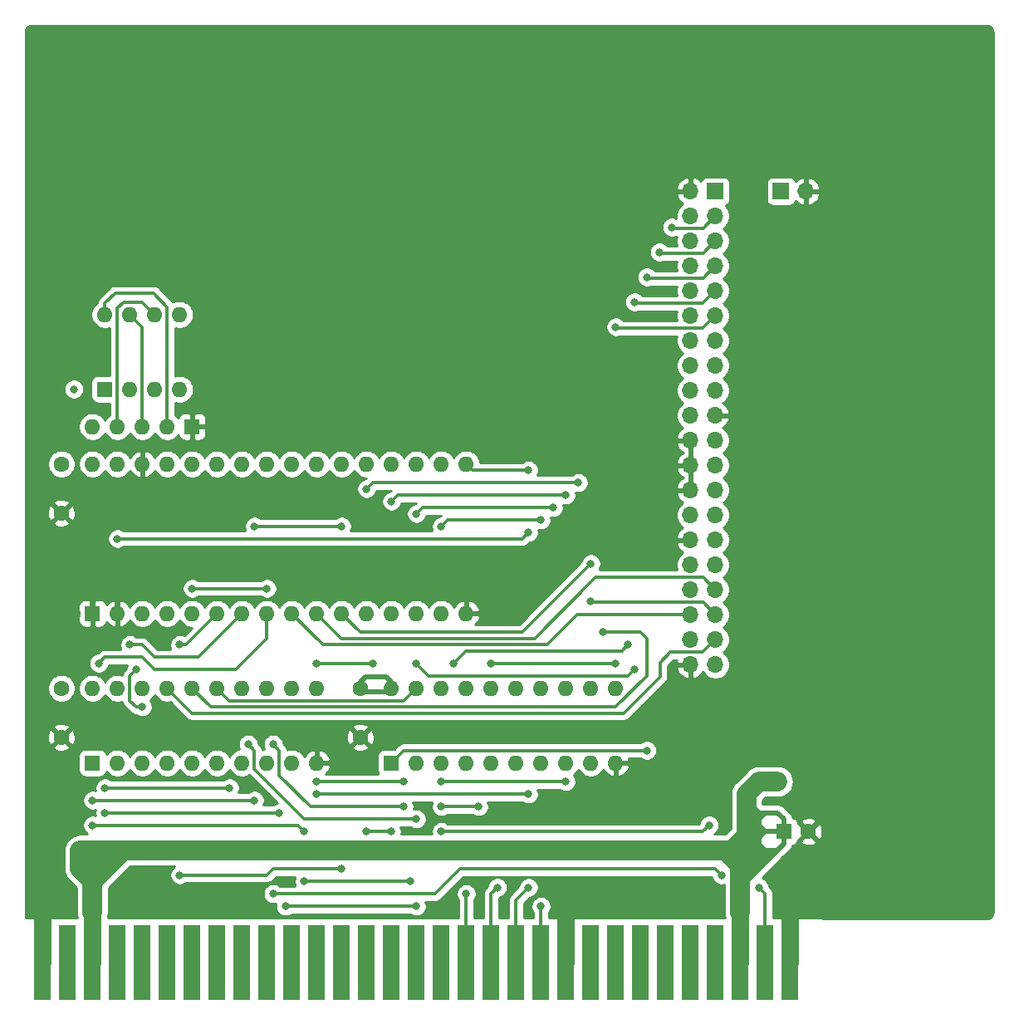
<source format=gbl>
%TF.GenerationSoftware,KiCad,Pcbnew,(5.1.9)-1*%
%TF.CreationDate,2021-03-05T21:37:25+08:00*%
%TF.ProjectId,CF-Super-Lite,43462d53-7570-4657-922d-4c6974652e6b,rev?*%
%TF.SameCoordinates,Original*%
%TF.FileFunction,Copper,L2,Bot*%
%TF.FilePolarity,Positive*%
%FSLAX46Y46*%
G04 Gerber Fmt 4.6, Leading zero omitted, Abs format (unit mm)*
G04 Created by KiCad (PCBNEW (5.1.9)-1) date 2021-03-05 21:37:25*
%MOMM*%
%LPD*%
G01*
G04 APERTURE LIST*
%TA.AperFunction,ComponentPad*%
%ADD10O,1.700000X1.700000*%
%TD*%
%TA.AperFunction,ComponentPad*%
%ADD11R,1.700000X1.700000*%
%TD*%
%TA.AperFunction,ComponentPad*%
%ADD12O,1.600000X1.600000*%
%TD*%
%TA.AperFunction,ComponentPad*%
%ADD13R,1.600000X1.600000*%
%TD*%
%TA.AperFunction,ComponentPad*%
%ADD14C,6.500000*%
%TD*%
%TA.AperFunction,ComponentPad*%
%ADD15C,1.600000*%
%TD*%
%TA.AperFunction,ConnectorPad*%
%ADD16R,1.780000X7.620000*%
%TD*%
%TA.AperFunction,ViaPad*%
%ADD17C,0.800000*%
%TD*%
%TA.AperFunction,ViaPad*%
%ADD18C,1.000000*%
%TD*%
%TA.AperFunction,Conductor*%
%ADD19C,0.340000*%
%TD*%
%TA.AperFunction,Conductor*%
%ADD20C,0.350000*%
%TD*%
%TA.AperFunction,Conductor*%
%ADD21C,1.750000*%
%TD*%
%TA.AperFunction,Conductor*%
%ADD22C,0.500000*%
%TD*%
%TA.AperFunction,Conductor*%
%ADD23C,2.000000*%
%TD*%
%TA.AperFunction,Conductor*%
%ADD24C,0.254000*%
%TD*%
%TA.AperFunction,Conductor*%
%ADD25C,0.100000*%
%TD*%
G04 APERTURE END LIST*
D10*
%TO.P,J1,40*%
%TO.N,GND*%
X165100000Y-108077000D03*
%TO.P,J1,39*%
%TO.N,Net-(J1-Pad39)*%
X167640000Y-108077000D03*
%TO.P,J1,38*%
%TO.N,VCC*%
X165100000Y-105537000D03*
%TO.P,J1,37*%
%TO.N,~CS1~_ATA*%
X167640000Y-105537000D03*
%TO.P,J1,36*%
%TO.N,A03*%
X165100000Y-102997000D03*
%TO.P,J1,35*%
%TO.N,A01*%
X167640000Y-102997000D03*
%TO.P,J1,34*%
%TO.N,Net-(J1-Pad34)*%
X165100000Y-100457000D03*
%TO.P,J1,33*%
%TO.N,A02*%
X167640000Y-100457000D03*
%TO.P,J1,32*%
%TO.N,Net-(J1-Pad32)*%
X165100000Y-97917000D03*
%TO.P,J1,31*%
%TO.N,Net-(J1-Pad31)*%
X167640000Y-97917000D03*
%TO.P,J1,30*%
%TO.N,GND*%
X165100000Y-95377000D03*
%TO.P,J1,29*%
%TO.N,VCC*%
X167640000Y-95377000D03*
%TO.P,J1,28*%
%TO.N,Net-(J1-Pad28)*%
X165100000Y-92837000D03*
%TO.P,J1,27*%
%TO.N,Net-(J1-Pad27)*%
X167640000Y-92837000D03*
%TO.P,J1,26*%
%TO.N,GND*%
X165100000Y-90297000D03*
%TO.P,J1,25*%
%TO.N,~IOR*%
X167640000Y-90297000D03*
%TO.P,J1,24*%
%TO.N,GND*%
X165100000Y-87757000D03*
%TO.P,J1,23*%
%TO.N,~IOW*%
X167640000Y-87757000D03*
%TO.P,J1,22*%
%TO.N,GND*%
X165100000Y-85217000D03*
%TO.P,J1,21*%
%TO.N,Net-(J1-Pad21)*%
X167640000Y-85217000D03*
%TO.P,J1,20*%
%TO.N,Net-(J1-Pad20)*%
X165100000Y-82677000D03*
%TO.P,J1,19*%
%TO.N,GND*%
X167640000Y-82677000D03*
%TO.P,J1,18*%
%TO.N,Net-(J1-Pad18)*%
X165100000Y-80137000D03*
%TO.P,J1,17*%
%TO.N,D0_BUF*%
X167640000Y-80137000D03*
%TO.P,J1,16*%
%TO.N,Net-(J1-Pad16)*%
X165100000Y-77597000D03*
%TO.P,J1,15*%
%TO.N,D1_BUF*%
X167640000Y-77597000D03*
%TO.P,J1,14*%
%TO.N,Net-(J1-Pad14)*%
X165100000Y-75057000D03*
%TO.P,J1,13*%
%TO.N,D2_BUF*%
X167640000Y-75057000D03*
%TO.P,J1,12*%
%TO.N,Net-(J1-Pad12)*%
X165100000Y-72517000D03*
%TO.P,J1,11*%
%TO.N,D3_BUF*%
X167640000Y-72517000D03*
%TO.P,J1,10*%
%TO.N,Net-(J1-Pad10)*%
X165100000Y-69977000D03*
%TO.P,J1,9*%
%TO.N,D4_BUF*%
X167640000Y-69977000D03*
%TO.P,J1,8*%
%TO.N,Net-(J1-Pad8)*%
X165100000Y-67437000D03*
%TO.P,J1,7*%
%TO.N,D5_BUF*%
X167640000Y-67437000D03*
%TO.P,J1,6*%
%TO.N,Net-(J1-Pad6)*%
X165100000Y-64897000D03*
%TO.P,J1,5*%
%TO.N,D6_BUF*%
X167640000Y-64897000D03*
%TO.P,J1,4*%
%TO.N,Net-(J1-Pad4)*%
X165100000Y-62357000D03*
%TO.P,J1,3*%
%TO.N,D7_BUF*%
X167640000Y-62357000D03*
%TO.P,J1,2*%
%TO.N,GND*%
X165100000Y-59817000D03*
D11*
%TO.P,J1,1*%
%TO.N,~RESET*%
X167640000Y-59817000D03*
%TD*%
D10*
%TO.P,J2,2*%
%TO.N,GND*%
X176871000Y-59817000D03*
D11*
%TO.P,J2,1*%
%TO.N,VCC*%
X174331000Y-59817000D03*
%TD*%
D12*
%TO.P,SW1,8*%
%TO.N,ROM_ADDR_JUMPER*%
X105410000Y-72390000D03*
%TO.P,SW1,4*%
%TO.N,Net-(SW1-Pad4)*%
X113030000Y-80010000D03*
%TO.P,SW1,7*%
%TO.N,ATA_ADDR_JUMPER*%
X107950000Y-72390000D03*
%TO.P,SW1,3*%
%TO.N,VCC*%
X110490000Y-80010000D03*
%TO.P,SW1,6*%
%TO.N,V20_JUMPER*%
X110490000Y-72390000D03*
%TO.P,SW1,2*%
%TO.N,VCC*%
X107950000Y-80010000D03*
%TO.P,SW1,5*%
%TO.N,Net-(SW1-Pad5)*%
X113030000Y-72390000D03*
D13*
%TO.P,SW1,1*%
%TO.N,VCC*%
X105410000Y-80010000D03*
%TD*%
D14*
%TO.P,MH4,*%
%TO.N,GND*%
X192913000Y-116713000D03*
%TD*%
D12*
%TO.P,RN1,5*%
%TO.N,Net-(RN1-Pad5)*%
X104140000Y-83820000D03*
%TO.P,RN1,4*%
%TO.N,V20_JUMPER*%
X106680000Y-83820000D03*
%TO.P,RN1,3*%
%TO.N,ATA_ADDR_JUMPER*%
X109220000Y-83820000D03*
%TO.P,RN1,2*%
%TO.N,ROM_ADDR_JUMPER*%
X111760000Y-83820000D03*
D13*
%TO.P,RN1,1*%
%TO.N,GND*%
X114300000Y-83820000D03*
%TD*%
D15*
%TO.P,C4,2*%
%TO.N,GND*%
X177125000Y-125095000D03*
D13*
%TO.P,C4,1*%
%TO.N,VCC*%
X174625000Y-125095000D03*
%TD*%
D15*
%TO.P,C3,2*%
%TO.N,GND*%
X131445000Y-115490000D03*
%TO.P,C3,1*%
%TO.N,VCC*%
X131445000Y-110490000D03*
%TD*%
%TO.P,C2,2*%
%TO.N,GND*%
X100965000Y-115490000D03*
%TO.P,C2,1*%
%TO.N,VCC*%
X100965000Y-110490000D03*
%TD*%
%TO.P,C1,2*%
%TO.N,GND*%
X100965000Y-92630000D03*
%TO.P,C1,1*%
%TO.N,VCC*%
X100965000Y-87630000D03*
%TD*%
D12*
%TO.P,U3,20*%
%TO.N,VCC*%
X104140000Y-110490000D03*
%TO.P,U3,10*%
%TO.N,GND*%
X127000000Y-118110000D03*
%TO.P,U3,19*%
%TO.N,ATA_ADDR_JUMPER*%
X106680000Y-110490000D03*
%TO.P,U3,9*%
%TO.N,A16*%
X124460000Y-118110000D03*
%TO.P,U3,18*%
%TO.N,ROM_ADDR_JUMPER*%
X109220000Y-110490000D03*
%TO.P,U3,8*%
%TO.N,A15*%
X121920000Y-118110000D03*
%TO.P,U3,17*%
%TO.N,~CS1~_ATA*%
X111760000Y-110490000D03*
%TO.P,U3,7*%
%TO.N,RESET*%
X119380000Y-118110000D03*
%TO.P,U3,16*%
%TO.N,~RESET*%
X114300000Y-110490000D03*
%TO.P,U3,6*%
%TO.N,A09*%
X116840000Y-118110000D03*
%TO.P,U3,15*%
%TO.N,~CE~_D_BUF*%
X116840000Y-110490000D03*
%TO.P,U3,5*%
%TO.N,A08*%
X114300000Y-118110000D03*
%TO.P,U3,14*%
%TO.N,~CE~_BIOS*%
X119380000Y-110490000D03*
%TO.P,U3,4*%
%TO.N,A07*%
X111760000Y-118110000D03*
%TO.P,U3,13*%
%TO.N,A18*%
X121920000Y-110490000D03*
%TO.P,U3,3*%
%TO.N,A06*%
X109220000Y-118110000D03*
%TO.P,U3,12*%
%TO.N,A19*%
X124460000Y-110490000D03*
%TO.P,U3,2*%
%TO.N,A05*%
X106680000Y-118110000D03*
%TO.P,U3,11*%
%TO.N,A17*%
X127000000Y-110490000D03*
D13*
%TO.P,U3,1*%
%TO.N,A04*%
X104140000Y-118110000D03*
%TD*%
D12*
%TO.P,U2,20*%
%TO.N,VCC*%
X134620000Y-110490000D03*
%TO.P,U2,10*%
%TO.N,GND*%
X157480000Y-118110000D03*
%TO.P,U2,19*%
%TO.N,~CE~_D_BUF*%
X137160000Y-110490000D03*
%TO.P,U2,9*%
%TO.N,D7*%
X154940000Y-118110000D03*
%TO.P,U2,18*%
%TO.N,D0_BUF*%
X139700000Y-110490000D03*
%TO.P,U2,8*%
%TO.N,D6*%
X152400000Y-118110000D03*
%TO.P,U2,17*%
%TO.N,D1_BUF*%
X142240000Y-110490000D03*
%TO.P,U2,7*%
%TO.N,D5*%
X149860000Y-118110000D03*
%TO.P,U2,16*%
%TO.N,D2_BUF*%
X144780000Y-110490000D03*
%TO.P,U2,6*%
%TO.N,D4*%
X147320000Y-118110000D03*
%TO.P,U2,15*%
%TO.N,D3_BUF*%
X147320000Y-110490000D03*
%TO.P,U2,5*%
%TO.N,D3*%
X144780000Y-118110000D03*
%TO.P,U2,14*%
%TO.N,D4_BUF*%
X149860000Y-110490000D03*
%TO.P,U2,4*%
%TO.N,D2*%
X142240000Y-118110000D03*
%TO.P,U2,13*%
%TO.N,D5_BUF*%
X152400000Y-110490000D03*
%TO.P,U2,3*%
%TO.N,D1*%
X139700000Y-118110000D03*
%TO.P,U2,12*%
%TO.N,D6_BUF*%
X154940000Y-110490000D03*
%TO.P,U2,2*%
%TO.N,D0*%
X137160000Y-118110000D03*
%TO.P,U2,11*%
%TO.N,D7_BUF*%
X157480000Y-110490000D03*
D13*
%TO.P,U2,1*%
%TO.N,~IOR*%
X134620000Y-118110000D03*
%TD*%
D12*
%TO.P,U1,32*%
%TO.N,VCC*%
X104140000Y-87630000D03*
%TO.P,U1,16*%
%TO.N,GND*%
X142240000Y-102870000D03*
%TO.P,U1,31*%
%TO.N,~MEMW*%
X106680000Y-87630000D03*
%TO.P,U1,15*%
%TO.N,D2_BUF*%
X139700000Y-102870000D03*
%TO.P,U1,30*%
%TO.N,GND*%
X109220000Y-87630000D03*
%TO.P,U1,14*%
%TO.N,D1_BUF*%
X137160000Y-102870000D03*
%TO.P,U1,29*%
%TO.N,ATA_ADDR_JUMPER*%
X111760000Y-87630000D03*
%TO.P,U1,13*%
%TO.N,D0_BUF*%
X134620000Y-102870000D03*
%TO.P,U1,28*%
%TO.N,A13*%
X114300000Y-87630000D03*
%TO.P,U1,12*%
%TO.N,A00*%
X132080000Y-102870000D03*
%TO.P,U1,27*%
%TO.N,A08*%
X116840000Y-87630000D03*
%TO.P,U1,11*%
%TO.N,A01*%
X129540000Y-102870000D03*
%TO.P,U1,26*%
%TO.N,A09*%
X119380000Y-87630000D03*
%TO.P,U1,10*%
%TO.N,A02*%
X127000000Y-102870000D03*
%TO.P,U1,25*%
%TO.N,A11*%
X121920000Y-87630000D03*
%TO.P,U1,9*%
%TO.N,A03*%
X124460000Y-102870000D03*
%TO.P,U1,24*%
%TO.N,~MEMR*%
X124460000Y-87630000D03*
%TO.P,U1,8*%
%TO.N,A04*%
X121920000Y-102870000D03*
%TO.P,U1,23*%
%TO.N,A10*%
X127000000Y-87630000D03*
%TO.P,U1,7*%
%TO.N,A05*%
X119380000Y-102870000D03*
%TO.P,U1,22*%
%TO.N,~CE~_BIOS*%
X129540000Y-87630000D03*
%TO.P,U1,6*%
%TO.N,A06*%
X116840000Y-102870000D03*
%TO.P,U1,21*%
%TO.N,D7_BUF*%
X132080000Y-87630000D03*
%TO.P,U1,5*%
%TO.N,A07*%
X114300000Y-102870000D03*
%TO.P,U1,20*%
%TO.N,D6_BUF*%
X134620000Y-87630000D03*
%TO.P,U1,4*%
%TO.N,A12*%
X111760000Y-102870000D03*
%TO.P,U1,19*%
%TO.N,D5_BUF*%
X137160000Y-87630000D03*
%TO.P,U1,3*%
%TO.N,V20_JUMPER*%
X109220000Y-102870000D03*
%TO.P,U1,18*%
%TO.N,D4_BUF*%
X139700000Y-87630000D03*
%TO.P,U1,2*%
%TO.N,GND*%
X106680000Y-102870000D03*
%TO.P,U1,17*%
%TO.N,D3_BUF*%
X142240000Y-87630000D03*
D13*
%TO.P,U1,1*%
%TO.N,GND*%
X104140000Y-102870000D03*
%TD*%
D14*
%TO.P,MH3,*%
%TO.N,GND*%
X166370000Y-116713000D03*
%TD*%
%TO.P,MH1,*%
%TO.N,GND*%
X166370000Y-51181000D03*
%TD*%
%TO.P,MH2,*%
%TO.N,GND*%
X192913000Y-51181000D03*
%TD*%
D16*
%TO.P,J3,31*%
%TO.N,GND*%
X99060000Y-138430000D03*
%TO.P,J3,30*%
%TO.N,Net-(J3-Pad30)*%
X101600000Y-138430000D03*
%TO.P,J3,29*%
%TO.N,VCC*%
X104140000Y-138430000D03*
%TO.P,J3,28*%
%TO.N,Net-(J3-Pad28)*%
X106680000Y-138430000D03*
%TO.P,J3,27*%
%TO.N,Net-(J3-Pad27)*%
X109220000Y-138430000D03*
%TO.P,J3,26*%
%TO.N,Net-(J3-Pad26)*%
X111760000Y-138430000D03*
%TO.P,J3,25*%
%TO.N,Net-(J3-Pad25)*%
X114300000Y-138430000D03*
%TO.P,J3,24*%
%TO.N,Net-(J3-Pad24)*%
X116840000Y-138430000D03*
%TO.P,J3,23*%
%TO.N,Net-(J3-Pad23)*%
X119380000Y-138430000D03*
%TO.P,J3,22*%
%TO.N,Net-(J3-Pad22)*%
X121920000Y-138430000D03*
%TO.P,J3,21*%
%TO.N,Net-(J3-Pad21)*%
X124460000Y-138430000D03*
%TO.P,J3,20*%
%TO.N,Net-(J3-Pad20)*%
X127000000Y-138430000D03*
%TO.P,J3,19*%
%TO.N,Net-(J3-Pad19)*%
X129540000Y-138430000D03*
%TO.P,J3,18*%
%TO.N,Net-(J3-Pad18)*%
X132080000Y-138430000D03*
%TO.P,J3,17*%
%TO.N,Net-(J3-Pad17)*%
X134620000Y-138430000D03*
%TO.P,J3,16*%
%TO.N,Net-(J3-Pad16)*%
X137160000Y-138430000D03*
%TO.P,J3,15*%
%TO.N,Net-(J3-Pad15)*%
X139700000Y-138430000D03*
%TO.P,J3,14*%
%TO.N,~IOR*%
X142240000Y-138430000D03*
%TO.P,J3,13*%
%TO.N,~IOW*%
X144780000Y-138430000D03*
%TO.P,J3,12*%
%TO.N,~MEMR*%
X147320000Y-138430000D03*
%TO.P,J3,11*%
%TO.N,~MEMW*%
X149860000Y-138430000D03*
%TO.P,J3,10*%
%TO.N,GND*%
X152400000Y-138430000D03*
%TO.P,J3,9*%
%TO.N,Net-(J3-Pad9)*%
X154940000Y-138430000D03*
%TO.P,J3,8*%
%TO.N,Net-(J3-Pad8)*%
X157480000Y-138430000D03*
%TO.P,J3,7*%
%TO.N,Net-(J3-Pad7)*%
X160020000Y-138430000D03*
%TO.P,J3,6*%
%TO.N,Net-(J3-Pad6)*%
X162560000Y-138430000D03*
%TO.P,J3,5*%
%TO.N,Net-(J3-Pad5)*%
X165100000Y-138430000D03*
%TO.P,J3,4*%
%TO.N,Net-(J3-Pad4)*%
X167640000Y-138430000D03*
%TO.P,J3,3*%
%TO.N,VCC*%
X170180000Y-138430000D03*
%TO.P,J3,2*%
%TO.N,RESET*%
X172720000Y-138430000D03*
%TO.P,J3,1*%
%TO.N,GND*%
X175260000Y-138430000D03*
%TD*%
D17*
%TO.N,A00*%
X125730000Y-125095000D03*
X104140000Y-124460000D03*
%TO.N,A01*%
X154940000Y-97790000D03*
X154940000Y-101600000D03*
X105410000Y-123190000D03*
X123190000Y-123190000D03*
%TO.N,A02*%
X104140000Y-121920000D03*
X120650000Y-121920000D03*
%TO.N,A03*%
X105410000Y-120650000D03*
X118110000Y-120650000D03*
%TO.N,A04*%
X104775000Y-107950000D03*
%TO.N,A05*%
X107950000Y-106045000D03*
%TO.N,A06*%
X113030000Y-106045000D03*
%TO.N,A10*%
X127000000Y-121285000D03*
X148590000Y-121285000D03*
%TO.N,A11*%
X135890000Y-120015000D03*
X127000000Y-120015000D03*
%TO.N,A12*%
X129540000Y-128905000D03*
X113030000Y-129540000D03*
X108585000Y-108584996D03*
X109220000Y-112395000D03*
%TO.N,A13*%
X114300000Y-100330000D03*
X121920006Y-100330000D03*
%TO.N,A15*%
X137160000Y-132715000D03*
X123825000Y-132715000D03*
%TO.N,A16*%
X125730000Y-130175000D03*
X136525000Y-130175000D03*
%TO.N,A17*%
X132080000Y-125095000D03*
X134620000Y-125095000D03*
X132715000Y-107950000D03*
X127000000Y-107950000D03*
%TO.N,A18*%
X137160000Y-123825000D03*
X120015000Y-116205000D03*
%TO.N,A19*%
X135890000Y-122555000D03*
X122555000Y-116205000D03*
%TO.N,D0*%
X139700000Y-122555000D03*
X143510000Y-122555001D03*
D18*
%TO.N,GND*%
X175260000Y-130810000D03*
X175260000Y-132715000D03*
X127000000Y-114935000D03*
X157480000Y-114935000D03*
X152400000Y-114935000D03*
X132079994Y-93345000D03*
X134620000Y-93345000D03*
X99695000Y-73660000D03*
X99695000Y-75565000D03*
X99695000Y-71755000D03*
X140970000Y-97155000D03*
X138430000Y-97155000D03*
X170815000Y-93345000D03*
X170815000Y-97155000D03*
X170815000Y-99060000D03*
X170815000Y-100965000D03*
X170815000Y-91440000D03*
X170815000Y-89535000D03*
X144780000Y-102870000D03*
X157480000Y-122555000D03*
X159385000Y-122555000D03*
X158750000Y-123825000D03*
X160655000Y-123825000D03*
X165100000Y-130175000D03*
X166370000Y-131445000D03*
%TO.N,VCC*%
X102870000Y-127000000D03*
X102870000Y-128905000D03*
D17*
X129540000Y-127000000D03*
X130810000Y-127000000D03*
D18*
X173990000Y-120015000D03*
X172085000Y-120015000D03*
D17*
X102235000Y-80010000D03*
%TO.N,~IOR*%
X160655000Y-116840000D03*
X142240000Y-131445000D03*
%TO.N,~IOW*%
X167005000Y-124460000D03*
X139700000Y-125095000D03*
X145415000Y-130810000D03*
%TO.N,~MEMR*%
X148590000Y-130810000D03*
%TO.N,~MEMW*%
X106680000Y-95250000D03*
X139700000Y-120015000D03*
X149860000Y-132715000D03*
X148590000Y-94615000D03*
X152400000Y-120015000D03*
%TO.N,RESET*%
X172085000Y-130810000D03*
X168275000Y-129540000D03*
X122555000Y-131445000D03*
%TO.N,D0_BUF*%
X137160000Y-107950000D03*
X159385000Y-108585000D03*
%TO.N,D1_BUF*%
X140970000Y-107950000D03*
X158750000Y-106045000D03*
%TO.N,D2_BUF*%
X144780000Y-107950000D03*
X157480000Y-107950000D03*
%TO.N,D3_BUF*%
X157479994Y-73660000D03*
X148590000Y-88265000D03*
%TO.N,D4_BUF*%
X159385000Y-71120000D03*
X139700000Y-93980000D03*
X149860000Y-93345000D03*
%TO.N,D5_BUF*%
X160655000Y-68580000D03*
X137160000Y-92710000D03*
X151130000Y-92075000D03*
%TO.N,D6_BUF*%
X161925000Y-66040000D03*
X134620000Y-91440000D03*
X152400000Y-90805000D03*
%TO.N,D7_BUF*%
X163195000Y-63500000D03*
X132080000Y-90170000D03*
X153670000Y-89535000D03*
%TO.N,~RESET*%
X156210000Y-104775000D03*
%TO.N,~CE~_BIOS*%
X120650000Y-93980000D03*
X129539992Y-93980000D03*
%TD*%
D19*
%TO.N,A00*%
X104140000Y-124460000D02*
X125095000Y-124460000D01*
X125095000Y-124460000D02*
X125730000Y-125095000D01*
%TO.N,A01*%
X131445000Y-104775000D02*
X147955000Y-104775000D01*
X129540000Y-102870000D02*
X131445000Y-104775000D01*
X147955000Y-104775000D02*
X154940000Y-97790000D01*
X167640000Y-102997000D02*
X166379999Y-101736999D01*
X166379999Y-101736999D02*
X155076999Y-101736999D01*
X155076999Y-101736999D02*
X154940000Y-101600000D01*
X123190000Y-123190000D02*
X105410000Y-123190000D01*
%TO.N,A02*%
X129540000Y-105410000D02*
X127000000Y-102870000D01*
X149225000Y-105410000D02*
X129540000Y-105410000D01*
X167640000Y-100457000D02*
X166379999Y-99196999D01*
D20*
X165222001Y-99182001D02*
X155452999Y-99182001D01*
X165236999Y-99196999D02*
X165222001Y-99182001D01*
X166379999Y-99196999D02*
X165236999Y-99196999D01*
X154940000Y-99695000D02*
X149225000Y-105410000D01*
X155452999Y-99182001D02*
X154940000Y-99695000D01*
D19*
X120650000Y-121920000D02*
X104140000Y-121920000D01*
%TO.N,A03*%
X127635000Y-106045000D02*
X124460000Y-102870000D01*
X165100000Y-102997000D02*
X160147000Y-102997000D01*
D20*
X158623000Y-102997000D02*
X160147000Y-102997000D01*
X165100000Y-102997000D02*
X158623000Y-102997000D01*
X165100000Y-102997000D02*
X153543000Y-102997000D01*
X150495000Y-106045000D02*
X149860000Y-106045000D01*
X153543000Y-102997000D02*
X150495000Y-106045000D01*
D19*
X149860000Y-106045000D02*
X127635000Y-106045000D01*
X118110000Y-120650000D02*
X105410000Y-120650000D01*
%TO.N,A04*%
X118745000Y-108585000D02*
X121920000Y-105410000D01*
X109220000Y-107315000D02*
X110490000Y-108585000D01*
X110490000Y-108585000D02*
X118745000Y-108585000D01*
X105410000Y-107315000D02*
X109220000Y-107315000D01*
X104775000Y-107950000D02*
X105410000Y-107315000D01*
X121920000Y-105410000D02*
X121920000Y-102870000D01*
%TO.N,A05*%
X114935000Y-107315000D02*
X110420677Y-107315000D01*
X119380000Y-102870000D02*
X114935000Y-107315000D01*
X109150677Y-106045000D02*
X107950000Y-106045000D01*
X110420677Y-107315000D02*
X109150677Y-106045000D01*
%TO.N,A06*%
X113665000Y-106045000D02*
X113030000Y-106045000D01*
X116840000Y-102870000D02*
X113665000Y-106045000D01*
%TO.N,A10*%
X147955000Y-121285000D02*
X148590000Y-121285000D01*
X127000000Y-121285000D02*
X148590000Y-121285000D01*
%TO.N,A11*%
X135890000Y-120015000D02*
X135324315Y-120015000D01*
X135324315Y-120015000D02*
X127000000Y-120015000D01*
%TO.N,A12*%
X121920000Y-129540000D02*
X113030000Y-129540000D01*
X122555000Y-128905000D02*
X121920000Y-129540000D01*
X129540000Y-128905000D02*
X122555000Y-128905000D01*
X108585000Y-112395000D02*
X109220000Y-112395000D01*
X107950000Y-111760000D02*
X108585000Y-112395000D01*
X107950000Y-109219996D02*
X107950000Y-111760000D01*
X108585000Y-108584996D02*
X107950000Y-109219996D01*
%TO.N,A13*%
X114300000Y-100505000D02*
X114475000Y-100330000D01*
X121920006Y-100330000D02*
X114300000Y-100330000D01*
%TO.N,A15*%
X123825000Y-132715000D02*
X137160000Y-132715000D01*
%TO.N,A16*%
X125730000Y-130175000D02*
X136525000Y-130175000D01*
%TO.N,A17*%
X132080000Y-125095000D02*
X134620000Y-125095000D01*
X127000000Y-107950000D02*
X132715000Y-107950000D01*
%TO.N,A18*%
X120650000Y-118745000D02*
X120650000Y-116840000D01*
X137160000Y-123825000D02*
X125730000Y-123825000D01*
X125730000Y-123825000D02*
X120650000Y-118745000D01*
X120650000Y-116840000D02*
X120015000Y-116205000D01*
%TO.N,A19*%
X123190000Y-116840000D02*
X122555000Y-116205000D01*
X123190000Y-119380000D02*
X123190000Y-116840000D01*
X135890000Y-122555000D02*
X126365000Y-122555000D01*
X126365000Y-122555000D02*
X123190000Y-119380000D01*
%TO.N,D0*%
X140265686Y-122555001D02*
X139700000Y-122555000D01*
X143510000Y-122555001D02*
X140265686Y-122555001D01*
D21*
%TO.N,GND*%
X175260000Y-132715000D02*
X175260000Y-130810000D01*
X175260000Y-138430000D02*
X175260000Y-132715000D01*
X152400000Y-132715000D02*
X152400000Y-130810000D01*
X152400000Y-137795000D02*
X152400000Y-138430000D01*
X99060000Y-138430000D02*
X99060000Y-126365000D01*
X152400000Y-132715000D02*
X152400000Y-137795000D01*
D22*
X106680000Y-97790000D02*
X104140000Y-97790000D01*
X106680000Y-102870000D02*
X106680000Y-97790000D01*
X131444994Y-92710000D02*
X132079994Y-93345000D01*
X104140000Y-102870000D02*
X104140000Y-92710000D01*
X104140000Y-92710000D02*
X131444994Y-92710000D01*
X132079994Y-93345000D02*
X134620000Y-93345000D01*
X99695000Y-75565000D02*
X99695000Y-73660000D01*
X99695000Y-73660000D02*
X99695000Y-71755000D01*
X98425000Y-125730000D02*
X99060000Y-126365000D01*
X98425000Y-76835000D02*
X98425000Y-125730000D01*
X99695000Y-75565000D02*
X98425000Y-76835000D01*
X170815000Y-93345000D02*
X170815000Y-97155000D01*
X170815000Y-97155000D02*
X170815000Y-99060000D01*
X170815000Y-99060000D02*
X170815000Y-100965000D01*
X159385000Y-122555000D02*
X157480000Y-122555000D01*
X166370000Y-122555000D02*
X166370000Y-116713000D01*
X159385000Y-122555000D02*
X166370000Y-122555000D01*
X160655000Y-123825000D02*
X158750000Y-123825000D01*
X159385000Y-122555000D02*
X160655000Y-123825000D01*
X163830000Y-130810000D02*
X152400000Y-130810000D01*
X164465000Y-130175000D02*
X163830000Y-130810000D01*
X165100000Y-130175000D02*
X164465000Y-130175000D01*
X166370000Y-131445000D02*
X165100000Y-130175000D01*
D21*
%TO.N,VCC*%
X104140000Y-138430000D02*
X104140000Y-136525000D01*
D23*
X170180000Y-133350000D02*
X170180000Y-130175000D01*
D21*
X170180000Y-138430000D02*
X170180000Y-133350000D01*
X104140000Y-136525000D02*
X104140000Y-133350000D01*
D23*
X167005000Y-127000000D02*
X106680000Y-127000000D01*
X102870000Y-127000000D02*
X102870000Y-128905000D01*
X107315000Y-127000000D02*
X104140000Y-130175000D01*
X104140000Y-127000000D02*
X104140000Y-133350000D01*
X102870000Y-128905000D02*
X104140000Y-130175000D01*
D22*
X174625000Y-125095000D02*
X174625000Y-126365000D01*
X174625000Y-125095000D02*
X172720000Y-125095000D01*
X174625000Y-126365000D02*
X173990000Y-127000000D01*
D23*
X171450000Y-127000000D02*
X171450000Y-128270000D01*
D22*
X172085000Y-128270000D02*
X171450000Y-128270000D01*
X173355000Y-127000000D02*
X172085000Y-128270000D01*
X173355000Y-127000000D02*
X172720000Y-127000000D01*
X172720000Y-127000000D02*
X171450000Y-128270000D01*
X172085000Y-128905000D02*
X171450000Y-128905000D01*
X173990000Y-127000000D02*
X172085000Y-128905000D01*
X172720000Y-127000000D02*
X171450000Y-125730000D01*
X174625000Y-123825000D02*
X173990000Y-123190000D01*
X174625000Y-125095000D02*
X174625000Y-123825000D01*
X172720000Y-123190000D02*
X172085000Y-123825000D01*
X173990000Y-123190000D02*
X172720000Y-123190000D01*
X172085000Y-124460000D02*
X172085000Y-123825000D01*
X172720000Y-125095000D02*
X172085000Y-124460000D01*
X168275000Y-127000000D02*
X167005000Y-127000000D01*
X172085000Y-123190000D02*
X168275000Y-127000000D01*
X172720000Y-123190000D02*
X172085000Y-123190000D01*
X172720000Y-123190000D02*
X169545000Y-126365000D01*
X172720000Y-125095000D02*
X172085000Y-125730000D01*
X172085000Y-127000000D02*
X171450000Y-127000000D01*
X172720000Y-127000000D02*
X172085000Y-127000000D01*
X170815000Y-126365000D02*
X170180000Y-126365000D01*
X170180000Y-126365000D02*
X169545000Y-127000000D01*
X172085000Y-125095000D02*
X170815000Y-126365000D01*
X172085000Y-124460000D02*
X172085000Y-125095000D01*
X172085000Y-125095000D02*
X172085000Y-127000000D01*
X171450000Y-125730000D02*
X170815000Y-126365000D01*
X172085000Y-125730000D02*
X171450000Y-125730000D01*
X172720000Y-125095000D02*
X171450000Y-125095000D01*
X171450000Y-125095000D02*
X170180000Y-126365000D01*
X172085000Y-124460000D02*
X171450000Y-125095000D01*
X171450000Y-128270000D02*
X171450000Y-128905000D01*
X170815000Y-130175000D02*
X172085000Y-128905000D01*
X170180000Y-130175000D02*
X170815000Y-130175000D01*
X173355000Y-127000000D02*
X170180000Y-130175000D01*
X173990000Y-127000000D02*
X173355000Y-127000000D01*
D23*
X170180000Y-130175000D02*
X170180000Y-128270000D01*
X106680000Y-127000000D02*
X102870000Y-127000000D01*
X102870000Y-127000000D02*
X102870000Y-127000000D01*
X102870000Y-128905000D02*
X102870000Y-128905000D01*
D22*
X131826000Y-110871000D02*
X131445000Y-110490000D01*
X134239000Y-110871000D02*
X131826000Y-110871000D01*
X134620000Y-110490000D02*
X134239000Y-110871000D01*
X131445000Y-109855000D02*
X131445000Y-110490000D01*
X131953000Y-109347000D02*
X131445000Y-109855000D01*
X134112000Y-109347000D02*
X131953000Y-109347000D01*
X134620000Y-109855000D02*
X134112000Y-109347000D01*
X134620000Y-110490000D02*
X134620000Y-109855000D01*
D23*
X170815000Y-126365000D02*
X170815000Y-121285000D01*
X172085000Y-120015000D02*
X173990000Y-120015000D01*
X170815000Y-121285000D02*
X172085000Y-120015000D01*
D22*
X172085000Y-123190000D02*
X171450000Y-122555000D01*
X170180000Y-128905000D02*
X168275000Y-127000000D01*
X170180000Y-130175000D02*
X170180000Y-128905000D01*
X170180000Y-129540000D02*
X167640000Y-127000000D01*
X170180000Y-130175000D02*
X170180000Y-129540000D01*
D23*
X167640000Y-127000000D02*
X171450000Y-127000000D01*
X167005000Y-127000000D02*
X167640000Y-127000000D01*
D19*
%TO.N,~IOR*%
X134620000Y-118110000D02*
X135890000Y-116840000D01*
X135890000Y-116840000D02*
X160655000Y-116840000D01*
X142240000Y-138430000D02*
X142240000Y-131445000D01*
%TO.N,~IOW*%
X167005000Y-124460000D02*
X166370000Y-125095000D01*
X166370000Y-125095000D02*
X139700000Y-125095000D01*
D20*
X144780000Y-131445000D02*
X144780000Y-138430000D01*
X145415000Y-130810000D02*
X144780000Y-131445000D01*
%TO.N,~MEMR*%
X147320000Y-132080000D02*
X147320000Y-138430000D01*
X148590000Y-130810000D02*
X147320000Y-132080000D01*
D19*
%TO.N,~MEMW*%
X149860000Y-138430000D02*
X149860000Y-132715000D01*
X146050000Y-95250000D02*
X106680000Y-95250000D01*
X148590000Y-94615000D02*
X147955000Y-95250000D01*
X139700000Y-120015000D02*
X152400000Y-120015000D01*
X147955000Y-95250000D02*
X146050000Y-95250000D01*
%TO.N,RESET*%
X172720000Y-131445000D02*
X172720000Y-138430000D01*
X172085000Y-130810000D02*
X172720000Y-131445000D01*
D20*
X154940000Y-128905000D02*
X167640000Y-128905000D01*
X141605000Y-128905000D02*
X154940000Y-128905000D01*
X139065000Y-131445000D02*
X141605000Y-128905000D01*
X122555000Y-131445000D02*
X139065000Y-131445000D01*
D19*
X167640000Y-128905000D02*
X168275000Y-129540000D01*
%TO.N,~CS1~_ATA*%
X114300000Y-113030000D02*
X111760000Y-110490000D01*
X158267398Y-113030000D02*
X114300000Y-113030000D01*
X162001199Y-109296199D02*
X158267398Y-113030000D01*
X162001199Y-107873801D02*
X162001199Y-109296199D01*
X163068001Y-106806999D02*
X162001199Y-107873801D01*
X166370001Y-106806999D02*
X163068001Y-106806999D01*
X167640000Y-105537000D02*
X166370001Y-106806999D01*
%TO.N,D0_BUF*%
X138430000Y-109220000D02*
X137160000Y-107950000D01*
X158750000Y-109220000D02*
X159385000Y-108585000D01*
X158115000Y-109220000D02*
X158750000Y-109220000D01*
X158115000Y-109220000D02*
X138430000Y-109220000D01*
%TO.N,D1_BUF*%
X142240000Y-106680000D02*
X158115000Y-106680000D01*
X140970000Y-107950000D02*
X142240000Y-106680000D01*
X158115000Y-106680000D02*
X158750000Y-106045000D01*
%TO.N,D2_BUF*%
X144780000Y-107950000D02*
X157480000Y-107950000D01*
%TO.N,D3_BUF*%
X166360001Y-73796999D02*
X157616993Y-73796999D01*
X157616993Y-73796999D02*
X157479994Y-73660000D01*
X167640000Y-72517000D02*
X166360001Y-73796999D01*
X142875000Y-88265000D02*
X148590000Y-88265000D01*
X142240000Y-87630000D02*
X142875000Y-88265000D01*
%TO.N,D4_BUF*%
X166360001Y-71256999D02*
X167640000Y-69977000D01*
X159521999Y-71256999D02*
X159385000Y-71120000D01*
X166360001Y-71256999D02*
X159521999Y-71256999D01*
D20*
X140335000Y-93345000D02*
X139700000Y-93980000D01*
X149860000Y-93345000D02*
X140335000Y-93345000D01*
D19*
%TO.N,D5_BUF*%
X166379999Y-68697001D02*
X167640000Y-67437000D01*
X160772001Y-68697001D02*
X160655000Y-68580000D01*
X166379999Y-68697001D02*
X160772001Y-68697001D01*
D20*
X137795000Y-92075000D02*
X137160000Y-92710000D01*
X151130000Y-92075000D02*
X137795000Y-92075000D01*
D19*
%TO.N,D6_BUF*%
X166379999Y-66157001D02*
X167640000Y-64897000D01*
X162042001Y-66157001D02*
X161925000Y-66040000D01*
X166379999Y-66157001D02*
X162042001Y-66157001D01*
D20*
X135255000Y-90805000D02*
X134620000Y-91440000D01*
X152400000Y-90805000D02*
X135255000Y-90805000D01*
D19*
%TO.N,D7_BUF*%
X166379999Y-63617001D02*
X167640000Y-62357000D01*
X163312001Y-63617001D02*
X163195000Y-63500000D01*
X166379999Y-63617001D02*
X163312001Y-63617001D01*
D20*
X132715000Y-89535000D02*
X132080000Y-90170000D01*
X153670000Y-89535000D02*
X132715000Y-89535000D01*
D19*
%TO.N,~RESET*%
X116205000Y-112395000D02*
X114300000Y-110490000D01*
X160655000Y-109220000D02*
X157480000Y-112395000D01*
X157480000Y-112395000D02*
X116205000Y-112395000D01*
D20*
X160655000Y-109220000D02*
X160655000Y-105410000D01*
X160020000Y-104775000D02*
X156210000Y-104775000D01*
X160655000Y-105410000D02*
X160020000Y-104775000D01*
D19*
%TO.N,V20_JUMPER*%
X107315000Y-71120000D02*
X106680000Y-71755000D01*
X109220000Y-71120000D02*
X107315000Y-71120000D01*
X106680000Y-71755000D02*
X106680000Y-83820000D01*
X110490000Y-72390000D02*
X109220000Y-71120000D01*
%TO.N,~CE~_BIOS*%
X120650000Y-93980000D02*
X129539992Y-93980000D01*
%TO.N,~CE~_D_BUF*%
X118110000Y-111760000D02*
X116840000Y-110490000D01*
X137160000Y-110490000D02*
X135890000Y-111760000D01*
X135890000Y-111760000D02*
X118110000Y-111760000D01*
%TO.N,ROM_ADDR_JUMPER*%
X111760000Y-71628000D02*
X111760000Y-83820000D01*
X105410000Y-71258630D02*
X106437630Y-70231000D01*
X110363000Y-70231000D02*
X111760000Y-71628000D01*
X105410000Y-72390000D02*
X105410000Y-71258630D01*
X106437630Y-70231000D02*
X110363000Y-70231000D01*
%TO.N,ATA_ADDR_JUMPER*%
X107950000Y-72390000D02*
X109220000Y-73660000D01*
X109220000Y-73660000D02*
X109220000Y-83820000D01*
%TD*%
D24*
%TO.N,GND*%
X195443869Y-42965722D02*
X195557246Y-42999953D01*
X195661819Y-43055555D01*
X195753596Y-43130407D01*
X195829091Y-43221664D01*
X195885419Y-43325844D01*
X195920440Y-43438976D01*
X195936000Y-43587022D01*
X195936000Y-48836266D01*
X195649428Y-48624177D01*
X193092605Y-51181000D01*
X195649428Y-53737823D01*
X195936000Y-53525734D01*
X195936001Y-114368267D01*
X195649428Y-114156177D01*
X193092605Y-116713000D01*
X195649428Y-119269823D01*
X195936001Y-119057733D01*
X195936001Y-133317711D01*
X195921278Y-133467869D01*
X195887047Y-133581246D01*
X195831446Y-133685817D01*
X195756594Y-133777595D01*
X195665335Y-133853091D01*
X195561160Y-133909419D01*
X195448024Y-133944440D01*
X195299979Y-133960000D01*
X178559492Y-133960000D01*
X178552333Y-133936399D01*
X178540597Y-133914443D01*
X178524803Y-133895197D01*
X178505557Y-133879403D01*
X178483601Y-133867667D01*
X178459776Y-133860440D01*
X178435000Y-133858000D01*
X173525000Y-133858000D01*
X173525000Y-131484546D01*
X173528895Y-131445000D01*
X173513352Y-131287192D01*
X173467322Y-131135449D01*
X173454734Y-131111898D01*
X173392572Y-130995602D01*
X173291975Y-130873025D01*
X173261259Y-130847817D01*
X173119627Y-130706185D01*
X173080226Y-130508102D01*
X173002205Y-130319744D01*
X172888937Y-130150226D01*
X172744774Y-130006063D01*
X172575256Y-129892795D01*
X172415116Y-129826462D01*
X172680049Y-129561530D01*
X172713817Y-129533817D01*
X172741534Y-129500044D01*
X174585049Y-127656530D01*
X174618817Y-127628817D01*
X174646533Y-127595046D01*
X174646536Y-127595042D01*
X175220049Y-127021530D01*
X175253817Y-126993817D01*
X175364411Y-126859059D01*
X175381809Y-126826509D01*
X175446589Y-126705314D01*
X175497195Y-126538490D01*
X175498441Y-126525839D01*
X175549482Y-126520812D01*
X175669180Y-126484502D01*
X175779494Y-126425537D01*
X175876185Y-126346185D01*
X175955537Y-126249494D01*
X176014502Y-126139180D01*
X176030117Y-126087702D01*
X176311903Y-126087702D01*
X176383486Y-126331671D01*
X176638996Y-126452571D01*
X176913184Y-126521300D01*
X177195512Y-126535217D01*
X177475130Y-126493787D01*
X177741292Y-126398603D01*
X177866514Y-126331671D01*
X177938097Y-126087702D01*
X177125000Y-125274605D01*
X176311903Y-126087702D01*
X176030117Y-126087702D01*
X176050812Y-126019482D01*
X176063072Y-125895000D01*
X176063072Y-125887785D01*
X176132298Y-125908097D01*
X176945395Y-125095000D01*
X177304605Y-125095000D01*
X178117702Y-125908097D01*
X178361671Y-125836514D01*
X178482571Y-125581004D01*
X178551300Y-125306816D01*
X178565217Y-125024488D01*
X178523787Y-124744870D01*
X178428603Y-124478708D01*
X178361671Y-124353486D01*
X178117702Y-124281903D01*
X177304605Y-125095000D01*
X176945395Y-125095000D01*
X176132298Y-124281903D01*
X176063072Y-124302215D01*
X176063072Y-124295000D01*
X176050812Y-124170518D01*
X176030118Y-124102298D01*
X176311903Y-124102298D01*
X177125000Y-124915395D01*
X177938097Y-124102298D01*
X177866514Y-123858329D01*
X177611004Y-123737429D01*
X177336816Y-123668700D01*
X177054488Y-123654783D01*
X176774870Y-123696213D01*
X176508708Y-123791397D01*
X176383486Y-123858329D01*
X176311903Y-124102298D01*
X176030118Y-124102298D01*
X176014502Y-124050820D01*
X175955537Y-123940506D01*
X175876185Y-123843815D01*
X175779494Y-123764463D01*
X175669180Y-123705498D01*
X175549482Y-123669188D01*
X175498441Y-123664161D01*
X175497195Y-123651510D01*
X175466471Y-123550227D01*
X175446589Y-123484686D01*
X175364411Y-123330941D01*
X175281532Y-123229953D01*
X175281530Y-123229951D01*
X175253817Y-123196183D01*
X175220049Y-123168470D01*
X174646534Y-122594956D01*
X174618817Y-122561183D01*
X174484059Y-122450589D01*
X174330313Y-122368411D01*
X174163490Y-122317805D01*
X174033477Y-122305000D01*
X174033469Y-122305000D01*
X173990000Y-122300719D01*
X173946531Y-122305000D01*
X172763469Y-122305000D01*
X172720000Y-122300719D01*
X172719999Y-122300719D01*
X172702913Y-122302402D01*
X172676531Y-122305000D01*
X172451579Y-122305000D01*
X172450000Y-122303421D01*
X172450000Y-121962238D01*
X172762239Y-121650000D01*
X174070322Y-121650000D01*
X174310516Y-121626343D01*
X174618715Y-121532852D01*
X174902752Y-121381031D01*
X175151714Y-121176714D01*
X175356031Y-120927752D01*
X175507852Y-120643715D01*
X175601343Y-120335516D01*
X175632911Y-120015000D01*
X175601343Y-119694484D01*
X175527007Y-119449428D01*
X190356177Y-119449428D01*
X190722365Y-119944216D01*
X191394837Y-120309501D01*
X192125650Y-120536575D01*
X192886721Y-120616710D01*
X193648803Y-120546828D01*
X194382608Y-120329614D01*
X195059936Y-119973416D01*
X195103635Y-119944216D01*
X195469823Y-119449428D01*
X192913000Y-116892605D01*
X190356177Y-119449428D01*
X175527007Y-119449428D01*
X175507852Y-119386285D01*
X175356031Y-119102248D01*
X175151714Y-118853286D01*
X174902752Y-118648969D01*
X174618715Y-118497148D01*
X174310516Y-118403657D01*
X174070322Y-118380000D01*
X172165319Y-118380000D01*
X172084999Y-118372089D01*
X172004680Y-118380000D01*
X172004678Y-118380000D01*
X171764484Y-118403657D01*
X171456285Y-118497148D01*
X171172248Y-118648969D01*
X170923286Y-118853286D01*
X170872079Y-118915682D01*
X169715682Y-120072080D01*
X169653287Y-120123286D01*
X169488114Y-120324551D01*
X169448970Y-120372248D01*
X169297148Y-120656286D01*
X169203658Y-120964484D01*
X169172089Y-121285000D01*
X169180001Y-121365329D01*
X169180000Y-124843421D01*
X168658422Y-125365000D01*
X167513522Y-125365000D01*
X167664774Y-125263937D01*
X167808937Y-125119774D01*
X167922205Y-124950256D01*
X168000226Y-124761898D01*
X168040000Y-124561939D01*
X168040000Y-124358061D01*
X168000226Y-124158102D01*
X167922205Y-123969744D01*
X167808937Y-123800226D01*
X167664774Y-123656063D01*
X167495256Y-123542795D01*
X167306898Y-123464774D01*
X167106939Y-123425000D01*
X166903061Y-123425000D01*
X166703102Y-123464774D01*
X166514744Y-123542795D01*
X166345226Y-123656063D01*
X166201063Y-123800226D01*
X166087795Y-123969744D01*
X166009774Y-124158102D01*
X165983538Y-124290000D01*
X140358183Y-124290000D01*
X140190256Y-124177795D01*
X140001898Y-124099774D01*
X139801939Y-124060000D01*
X139598061Y-124060000D01*
X139398102Y-124099774D01*
X139209744Y-124177795D01*
X139040226Y-124291063D01*
X138896063Y-124435226D01*
X138782795Y-124604744D01*
X138704774Y-124793102D01*
X138665000Y-124993061D01*
X138665000Y-125196939D01*
X138698429Y-125365000D01*
X135621571Y-125365000D01*
X135655000Y-125196939D01*
X135655000Y-124993061D01*
X135615226Y-124793102D01*
X135547666Y-124630000D01*
X136501817Y-124630000D01*
X136669744Y-124742205D01*
X136858102Y-124820226D01*
X137058061Y-124860000D01*
X137261939Y-124860000D01*
X137461898Y-124820226D01*
X137650256Y-124742205D01*
X137819774Y-124628937D01*
X137963937Y-124484774D01*
X138077205Y-124315256D01*
X138155226Y-124126898D01*
X138195000Y-123926939D01*
X138195000Y-123723061D01*
X138155226Y-123523102D01*
X138077205Y-123334744D01*
X137963937Y-123165226D01*
X137819774Y-123021063D01*
X137650256Y-122907795D01*
X137461898Y-122829774D01*
X137261939Y-122790000D01*
X137058061Y-122790000D01*
X136891961Y-122823039D01*
X136925000Y-122656939D01*
X136925000Y-122453061D01*
X136885226Y-122253102D01*
X136817666Y-122090000D01*
X138772334Y-122090000D01*
X138704774Y-122253102D01*
X138665000Y-122453061D01*
X138665000Y-122656939D01*
X138704774Y-122856898D01*
X138782795Y-123045256D01*
X138896063Y-123214774D01*
X139040226Y-123358937D01*
X139209744Y-123472205D01*
X139398102Y-123550226D01*
X139598061Y-123590000D01*
X139801939Y-123590000D01*
X140001898Y-123550226D01*
X140190256Y-123472205D01*
X140358182Y-123360001D01*
X142851817Y-123360001D01*
X143019744Y-123472206D01*
X143208102Y-123550227D01*
X143408061Y-123590001D01*
X143611939Y-123590001D01*
X143811898Y-123550227D01*
X144000256Y-123472206D01*
X144169774Y-123358938D01*
X144313937Y-123214775D01*
X144427205Y-123045257D01*
X144505226Y-122856899D01*
X144545000Y-122656940D01*
X144545000Y-122453062D01*
X144505226Y-122253103D01*
X144437666Y-122090000D01*
X147931817Y-122090000D01*
X148099744Y-122202205D01*
X148288102Y-122280226D01*
X148488061Y-122320000D01*
X148691939Y-122320000D01*
X148891898Y-122280226D01*
X149080256Y-122202205D01*
X149249774Y-122088937D01*
X149393937Y-121944774D01*
X149507205Y-121775256D01*
X149585226Y-121586898D01*
X149625000Y-121386939D01*
X149625000Y-121183061D01*
X149585226Y-120983102D01*
X149517666Y-120820000D01*
X151741817Y-120820000D01*
X151909744Y-120932205D01*
X152098102Y-121010226D01*
X152298061Y-121050000D01*
X152501939Y-121050000D01*
X152701898Y-121010226D01*
X152890256Y-120932205D01*
X153059774Y-120818937D01*
X153203937Y-120674774D01*
X153317205Y-120505256D01*
X153395226Y-120316898D01*
X153435000Y-120116939D01*
X153435000Y-119913061D01*
X153395226Y-119713102D01*
X153317205Y-119524744D01*
X153203937Y-119355226D01*
X153170044Y-119321333D01*
X153314759Y-119224637D01*
X153514637Y-119024759D01*
X153670000Y-118792241D01*
X153825363Y-119024759D01*
X154025241Y-119224637D01*
X154260273Y-119381680D01*
X154521426Y-119489853D01*
X154798665Y-119545000D01*
X155081335Y-119545000D01*
X155358574Y-119489853D01*
X155619727Y-119381680D01*
X155854759Y-119224637D01*
X156054637Y-119024759D01*
X156211680Y-118789727D01*
X156216067Y-118779135D01*
X156327615Y-118965131D01*
X156516586Y-119173519D01*
X156742580Y-119341037D01*
X156996913Y-119461246D01*
X157130961Y-119501904D01*
X157353000Y-119379915D01*
X157353000Y-118237000D01*
X157607000Y-118237000D01*
X157607000Y-119379915D01*
X157829039Y-119501904D01*
X157963087Y-119461246D01*
X157988091Y-119449428D01*
X163813177Y-119449428D01*
X164179365Y-119944216D01*
X164851837Y-120309501D01*
X165582650Y-120536575D01*
X166343721Y-120616710D01*
X167105803Y-120546828D01*
X167839608Y-120329614D01*
X168516936Y-119973416D01*
X168560635Y-119944216D01*
X168926823Y-119449428D01*
X166370000Y-116892605D01*
X163813177Y-119449428D01*
X157988091Y-119449428D01*
X158217420Y-119341037D01*
X158443414Y-119173519D01*
X158632385Y-118965131D01*
X158777070Y-118723881D01*
X158871909Y-118459040D01*
X158750624Y-118237000D01*
X157607000Y-118237000D01*
X157353000Y-118237000D01*
X157333000Y-118237000D01*
X157333000Y-117983000D01*
X157353000Y-117983000D01*
X157353000Y-117963000D01*
X157607000Y-117963000D01*
X157607000Y-117983000D01*
X158750624Y-117983000D01*
X158871909Y-117760960D01*
X158830384Y-117645000D01*
X159996817Y-117645000D01*
X160164744Y-117757205D01*
X160353102Y-117835226D01*
X160553061Y-117875000D01*
X160756939Y-117875000D01*
X160956898Y-117835226D01*
X161145256Y-117757205D01*
X161314774Y-117643937D01*
X161458937Y-117499774D01*
X161572205Y-117330256D01*
X161650226Y-117141898D01*
X161690000Y-116941939D01*
X161690000Y-116738061D01*
X161679788Y-116686721D01*
X162466290Y-116686721D01*
X162536172Y-117448803D01*
X162753386Y-118182608D01*
X163109584Y-118859936D01*
X163138784Y-118903635D01*
X163633572Y-119269823D01*
X166190395Y-116713000D01*
X166549605Y-116713000D01*
X169106428Y-119269823D01*
X169601216Y-118903635D01*
X169966501Y-118231163D01*
X170193575Y-117500350D01*
X170273710Y-116739279D01*
X170268891Y-116686721D01*
X189009290Y-116686721D01*
X189079172Y-117448803D01*
X189296386Y-118182608D01*
X189652584Y-118859936D01*
X189681784Y-118903635D01*
X190176572Y-119269823D01*
X192733395Y-116713000D01*
X190176572Y-114156177D01*
X189681784Y-114522365D01*
X189316499Y-115194837D01*
X189089425Y-115925650D01*
X189009290Y-116686721D01*
X170268891Y-116686721D01*
X170203828Y-115977197D01*
X169986614Y-115243392D01*
X169630416Y-114566064D01*
X169601216Y-114522365D01*
X169106428Y-114156177D01*
X166549605Y-116713000D01*
X166190395Y-116713000D01*
X163633572Y-114156177D01*
X163138784Y-114522365D01*
X162773499Y-115194837D01*
X162546425Y-115925650D01*
X162466290Y-116686721D01*
X161679788Y-116686721D01*
X161650226Y-116538102D01*
X161572205Y-116349744D01*
X161458937Y-116180226D01*
X161314774Y-116036063D01*
X161145256Y-115922795D01*
X160956898Y-115844774D01*
X160756939Y-115805000D01*
X160553061Y-115805000D01*
X160353102Y-115844774D01*
X160164744Y-115922795D01*
X159996817Y-116035000D01*
X135929537Y-116035000D01*
X135889999Y-116031106D01*
X135850461Y-116035000D01*
X135850454Y-116035000D01*
X135747563Y-116045134D01*
X135732191Y-116046648D01*
X135686161Y-116060611D01*
X135580449Y-116092678D01*
X135440602Y-116167428D01*
X135318025Y-116268025D01*
X135292816Y-116298742D01*
X134919630Y-116671928D01*
X133820000Y-116671928D01*
X133695518Y-116684188D01*
X133575820Y-116720498D01*
X133465506Y-116779463D01*
X133368815Y-116858815D01*
X133289463Y-116955506D01*
X133230498Y-117065820D01*
X133194188Y-117185518D01*
X133181928Y-117310000D01*
X133181928Y-118910000D01*
X133194188Y-119034482D01*
X133230498Y-119154180D01*
X133260335Y-119210000D01*
X127914198Y-119210000D01*
X127963414Y-119173519D01*
X128152385Y-118965131D01*
X128297070Y-118723881D01*
X128391909Y-118459040D01*
X128270624Y-118237000D01*
X127127000Y-118237000D01*
X127127000Y-118257000D01*
X126873000Y-118257000D01*
X126873000Y-118237000D01*
X126853000Y-118237000D01*
X126853000Y-117983000D01*
X126873000Y-117983000D01*
X126873000Y-116840085D01*
X127127000Y-116840085D01*
X127127000Y-117983000D01*
X128270624Y-117983000D01*
X128391909Y-117760960D01*
X128297070Y-117496119D01*
X128152385Y-117254869D01*
X127963414Y-117046481D01*
X127737420Y-116878963D01*
X127483087Y-116758754D01*
X127349039Y-116718096D01*
X127127000Y-116840085D01*
X126873000Y-116840085D01*
X126650961Y-116718096D01*
X126516913Y-116758754D01*
X126262580Y-116878963D01*
X126036586Y-117046481D01*
X125847615Y-117254869D01*
X125736067Y-117440865D01*
X125731680Y-117430273D01*
X125574637Y-117195241D01*
X125374759Y-116995363D01*
X125139727Y-116838320D01*
X124878574Y-116730147D01*
X124601335Y-116675000D01*
X124318665Y-116675000D01*
X124041426Y-116730147D01*
X123990166Y-116751379D01*
X123983352Y-116682192D01*
X123937322Y-116530449D01*
X123924734Y-116506898D01*
X123911801Y-116482702D01*
X130631903Y-116482702D01*
X130703486Y-116726671D01*
X130958996Y-116847571D01*
X131233184Y-116916300D01*
X131515512Y-116930217D01*
X131795130Y-116888787D01*
X132061292Y-116793603D01*
X132186514Y-116726671D01*
X132258097Y-116482702D01*
X131445000Y-115669605D01*
X130631903Y-116482702D01*
X123911801Y-116482702D01*
X123862572Y-116390602D01*
X123761975Y-116268025D01*
X123731258Y-116242816D01*
X123589627Y-116101185D01*
X123550226Y-115903102D01*
X123472205Y-115714744D01*
X123369151Y-115560512D01*
X130004783Y-115560512D01*
X130046213Y-115840130D01*
X130141397Y-116106292D01*
X130208329Y-116231514D01*
X130452298Y-116303097D01*
X131265395Y-115490000D01*
X131624605Y-115490000D01*
X132437702Y-116303097D01*
X132681671Y-116231514D01*
X132802571Y-115976004D01*
X132871300Y-115701816D01*
X132885217Y-115419488D01*
X132843787Y-115139870D01*
X132748603Y-114873708D01*
X132681671Y-114748486D01*
X132437702Y-114676903D01*
X131624605Y-115490000D01*
X131265395Y-115490000D01*
X130452298Y-114676903D01*
X130208329Y-114748486D01*
X130087429Y-115003996D01*
X130018700Y-115278184D01*
X130004783Y-115560512D01*
X123369151Y-115560512D01*
X123358937Y-115545226D01*
X123214774Y-115401063D01*
X123045256Y-115287795D01*
X122856898Y-115209774D01*
X122656939Y-115170000D01*
X122453061Y-115170000D01*
X122253102Y-115209774D01*
X122064744Y-115287795D01*
X121895226Y-115401063D01*
X121751063Y-115545226D01*
X121637795Y-115714744D01*
X121559774Y-115903102D01*
X121520000Y-116103061D01*
X121520000Y-116306939D01*
X121559774Y-116506898D01*
X121637795Y-116695256D01*
X121642375Y-116702110D01*
X121501426Y-116730147D01*
X121450166Y-116751379D01*
X121443352Y-116682192D01*
X121397322Y-116530449D01*
X121384734Y-116506898D01*
X121322572Y-116390602D01*
X121221975Y-116268025D01*
X121191258Y-116242816D01*
X121049627Y-116101185D01*
X121010226Y-115903102D01*
X120932205Y-115714744D01*
X120818937Y-115545226D01*
X120674774Y-115401063D01*
X120505256Y-115287795D01*
X120316898Y-115209774D01*
X120116939Y-115170000D01*
X119913061Y-115170000D01*
X119713102Y-115209774D01*
X119524744Y-115287795D01*
X119355226Y-115401063D01*
X119211063Y-115545226D01*
X119097795Y-115714744D01*
X119019774Y-115903102D01*
X118980000Y-116103061D01*
X118980000Y-116306939D01*
X119019774Y-116506898D01*
X119097795Y-116695256D01*
X119102375Y-116702110D01*
X118961426Y-116730147D01*
X118700273Y-116838320D01*
X118465241Y-116995363D01*
X118265363Y-117195241D01*
X118110000Y-117427759D01*
X117954637Y-117195241D01*
X117754759Y-116995363D01*
X117519727Y-116838320D01*
X117258574Y-116730147D01*
X116981335Y-116675000D01*
X116698665Y-116675000D01*
X116421426Y-116730147D01*
X116160273Y-116838320D01*
X115925241Y-116995363D01*
X115725363Y-117195241D01*
X115570000Y-117427759D01*
X115414637Y-117195241D01*
X115214759Y-116995363D01*
X114979727Y-116838320D01*
X114718574Y-116730147D01*
X114441335Y-116675000D01*
X114158665Y-116675000D01*
X113881426Y-116730147D01*
X113620273Y-116838320D01*
X113385241Y-116995363D01*
X113185363Y-117195241D01*
X113030000Y-117427759D01*
X112874637Y-117195241D01*
X112674759Y-116995363D01*
X112439727Y-116838320D01*
X112178574Y-116730147D01*
X111901335Y-116675000D01*
X111618665Y-116675000D01*
X111341426Y-116730147D01*
X111080273Y-116838320D01*
X110845241Y-116995363D01*
X110645363Y-117195241D01*
X110490000Y-117427759D01*
X110334637Y-117195241D01*
X110134759Y-116995363D01*
X109899727Y-116838320D01*
X109638574Y-116730147D01*
X109361335Y-116675000D01*
X109078665Y-116675000D01*
X108801426Y-116730147D01*
X108540273Y-116838320D01*
X108305241Y-116995363D01*
X108105363Y-117195241D01*
X107950000Y-117427759D01*
X107794637Y-117195241D01*
X107594759Y-116995363D01*
X107359727Y-116838320D01*
X107098574Y-116730147D01*
X106821335Y-116675000D01*
X106538665Y-116675000D01*
X106261426Y-116730147D01*
X106000273Y-116838320D01*
X105765241Y-116995363D01*
X105566643Y-117193961D01*
X105565812Y-117185518D01*
X105529502Y-117065820D01*
X105470537Y-116955506D01*
X105391185Y-116858815D01*
X105294494Y-116779463D01*
X105184180Y-116720498D01*
X105064482Y-116684188D01*
X104940000Y-116671928D01*
X103340000Y-116671928D01*
X103215518Y-116684188D01*
X103095820Y-116720498D01*
X102985506Y-116779463D01*
X102888815Y-116858815D01*
X102809463Y-116955506D01*
X102750498Y-117065820D01*
X102714188Y-117185518D01*
X102701928Y-117310000D01*
X102701928Y-118910000D01*
X102714188Y-119034482D01*
X102750498Y-119154180D01*
X102809463Y-119264494D01*
X102888815Y-119361185D01*
X102985506Y-119440537D01*
X103095820Y-119499502D01*
X103215518Y-119535812D01*
X103340000Y-119548072D01*
X104940000Y-119548072D01*
X105064482Y-119535812D01*
X105184180Y-119499502D01*
X105294494Y-119440537D01*
X105391185Y-119361185D01*
X105470537Y-119264494D01*
X105529502Y-119154180D01*
X105565812Y-119034482D01*
X105566643Y-119026039D01*
X105765241Y-119224637D01*
X106000273Y-119381680D01*
X106261426Y-119489853D01*
X106538665Y-119545000D01*
X106821335Y-119545000D01*
X107098574Y-119489853D01*
X107359727Y-119381680D01*
X107594759Y-119224637D01*
X107794637Y-119024759D01*
X107950000Y-118792241D01*
X108105363Y-119024759D01*
X108305241Y-119224637D01*
X108540273Y-119381680D01*
X108801426Y-119489853D01*
X109078665Y-119545000D01*
X109361335Y-119545000D01*
X109638574Y-119489853D01*
X109899727Y-119381680D01*
X110134759Y-119224637D01*
X110334637Y-119024759D01*
X110490000Y-118792241D01*
X110645363Y-119024759D01*
X110845241Y-119224637D01*
X111080273Y-119381680D01*
X111341426Y-119489853D01*
X111618665Y-119545000D01*
X111901335Y-119545000D01*
X112178574Y-119489853D01*
X112439727Y-119381680D01*
X112674759Y-119224637D01*
X112874637Y-119024759D01*
X113030000Y-118792241D01*
X113185363Y-119024759D01*
X113385241Y-119224637D01*
X113620273Y-119381680D01*
X113881426Y-119489853D01*
X114158665Y-119545000D01*
X114441335Y-119545000D01*
X114718574Y-119489853D01*
X114979727Y-119381680D01*
X115214759Y-119224637D01*
X115414637Y-119024759D01*
X115570000Y-118792241D01*
X115725363Y-119024759D01*
X115925241Y-119224637D01*
X116160273Y-119381680D01*
X116421426Y-119489853D01*
X116698665Y-119545000D01*
X116981335Y-119545000D01*
X117258574Y-119489853D01*
X117519727Y-119381680D01*
X117754759Y-119224637D01*
X117954637Y-119024759D01*
X118110000Y-118792241D01*
X118265363Y-119024759D01*
X118465241Y-119224637D01*
X118700273Y-119381680D01*
X118961426Y-119489853D01*
X119238665Y-119545000D01*
X119521335Y-119545000D01*
X119798574Y-119489853D01*
X120059727Y-119381680D01*
X120112786Y-119346227D01*
X122949183Y-122182624D01*
X122888102Y-122194774D01*
X122699744Y-122272795D01*
X122531817Y-122385000D01*
X121577666Y-122385000D01*
X121645226Y-122221898D01*
X121685000Y-122021939D01*
X121685000Y-121818061D01*
X121645226Y-121618102D01*
X121567205Y-121429744D01*
X121453937Y-121260226D01*
X121309774Y-121116063D01*
X121140256Y-121002795D01*
X120951898Y-120924774D01*
X120751939Y-120885000D01*
X120548061Y-120885000D01*
X120348102Y-120924774D01*
X120159744Y-121002795D01*
X119991817Y-121115000D01*
X119037666Y-121115000D01*
X119105226Y-120951898D01*
X119145000Y-120751939D01*
X119145000Y-120548061D01*
X119105226Y-120348102D01*
X119027205Y-120159744D01*
X118913937Y-119990226D01*
X118769774Y-119846063D01*
X118600256Y-119732795D01*
X118411898Y-119654774D01*
X118211939Y-119615000D01*
X118008061Y-119615000D01*
X117808102Y-119654774D01*
X117619744Y-119732795D01*
X117451817Y-119845000D01*
X106068183Y-119845000D01*
X105900256Y-119732795D01*
X105711898Y-119654774D01*
X105511939Y-119615000D01*
X105308061Y-119615000D01*
X105108102Y-119654774D01*
X104919744Y-119732795D01*
X104750226Y-119846063D01*
X104606063Y-119990226D01*
X104492795Y-120159744D01*
X104414774Y-120348102D01*
X104375000Y-120548061D01*
X104375000Y-120751939D01*
X104408039Y-120918039D01*
X104241939Y-120885000D01*
X104038061Y-120885000D01*
X103838102Y-120924774D01*
X103649744Y-121002795D01*
X103480226Y-121116063D01*
X103336063Y-121260226D01*
X103222795Y-121429744D01*
X103144774Y-121618102D01*
X103105000Y-121818061D01*
X103105000Y-122021939D01*
X103144774Y-122221898D01*
X103222795Y-122410256D01*
X103336063Y-122579774D01*
X103480226Y-122723937D01*
X103649744Y-122837205D01*
X103838102Y-122915226D01*
X104038061Y-122955000D01*
X104241939Y-122955000D01*
X104408039Y-122921961D01*
X104375000Y-123088061D01*
X104375000Y-123291939D01*
X104408039Y-123458039D01*
X104241939Y-123425000D01*
X104038061Y-123425000D01*
X103838102Y-123464774D01*
X103649744Y-123542795D01*
X103480226Y-123656063D01*
X103336063Y-123800226D01*
X103222795Y-123969744D01*
X103144774Y-124158102D01*
X103105000Y-124358061D01*
X103105000Y-124561939D01*
X103144774Y-124761898D01*
X103222795Y-124950256D01*
X103336063Y-125119774D01*
X103480226Y-125263937D01*
X103631478Y-125365000D01*
X102950322Y-125365000D01*
X102870000Y-125357089D01*
X102789678Y-125365000D01*
X102549484Y-125388657D01*
X102241285Y-125482148D01*
X101957248Y-125633969D01*
X101708286Y-125838286D01*
X101503969Y-126087248D01*
X101352148Y-126371285D01*
X101258657Y-126679484D01*
X101227089Y-127000000D01*
X101235000Y-127080323D01*
X101235001Y-128824669D01*
X101227089Y-128905000D01*
X101258657Y-129225516D01*
X101352148Y-129533715D01*
X101503969Y-129817752D01*
X101708286Y-130066714D01*
X101770686Y-130117924D01*
X102505001Y-130852239D01*
X102505001Y-133430322D01*
X102528658Y-133670516D01*
X102585531Y-133858000D01*
X97307000Y-133858000D01*
X97307000Y-116482702D01*
X100151903Y-116482702D01*
X100223486Y-116726671D01*
X100478996Y-116847571D01*
X100753184Y-116916300D01*
X101035512Y-116930217D01*
X101315130Y-116888787D01*
X101581292Y-116793603D01*
X101706514Y-116726671D01*
X101778097Y-116482702D01*
X100965000Y-115669605D01*
X100151903Y-116482702D01*
X97307000Y-116482702D01*
X97307000Y-115560512D01*
X99524783Y-115560512D01*
X99566213Y-115840130D01*
X99661397Y-116106292D01*
X99728329Y-116231514D01*
X99972298Y-116303097D01*
X100785395Y-115490000D01*
X101144605Y-115490000D01*
X101957702Y-116303097D01*
X102201671Y-116231514D01*
X102322571Y-115976004D01*
X102391300Y-115701816D01*
X102405217Y-115419488D01*
X102363787Y-115139870D01*
X102268603Y-114873708D01*
X102201671Y-114748486D01*
X101957702Y-114676903D01*
X101144605Y-115490000D01*
X100785395Y-115490000D01*
X99972298Y-114676903D01*
X99728329Y-114748486D01*
X99607429Y-115003996D01*
X99538700Y-115278184D01*
X99524783Y-115560512D01*
X97307000Y-115560512D01*
X97307000Y-114497298D01*
X100151903Y-114497298D01*
X100965000Y-115310395D01*
X101778097Y-114497298D01*
X130631903Y-114497298D01*
X131445000Y-115310395D01*
X132258097Y-114497298D01*
X132186514Y-114253329D01*
X131931004Y-114132429D01*
X131656816Y-114063700D01*
X131374488Y-114049783D01*
X131094870Y-114091213D01*
X130828708Y-114186397D01*
X130703486Y-114253329D01*
X130631903Y-114497298D01*
X101778097Y-114497298D01*
X101706514Y-114253329D01*
X101451004Y-114132429D01*
X101176816Y-114063700D01*
X100894488Y-114049783D01*
X100614870Y-114091213D01*
X100348708Y-114186397D01*
X100223486Y-114253329D01*
X100151903Y-114497298D01*
X97307000Y-114497298D01*
X97307000Y-113976572D01*
X163813177Y-113976572D01*
X166370000Y-116533395D01*
X168926823Y-113976572D01*
X190356177Y-113976572D01*
X192913000Y-116533395D01*
X195469823Y-113976572D01*
X195103635Y-113481784D01*
X194431163Y-113116499D01*
X193700350Y-112889425D01*
X192939279Y-112809290D01*
X192177197Y-112879172D01*
X191443392Y-113096386D01*
X190766064Y-113452584D01*
X190722365Y-113481784D01*
X190356177Y-113976572D01*
X168926823Y-113976572D01*
X168560635Y-113481784D01*
X167888163Y-113116499D01*
X167157350Y-112889425D01*
X166396279Y-112809290D01*
X165634197Y-112879172D01*
X164900392Y-113096386D01*
X164223064Y-113452584D01*
X164179365Y-113481784D01*
X163813177Y-113976572D01*
X97307000Y-113976572D01*
X97307000Y-110348665D01*
X99530000Y-110348665D01*
X99530000Y-110631335D01*
X99585147Y-110908574D01*
X99693320Y-111169727D01*
X99850363Y-111404759D01*
X100050241Y-111604637D01*
X100285273Y-111761680D01*
X100546426Y-111869853D01*
X100823665Y-111925000D01*
X101106335Y-111925000D01*
X101383574Y-111869853D01*
X101644727Y-111761680D01*
X101879759Y-111604637D01*
X102079637Y-111404759D01*
X102236680Y-111169727D01*
X102344853Y-110908574D01*
X102400000Y-110631335D01*
X102400000Y-110348665D01*
X102344853Y-110071426D01*
X102236680Y-109810273D01*
X102079637Y-109575241D01*
X101879759Y-109375363D01*
X101644727Y-109218320D01*
X101383574Y-109110147D01*
X101106335Y-109055000D01*
X100823665Y-109055000D01*
X100546426Y-109110147D01*
X100285273Y-109218320D01*
X100050241Y-109375363D01*
X99850363Y-109575241D01*
X99693320Y-109810273D01*
X99585147Y-110071426D01*
X99530000Y-110348665D01*
X97307000Y-110348665D01*
X97307000Y-102070000D01*
X102701928Y-102070000D01*
X102705000Y-102584250D01*
X102743000Y-102622250D01*
X102743000Y-103117750D01*
X102705000Y-103155750D01*
X102701928Y-103670000D01*
X102714188Y-103794482D01*
X102750498Y-103914180D01*
X102809463Y-104024494D01*
X102888815Y-104121185D01*
X102985506Y-104200537D01*
X103095820Y-104259502D01*
X103215518Y-104295812D01*
X103340000Y-104308072D01*
X103854250Y-104305000D01*
X104013000Y-104146250D01*
X104013000Y-103632000D01*
X104267000Y-103632000D01*
X104267000Y-104146250D01*
X104425750Y-104305000D01*
X104940000Y-104308072D01*
X105064482Y-104295812D01*
X105184180Y-104259502D01*
X105294494Y-104200537D01*
X105391185Y-104121185D01*
X105470537Y-104024494D01*
X105529502Y-103914180D01*
X105565812Y-103794482D01*
X105568231Y-103769920D01*
X105716586Y-103933519D01*
X105942580Y-104101037D01*
X106196913Y-104221246D01*
X106330961Y-104261904D01*
X106553000Y-104139915D01*
X106553000Y-103632000D01*
X106680000Y-103632000D01*
X106704776Y-103629560D01*
X106728601Y-103622333D01*
X106750557Y-103610597D01*
X106769803Y-103594803D01*
X106785597Y-103575557D01*
X106797333Y-103553601D01*
X106804560Y-103529776D01*
X106807000Y-103505000D01*
X106807000Y-104139915D01*
X107029039Y-104261904D01*
X107163087Y-104221246D01*
X107417420Y-104101037D01*
X107643414Y-103933519D01*
X107832385Y-103725131D01*
X107943933Y-103539135D01*
X107948320Y-103549727D01*
X108105363Y-103784759D01*
X108305241Y-103984637D01*
X108540273Y-104141680D01*
X108801426Y-104249853D01*
X109078665Y-104305000D01*
X109361335Y-104305000D01*
X109638574Y-104249853D01*
X109899727Y-104141680D01*
X110134759Y-103984637D01*
X110334637Y-103784759D01*
X110490000Y-103552241D01*
X110645363Y-103784759D01*
X110845241Y-103984637D01*
X111080273Y-104141680D01*
X111341426Y-104249853D01*
X111618665Y-104305000D01*
X111901335Y-104305000D01*
X112178574Y-104249853D01*
X112439727Y-104141680D01*
X112674759Y-103984637D01*
X112874637Y-103784759D01*
X113030000Y-103552241D01*
X113185363Y-103784759D01*
X113385241Y-103984637D01*
X113620273Y-104141680D01*
X113881426Y-104249853D01*
X114158665Y-104305000D01*
X114266559Y-104305000D01*
X113466168Y-105105391D01*
X113331898Y-105049774D01*
X113131939Y-105010000D01*
X112928061Y-105010000D01*
X112728102Y-105049774D01*
X112539744Y-105127795D01*
X112370226Y-105241063D01*
X112226063Y-105385226D01*
X112112795Y-105554744D01*
X112034774Y-105743102D01*
X111995000Y-105943061D01*
X111995000Y-106146939D01*
X112034774Y-106346898D01*
X112102334Y-106510000D01*
X110754119Y-106510000D01*
X109747865Y-105503747D01*
X109722652Y-105473025D01*
X109600075Y-105372428D01*
X109460228Y-105297678D01*
X109308485Y-105251648D01*
X109190223Y-105240000D01*
X109190215Y-105240000D01*
X109150677Y-105236106D01*
X109111139Y-105240000D01*
X108608183Y-105240000D01*
X108440256Y-105127795D01*
X108251898Y-105049774D01*
X108051939Y-105010000D01*
X107848061Y-105010000D01*
X107648102Y-105049774D01*
X107459744Y-105127795D01*
X107290226Y-105241063D01*
X107146063Y-105385226D01*
X107032795Y-105554744D01*
X106954774Y-105743102D01*
X106915000Y-105943061D01*
X106915000Y-106146939D01*
X106954774Y-106346898D01*
X107022334Y-106510000D01*
X105449546Y-106510000D01*
X105410000Y-106506105D01*
X105370454Y-106510000D01*
X105252192Y-106521648D01*
X105100449Y-106567678D01*
X104960602Y-106642428D01*
X104838025Y-106743025D01*
X104812816Y-106773742D01*
X104671185Y-106915373D01*
X104473102Y-106954774D01*
X104284744Y-107032795D01*
X104115226Y-107146063D01*
X103971063Y-107290226D01*
X103857795Y-107459744D01*
X103779774Y-107648102D01*
X103740000Y-107848061D01*
X103740000Y-108051939D01*
X103779774Y-108251898D01*
X103857795Y-108440256D01*
X103971063Y-108609774D01*
X104115226Y-108753937D01*
X104284744Y-108867205D01*
X104473102Y-108945226D01*
X104673061Y-108985000D01*
X104876939Y-108985000D01*
X105076898Y-108945226D01*
X105265256Y-108867205D01*
X105434774Y-108753937D01*
X105578937Y-108609774D01*
X105692205Y-108440256D01*
X105770226Y-108251898D01*
X105796462Y-108120000D01*
X107657332Y-108120000D01*
X107589774Y-108283098D01*
X107550373Y-108481182D01*
X107408747Y-108622808D01*
X107378025Y-108648021D01*
X107277428Y-108770599D01*
X107202678Y-108910446D01*
X107156648Y-109062189D01*
X107149833Y-109131379D01*
X107098574Y-109110147D01*
X106821335Y-109055000D01*
X106538665Y-109055000D01*
X106261426Y-109110147D01*
X106000273Y-109218320D01*
X105765241Y-109375363D01*
X105565363Y-109575241D01*
X105410000Y-109807759D01*
X105254637Y-109575241D01*
X105054759Y-109375363D01*
X104819727Y-109218320D01*
X104558574Y-109110147D01*
X104281335Y-109055000D01*
X103998665Y-109055000D01*
X103721426Y-109110147D01*
X103460273Y-109218320D01*
X103225241Y-109375363D01*
X103025363Y-109575241D01*
X102868320Y-109810273D01*
X102760147Y-110071426D01*
X102705000Y-110348665D01*
X102705000Y-110631335D01*
X102760147Y-110908574D01*
X102868320Y-111169727D01*
X103025363Y-111404759D01*
X103225241Y-111604637D01*
X103460273Y-111761680D01*
X103721426Y-111869853D01*
X103998665Y-111925000D01*
X104281335Y-111925000D01*
X104558574Y-111869853D01*
X104819727Y-111761680D01*
X105054759Y-111604637D01*
X105254637Y-111404759D01*
X105410000Y-111172241D01*
X105565363Y-111404759D01*
X105765241Y-111604637D01*
X106000273Y-111761680D01*
X106261426Y-111869853D01*
X106538665Y-111925000D01*
X106821335Y-111925000D01*
X107098574Y-111869853D01*
X107149834Y-111848620D01*
X107156648Y-111917807D01*
X107202678Y-112069550D01*
X107211177Y-112085450D01*
X107277429Y-112209398D01*
X107378026Y-112331975D01*
X107408742Y-112357183D01*
X107987816Y-112936258D01*
X108013025Y-112966975D01*
X108135602Y-113067572D01*
X108227138Y-113116499D01*
X108275449Y-113142322D01*
X108427192Y-113188352D01*
X108564646Y-113201890D01*
X108729744Y-113312205D01*
X108918102Y-113390226D01*
X109118061Y-113430000D01*
X109321939Y-113430000D01*
X109521898Y-113390226D01*
X109710256Y-113312205D01*
X109879774Y-113198937D01*
X110023937Y-113054774D01*
X110137205Y-112885256D01*
X110215226Y-112696898D01*
X110255000Y-112496939D01*
X110255000Y-112293061D01*
X110215226Y-112093102D01*
X110137205Y-111904744D01*
X110023937Y-111735226D01*
X109990044Y-111701333D01*
X110134759Y-111604637D01*
X110334637Y-111404759D01*
X110490000Y-111172241D01*
X110645363Y-111404759D01*
X110845241Y-111604637D01*
X111080273Y-111761680D01*
X111341426Y-111869853D01*
X111618665Y-111925000D01*
X111901335Y-111925000D01*
X112030805Y-111899246D01*
X113702816Y-113571258D01*
X113728025Y-113601975D01*
X113850602Y-113702572D01*
X113990449Y-113777322D01*
X114096161Y-113809389D01*
X114142191Y-113823352D01*
X114157563Y-113824866D01*
X114260454Y-113835000D01*
X114260461Y-113835000D01*
X114299999Y-113838894D01*
X114339537Y-113835000D01*
X158227860Y-113835000D01*
X158267398Y-113838894D01*
X158306936Y-113835000D01*
X158306944Y-113835000D01*
X158425206Y-113823352D01*
X158576949Y-113777322D01*
X158716796Y-113702572D01*
X158839373Y-113601975D01*
X158864586Y-113571253D01*
X162542457Y-109893383D01*
X162573174Y-109868174D01*
X162673771Y-109745597D01*
X162748521Y-109605750D01*
X162794551Y-109454007D01*
X162806199Y-109335745D01*
X162806199Y-109335738D01*
X162810093Y-109296200D01*
X162806199Y-109256662D01*
X162806199Y-108433890D01*
X163658524Y-108433890D01*
X163703175Y-108581099D01*
X163828359Y-108843920D01*
X164002412Y-109077269D01*
X164218645Y-109272178D01*
X164468748Y-109421157D01*
X164743109Y-109518481D01*
X164973000Y-109397814D01*
X164973000Y-108204000D01*
X163779845Y-108204000D01*
X163658524Y-108433890D01*
X162806199Y-108433890D01*
X162806199Y-108207242D01*
X163401443Y-107611999D01*
X163691316Y-107611999D01*
X163658524Y-107720110D01*
X163779845Y-107950000D01*
X164973000Y-107950000D01*
X164973000Y-107930000D01*
X165227000Y-107930000D01*
X165227000Y-107950000D01*
X165247000Y-107950000D01*
X165247000Y-108204000D01*
X165227000Y-108204000D01*
X165227000Y-109397814D01*
X165456891Y-109518481D01*
X165731252Y-109421157D01*
X165981355Y-109272178D01*
X166197588Y-109077269D01*
X166368900Y-108847594D01*
X166486525Y-109023632D01*
X166693368Y-109230475D01*
X166936589Y-109392990D01*
X167206842Y-109504932D01*
X167493740Y-109562000D01*
X167786260Y-109562000D01*
X168073158Y-109504932D01*
X168343411Y-109392990D01*
X168586632Y-109230475D01*
X168793475Y-109023632D01*
X168955990Y-108780411D01*
X169067932Y-108510158D01*
X169125000Y-108223260D01*
X169125000Y-107930740D01*
X169067932Y-107643842D01*
X168955990Y-107373589D01*
X168793475Y-107130368D01*
X168586632Y-106923525D01*
X168412240Y-106807000D01*
X168586632Y-106690475D01*
X168793475Y-106483632D01*
X168955990Y-106240411D01*
X169067932Y-105970158D01*
X169125000Y-105683260D01*
X169125000Y-105390740D01*
X169067932Y-105103842D01*
X168955990Y-104833589D01*
X168793475Y-104590368D01*
X168586632Y-104383525D01*
X168412240Y-104267000D01*
X168586632Y-104150475D01*
X168793475Y-103943632D01*
X168955990Y-103700411D01*
X169067932Y-103430158D01*
X169125000Y-103143260D01*
X169125000Y-102850740D01*
X169067932Y-102563842D01*
X168955990Y-102293589D01*
X168793475Y-102050368D01*
X168586632Y-101843525D01*
X168412240Y-101727000D01*
X168586632Y-101610475D01*
X168793475Y-101403632D01*
X168955990Y-101160411D01*
X169067932Y-100890158D01*
X169125000Y-100603260D01*
X169125000Y-100310740D01*
X169067932Y-100023842D01*
X168955990Y-99753589D01*
X168793475Y-99510368D01*
X168586632Y-99303525D01*
X168412240Y-99187000D01*
X168586632Y-99070475D01*
X168793475Y-98863632D01*
X168955990Y-98620411D01*
X169067932Y-98350158D01*
X169125000Y-98063260D01*
X169125000Y-97770740D01*
X169067932Y-97483842D01*
X168955990Y-97213589D01*
X168793475Y-96970368D01*
X168586632Y-96763525D01*
X168412240Y-96647000D01*
X168586632Y-96530475D01*
X168793475Y-96323632D01*
X168955990Y-96080411D01*
X169067932Y-95810158D01*
X169125000Y-95523260D01*
X169125000Y-95230740D01*
X169067932Y-94943842D01*
X168955990Y-94673589D01*
X168793475Y-94430368D01*
X168586632Y-94223525D01*
X168412240Y-94107000D01*
X168586632Y-93990475D01*
X168793475Y-93783632D01*
X168955990Y-93540411D01*
X169067932Y-93270158D01*
X169125000Y-92983260D01*
X169125000Y-92690740D01*
X169067932Y-92403842D01*
X168955990Y-92133589D01*
X168793475Y-91890368D01*
X168586632Y-91683525D01*
X168412240Y-91567000D01*
X168586632Y-91450475D01*
X168793475Y-91243632D01*
X168955990Y-91000411D01*
X169067932Y-90730158D01*
X169125000Y-90443260D01*
X169125000Y-90150740D01*
X169067932Y-89863842D01*
X168955990Y-89593589D01*
X168793475Y-89350368D01*
X168586632Y-89143525D01*
X168412240Y-89027000D01*
X168586632Y-88910475D01*
X168793475Y-88703632D01*
X168955990Y-88460411D01*
X169067932Y-88190158D01*
X169125000Y-87903260D01*
X169125000Y-87610740D01*
X169067932Y-87323842D01*
X168955990Y-87053589D01*
X168793475Y-86810368D01*
X168586632Y-86603525D01*
X168412240Y-86487000D01*
X168586632Y-86370475D01*
X168793475Y-86163632D01*
X168955990Y-85920411D01*
X169067932Y-85650158D01*
X169125000Y-85363260D01*
X169125000Y-85070740D01*
X169067932Y-84783842D01*
X168955990Y-84513589D01*
X168793475Y-84270368D01*
X168586632Y-84063525D01*
X168404466Y-83941805D01*
X168521355Y-83872178D01*
X168737588Y-83677269D01*
X168911641Y-83443920D01*
X169036825Y-83181099D01*
X169081476Y-83033890D01*
X168960155Y-82804000D01*
X167767000Y-82804000D01*
X167767000Y-82824000D01*
X167513000Y-82824000D01*
X167513000Y-82804000D01*
X167493000Y-82804000D01*
X167493000Y-82550000D01*
X167513000Y-82550000D01*
X167513000Y-82530000D01*
X167767000Y-82530000D01*
X167767000Y-82550000D01*
X168960155Y-82550000D01*
X169081476Y-82320110D01*
X169036825Y-82172901D01*
X168911641Y-81910080D01*
X168737588Y-81676731D01*
X168521355Y-81481822D01*
X168404466Y-81412195D01*
X168586632Y-81290475D01*
X168793475Y-81083632D01*
X168955990Y-80840411D01*
X169067932Y-80570158D01*
X169125000Y-80283260D01*
X169125000Y-79990740D01*
X169067932Y-79703842D01*
X168955990Y-79433589D01*
X168793475Y-79190368D01*
X168586632Y-78983525D01*
X168412240Y-78867000D01*
X168586632Y-78750475D01*
X168793475Y-78543632D01*
X168955990Y-78300411D01*
X169067932Y-78030158D01*
X169125000Y-77743260D01*
X169125000Y-77450740D01*
X169067932Y-77163842D01*
X168955990Y-76893589D01*
X168793475Y-76650368D01*
X168586632Y-76443525D01*
X168412240Y-76327000D01*
X168586632Y-76210475D01*
X168793475Y-76003632D01*
X168955990Y-75760411D01*
X169067932Y-75490158D01*
X169125000Y-75203260D01*
X169125000Y-74910740D01*
X169067932Y-74623842D01*
X168955990Y-74353589D01*
X168793475Y-74110368D01*
X168586632Y-73903525D01*
X168412240Y-73787000D01*
X168586632Y-73670475D01*
X168793475Y-73463632D01*
X168955990Y-73220411D01*
X169067932Y-72950158D01*
X169125000Y-72663260D01*
X169125000Y-72370740D01*
X169067932Y-72083842D01*
X168955990Y-71813589D01*
X168793475Y-71570368D01*
X168586632Y-71363525D01*
X168412240Y-71247000D01*
X168586632Y-71130475D01*
X168793475Y-70923632D01*
X168955990Y-70680411D01*
X169067932Y-70410158D01*
X169125000Y-70123260D01*
X169125000Y-69830740D01*
X169067932Y-69543842D01*
X168955990Y-69273589D01*
X168793475Y-69030368D01*
X168586632Y-68823525D01*
X168412240Y-68707000D01*
X168586632Y-68590475D01*
X168793475Y-68383632D01*
X168955990Y-68140411D01*
X169067932Y-67870158D01*
X169125000Y-67583260D01*
X169125000Y-67290740D01*
X169067932Y-67003842D01*
X168955990Y-66733589D01*
X168793475Y-66490368D01*
X168586632Y-66283525D01*
X168412240Y-66167000D01*
X168586632Y-66050475D01*
X168793475Y-65843632D01*
X168955990Y-65600411D01*
X169067932Y-65330158D01*
X169125000Y-65043260D01*
X169125000Y-64750740D01*
X169067932Y-64463842D01*
X168955990Y-64193589D01*
X168793475Y-63950368D01*
X168586632Y-63743525D01*
X168412240Y-63627000D01*
X168586632Y-63510475D01*
X168793475Y-63303632D01*
X168955990Y-63060411D01*
X169067932Y-62790158D01*
X169125000Y-62503260D01*
X169125000Y-62210740D01*
X169067932Y-61923842D01*
X168955990Y-61653589D01*
X168793475Y-61410368D01*
X168661620Y-61278513D01*
X168734180Y-61256502D01*
X168844494Y-61197537D01*
X168941185Y-61118185D01*
X169020537Y-61021494D01*
X169079502Y-60911180D01*
X169115812Y-60791482D01*
X169128072Y-60667000D01*
X169128072Y-58967000D01*
X172842928Y-58967000D01*
X172842928Y-60667000D01*
X172855188Y-60791482D01*
X172891498Y-60911180D01*
X172950463Y-61021494D01*
X173029815Y-61118185D01*
X173126506Y-61197537D01*
X173236820Y-61256502D01*
X173356518Y-61292812D01*
X173481000Y-61305072D01*
X175181000Y-61305072D01*
X175305482Y-61292812D01*
X175425180Y-61256502D01*
X175535494Y-61197537D01*
X175632185Y-61118185D01*
X175711537Y-61021494D01*
X175770502Y-60911180D01*
X175794966Y-60830534D01*
X175870731Y-60914588D01*
X176104080Y-61088641D01*
X176366901Y-61213825D01*
X176514110Y-61258476D01*
X176744000Y-61137155D01*
X176744000Y-59944000D01*
X176998000Y-59944000D01*
X176998000Y-61137155D01*
X177227890Y-61258476D01*
X177375099Y-61213825D01*
X177637920Y-61088641D01*
X177871269Y-60914588D01*
X178066178Y-60698355D01*
X178215157Y-60448252D01*
X178312481Y-60173891D01*
X178191814Y-59944000D01*
X176998000Y-59944000D01*
X176744000Y-59944000D01*
X176724000Y-59944000D01*
X176724000Y-59690000D01*
X176744000Y-59690000D01*
X176744000Y-58496845D01*
X176998000Y-58496845D01*
X176998000Y-59690000D01*
X178191814Y-59690000D01*
X178312481Y-59460109D01*
X178215157Y-59185748D01*
X178066178Y-58935645D01*
X177871269Y-58719412D01*
X177637920Y-58545359D01*
X177375099Y-58420175D01*
X177227890Y-58375524D01*
X176998000Y-58496845D01*
X176744000Y-58496845D01*
X176514110Y-58375524D01*
X176366901Y-58420175D01*
X176104080Y-58545359D01*
X175870731Y-58719412D01*
X175794966Y-58803466D01*
X175770502Y-58722820D01*
X175711537Y-58612506D01*
X175632185Y-58515815D01*
X175535494Y-58436463D01*
X175425180Y-58377498D01*
X175305482Y-58341188D01*
X175181000Y-58328928D01*
X173481000Y-58328928D01*
X173356518Y-58341188D01*
X173236820Y-58377498D01*
X173126506Y-58436463D01*
X173029815Y-58515815D01*
X172950463Y-58612506D01*
X172891498Y-58722820D01*
X172855188Y-58842518D01*
X172842928Y-58967000D01*
X169128072Y-58967000D01*
X169115812Y-58842518D01*
X169079502Y-58722820D01*
X169020537Y-58612506D01*
X168941185Y-58515815D01*
X168844494Y-58436463D01*
X168734180Y-58377498D01*
X168614482Y-58341188D01*
X168490000Y-58328928D01*
X166790000Y-58328928D01*
X166665518Y-58341188D01*
X166545820Y-58377498D01*
X166435506Y-58436463D01*
X166338815Y-58515815D01*
X166259463Y-58612506D01*
X166200498Y-58722820D01*
X166177502Y-58798626D01*
X165981355Y-58621822D01*
X165731252Y-58472843D01*
X165456891Y-58375519D01*
X165227000Y-58496186D01*
X165227000Y-59690000D01*
X165247000Y-59690000D01*
X165247000Y-59944000D01*
X165227000Y-59944000D01*
X165227000Y-59964000D01*
X164973000Y-59964000D01*
X164973000Y-59944000D01*
X163779845Y-59944000D01*
X163658524Y-60173890D01*
X163703175Y-60321099D01*
X163828359Y-60583920D01*
X164002412Y-60817269D01*
X164218645Y-61012178D01*
X164335534Y-61081805D01*
X164153368Y-61203525D01*
X163946525Y-61410368D01*
X163784010Y-61653589D01*
X163672068Y-61923842D01*
X163615000Y-62210740D01*
X163615000Y-62503260D01*
X163625933Y-62558222D01*
X163496898Y-62504774D01*
X163296939Y-62465000D01*
X163093061Y-62465000D01*
X162893102Y-62504774D01*
X162704744Y-62582795D01*
X162535226Y-62696063D01*
X162391063Y-62840226D01*
X162277795Y-63009744D01*
X162199774Y-63198102D01*
X162160000Y-63398061D01*
X162160000Y-63601939D01*
X162199774Y-63801898D01*
X162277795Y-63990256D01*
X162391063Y-64159774D01*
X162535226Y-64303937D01*
X162704744Y-64417205D01*
X162893102Y-64495226D01*
X163093061Y-64535000D01*
X163296939Y-64535000D01*
X163496898Y-64495226D01*
X163673678Y-64422001D01*
X163689399Y-64422001D01*
X163672068Y-64463842D01*
X163615000Y-64750740D01*
X163615000Y-65043260D01*
X163672068Y-65330158D01*
X163681116Y-65352001D01*
X162700712Y-65352001D01*
X162584774Y-65236063D01*
X162415256Y-65122795D01*
X162226898Y-65044774D01*
X162026939Y-65005000D01*
X161823061Y-65005000D01*
X161623102Y-65044774D01*
X161434744Y-65122795D01*
X161265226Y-65236063D01*
X161121063Y-65380226D01*
X161007795Y-65549744D01*
X160929774Y-65738102D01*
X160890000Y-65938061D01*
X160890000Y-66141939D01*
X160929774Y-66341898D01*
X161007795Y-66530256D01*
X161121063Y-66699774D01*
X161265226Y-66843937D01*
X161434744Y-66957205D01*
X161623102Y-67035226D01*
X161823061Y-67075000D01*
X162026939Y-67075000D01*
X162226898Y-67035226D01*
X162403678Y-66962001D01*
X163689399Y-66962001D01*
X163672068Y-67003842D01*
X163615000Y-67290740D01*
X163615000Y-67583260D01*
X163672068Y-67870158D01*
X163681116Y-67892001D01*
X161430712Y-67892001D01*
X161314774Y-67776063D01*
X161145256Y-67662795D01*
X160956898Y-67584774D01*
X160756939Y-67545000D01*
X160553061Y-67545000D01*
X160353102Y-67584774D01*
X160164744Y-67662795D01*
X159995226Y-67776063D01*
X159851063Y-67920226D01*
X159737795Y-68089744D01*
X159659774Y-68278102D01*
X159620000Y-68478061D01*
X159620000Y-68681939D01*
X159659774Y-68881898D01*
X159737795Y-69070256D01*
X159851063Y-69239774D01*
X159995226Y-69383937D01*
X160164744Y-69497205D01*
X160353102Y-69575226D01*
X160553061Y-69615000D01*
X160756939Y-69615000D01*
X160956898Y-69575226D01*
X161133678Y-69502001D01*
X163689399Y-69502001D01*
X163672068Y-69543842D01*
X163615000Y-69830740D01*
X163615000Y-70123260D01*
X163672068Y-70410158D01*
X163689399Y-70451999D01*
X160180710Y-70451999D01*
X160044774Y-70316063D01*
X159875256Y-70202795D01*
X159686898Y-70124774D01*
X159486939Y-70085000D01*
X159283061Y-70085000D01*
X159083102Y-70124774D01*
X158894744Y-70202795D01*
X158725226Y-70316063D01*
X158581063Y-70460226D01*
X158467795Y-70629744D01*
X158389774Y-70818102D01*
X158350000Y-71018061D01*
X158350000Y-71221939D01*
X158389774Y-71421898D01*
X158467795Y-71610256D01*
X158581063Y-71779774D01*
X158725226Y-71923937D01*
X158894744Y-72037205D01*
X159083102Y-72115226D01*
X159283061Y-72155000D01*
X159486939Y-72155000D01*
X159686898Y-72115226D01*
X159815398Y-72061999D01*
X163681116Y-72061999D01*
X163672068Y-72083842D01*
X163615000Y-72370740D01*
X163615000Y-72663260D01*
X163672068Y-72950158D01*
X163689399Y-72991999D01*
X158275704Y-72991999D01*
X158139768Y-72856063D01*
X157970250Y-72742795D01*
X157781892Y-72664774D01*
X157581933Y-72625000D01*
X157378055Y-72625000D01*
X157178096Y-72664774D01*
X156989738Y-72742795D01*
X156820220Y-72856063D01*
X156676057Y-73000226D01*
X156562789Y-73169744D01*
X156484768Y-73358102D01*
X156444994Y-73558061D01*
X156444994Y-73761939D01*
X156484768Y-73961898D01*
X156562789Y-74150256D01*
X156676057Y-74319774D01*
X156820220Y-74463937D01*
X156989738Y-74577205D01*
X157178096Y-74655226D01*
X157378055Y-74695000D01*
X157581933Y-74695000D01*
X157781892Y-74655226D01*
X157910392Y-74601999D01*
X163681116Y-74601999D01*
X163672068Y-74623842D01*
X163615000Y-74910740D01*
X163615000Y-75203260D01*
X163672068Y-75490158D01*
X163784010Y-75760411D01*
X163946525Y-76003632D01*
X164153368Y-76210475D01*
X164327760Y-76327000D01*
X164153368Y-76443525D01*
X163946525Y-76650368D01*
X163784010Y-76893589D01*
X163672068Y-77163842D01*
X163615000Y-77450740D01*
X163615000Y-77743260D01*
X163672068Y-78030158D01*
X163784010Y-78300411D01*
X163946525Y-78543632D01*
X164153368Y-78750475D01*
X164327760Y-78867000D01*
X164153368Y-78983525D01*
X163946525Y-79190368D01*
X163784010Y-79433589D01*
X163672068Y-79703842D01*
X163615000Y-79990740D01*
X163615000Y-80283260D01*
X163672068Y-80570158D01*
X163784010Y-80840411D01*
X163946525Y-81083632D01*
X164153368Y-81290475D01*
X164327760Y-81407000D01*
X164153368Y-81523525D01*
X163946525Y-81730368D01*
X163784010Y-81973589D01*
X163672068Y-82243842D01*
X163615000Y-82530740D01*
X163615000Y-82823260D01*
X163672068Y-83110158D01*
X163784010Y-83380411D01*
X163946525Y-83623632D01*
X164153368Y-83830475D01*
X164335534Y-83952195D01*
X164218645Y-84021822D01*
X164002412Y-84216731D01*
X163828359Y-84450080D01*
X163703175Y-84712901D01*
X163658524Y-84860110D01*
X163779845Y-85090000D01*
X164973000Y-85090000D01*
X164973000Y-85070000D01*
X165227000Y-85070000D01*
X165227000Y-85090000D01*
X165247000Y-85090000D01*
X165247000Y-85344000D01*
X165227000Y-85344000D01*
X165227000Y-87630000D01*
X165247000Y-87630000D01*
X165247000Y-87884000D01*
X165227000Y-87884000D01*
X165227000Y-90170000D01*
X165247000Y-90170000D01*
X165247000Y-90424000D01*
X165227000Y-90424000D01*
X165227000Y-90444000D01*
X164973000Y-90444000D01*
X164973000Y-90424000D01*
X163779845Y-90424000D01*
X163658524Y-90653890D01*
X163703175Y-90801099D01*
X163828359Y-91063920D01*
X164002412Y-91297269D01*
X164218645Y-91492178D01*
X164335534Y-91561805D01*
X164153368Y-91683525D01*
X163946525Y-91890368D01*
X163784010Y-92133589D01*
X163672068Y-92403842D01*
X163615000Y-92690740D01*
X163615000Y-92983260D01*
X163672068Y-93270158D01*
X163784010Y-93540411D01*
X163946525Y-93783632D01*
X164153368Y-93990475D01*
X164335534Y-94112195D01*
X164218645Y-94181822D01*
X164002412Y-94376731D01*
X163828359Y-94610080D01*
X163703175Y-94872901D01*
X163658524Y-95020110D01*
X163779845Y-95250000D01*
X164973000Y-95250000D01*
X164973000Y-95230000D01*
X165227000Y-95230000D01*
X165227000Y-95250000D01*
X165247000Y-95250000D01*
X165247000Y-95504000D01*
X165227000Y-95504000D01*
X165227000Y-95524000D01*
X164973000Y-95524000D01*
X164973000Y-95504000D01*
X163779845Y-95504000D01*
X163658524Y-95733890D01*
X163703175Y-95881099D01*
X163828359Y-96143920D01*
X164002412Y-96377269D01*
X164218645Y-96572178D01*
X164335534Y-96641805D01*
X164153368Y-96763525D01*
X163946525Y-96970368D01*
X163784010Y-97213589D01*
X163672068Y-97483842D01*
X163615000Y-97770740D01*
X163615000Y-98063260D01*
X163672068Y-98350158D01*
X163681116Y-98372001D01*
X155795903Y-98372001D01*
X155857205Y-98280256D01*
X155935226Y-98091898D01*
X155975000Y-97891939D01*
X155975000Y-97688061D01*
X155935226Y-97488102D01*
X155857205Y-97299744D01*
X155743937Y-97130226D01*
X155599774Y-96986063D01*
X155430256Y-96872795D01*
X155241898Y-96794774D01*
X155041939Y-96755000D01*
X154838061Y-96755000D01*
X154638102Y-96794774D01*
X154449744Y-96872795D01*
X154280226Y-96986063D01*
X154136063Y-97130226D01*
X154022795Y-97299744D01*
X153944774Y-97488102D01*
X153905373Y-97686185D01*
X147621559Y-103970000D01*
X143154198Y-103970000D01*
X143203414Y-103933519D01*
X143392385Y-103725131D01*
X143537070Y-103483881D01*
X143631909Y-103219040D01*
X143510624Y-102997000D01*
X142367000Y-102997000D01*
X142367000Y-103017000D01*
X142113000Y-103017000D01*
X142113000Y-102997000D01*
X142093000Y-102997000D01*
X142093000Y-102743000D01*
X142113000Y-102743000D01*
X142113000Y-101600085D01*
X142367000Y-101600085D01*
X142367000Y-102743000D01*
X143510624Y-102743000D01*
X143631909Y-102520960D01*
X143537070Y-102256119D01*
X143392385Y-102014869D01*
X143203414Y-101806481D01*
X142977420Y-101638963D01*
X142723087Y-101518754D01*
X142589039Y-101478096D01*
X142367000Y-101600085D01*
X142113000Y-101600085D01*
X141890961Y-101478096D01*
X141756913Y-101518754D01*
X141502580Y-101638963D01*
X141276586Y-101806481D01*
X141087615Y-102014869D01*
X140976067Y-102200865D01*
X140971680Y-102190273D01*
X140814637Y-101955241D01*
X140614759Y-101755363D01*
X140379727Y-101598320D01*
X140118574Y-101490147D01*
X139841335Y-101435000D01*
X139558665Y-101435000D01*
X139281426Y-101490147D01*
X139020273Y-101598320D01*
X138785241Y-101755363D01*
X138585363Y-101955241D01*
X138430000Y-102187759D01*
X138274637Y-101955241D01*
X138074759Y-101755363D01*
X137839727Y-101598320D01*
X137578574Y-101490147D01*
X137301335Y-101435000D01*
X137018665Y-101435000D01*
X136741426Y-101490147D01*
X136480273Y-101598320D01*
X136245241Y-101755363D01*
X136045363Y-101955241D01*
X135890000Y-102187759D01*
X135734637Y-101955241D01*
X135534759Y-101755363D01*
X135299727Y-101598320D01*
X135038574Y-101490147D01*
X134761335Y-101435000D01*
X134478665Y-101435000D01*
X134201426Y-101490147D01*
X133940273Y-101598320D01*
X133705241Y-101755363D01*
X133505363Y-101955241D01*
X133350000Y-102187759D01*
X133194637Y-101955241D01*
X132994759Y-101755363D01*
X132759727Y-101598320D01*
X132498574Y-101490147D01*
X132221335Y-101435000D01*
X131938665Y-101435000D01*
X131661426Y-101490147D01*
X131400273Y-101598320D01*
X131165241Y-101755363D01*
X130965363Y-101955241D01*
X130810000Y-102187759D01*
X130654637Y-101955241D01*
X130454759Y-101755363D01*
X130219727Y-101598320D01*
X129958574Y-101490147D01*
X129681335Y-101435000D01*
X129398665Y-101435000D01*
X129121426Y-101490147D01*
X128860273Y-101598320D01*
X128625241Y-101755363D01*
X128425363Y-101955241D01*
X128270000Y-102187759D01*
X128114637Y-101955241D01*
X127914759Y-101755363D01*
X127679727Y-101598320D01*
X127418574Y-101490147D01*
X127141335Y-101435000D01*
X126858665Y-101435000D01*
X126581426Y-101490147D01*
X126320273Y-101598320D01*
X126085241Y-101755363D01*
X125885363Y-101955241D01*
X125730000Y-102187759D01*
X125574637Y-101955241D01*
X125374759Y-101755363D01*
X125139727Y-101598320D01*
X124878574Y-101490147D01*
X124601335Y-101435000D01*
X124318665Y-101435000D01*
X124041426Y-101490147D01*
X123780273Y-101598320D01*
X123545241Y-101755363D01*
X123345363Y-101955241D01*
X123190000Y-102187759D01*
X123034637Y-101955241D01*
X122834759Y-101755363D01*
X122599727Y-101598320D01*
X122338574Y-101490147D01*
X122061335Y-101435000D01*
X121778665Y-101435000D01*
X121501426Y-101490147D01*
X121240273Y-101598320D01*
X121005241Y-101755363D01*
X120805363Y-101955241D01*
X120650000Y-102187759D01*
X120494637Y-101955241D01*
X120294759Y-101755363D01*
X120059727Y-101598320D01*
X119798574Y-101490147D01*
X119521335Y-101435000D01*
X119238665Y-101435000D01*
X118961426Y-101490147D01*
X118700273Y-101598320D01*
X118465241Y-101755363D01*
X118265363Y-101955241D01*
X118110000Y-102187759D01*
X117954637Y-101955241D01*
X117754759Y-101755363D01*
X117519727Y-101598320D01*
X117258574Y-101490147D01*
X116981335Y-101435000D01*
X116698665Y-101435000D01*
X116421426Y-101490147D01*
X116160273Y-101598320D01*
X115925241Y-101755363D01*
X115725363Y-101955241D01*
X115570000Y-102187759D01*
X115414637Y-101955241D01*
X115214759Y-101755363D01*
X114979727Y-101598320D01*
X114718574Y-101490147D01*
X114441335Y-101435000D01*
X114158665Y-101435000D01*
X113881426Y-101490147D01*
X113620273Y-101598320D01*
X113385241Y-101755363D01*
X113185363Y-101955241D01*
X113030000Y-102187759D01*
X112874637Y-101955241D01*
X112674759Y-101755363D01*
X112439727Y-101598320D01*
X112178574Y-101490147D01*
X111901335Y-101435000D01*
X111618665Y-101435000D01*
X111341426Y-101490147D01*
X111080273Y-101598320D01*
X110845241Y-101755363D01*
X110645363Y-101955241D01*
X110490000Y-102187759D01*
X110334637Y-101955241D01*
X110134759Y-101755363D01*
X109899727Y-101598320D01*
X109638574Y-101490147D01*
X109361335Y-101435000D01*
X109078665Y-101435000D01*
X108801426Y-101490147D01*
X108540273Y-101598320D01*
X108305241Y-101755363D01*
X108105363Y-101955241D01*
X107948320Y-102190273D01*
X107943933Y-102200865D01*
X107832385Y-102014869D01*
X107643414Y-101806481D01*
X107417420Y-101638963D01*
X107163087Y-101518754D01*
X107029039Y-101478096D01*
X106807000Y-101600085D01*
X106807000Y-102235000D01*
X106804560Y-102210224D01*
X106797333Y-102186399D01*
X106785597Y-102164443D01*
X106769803Y-102145197D01*
X106750557Y-102129403D01*
X106728601Y-102117667D01*
X106704776Y-102110440D01*
X106680000Y-102108000D01*
X106553000Y-102108000D01*
X106553000Y-101600085D01*
X106330961Y-101478096D01*
X106196913Y-101518754D01*
X105942580Y-101638963D01*
X105716586Y-101806481D01*
X105568231Y-101970080D01*
X105565812Y-101945518D01*
X105529502Y-101825820D01*
X105470537Y-101715506D01*
X105391185Y-101618815D01*
X105294494Y-101539463D01*
X105184180Y-101480498D01*
X105064482Y-101444188D01*
X104940000Y-101431928D01*
X104425750Y-101435000D01*
X104267000Y-101593750D01*
X104267000Y-102108000D01*
X104013000Y-102108000D01*
X104013000Y-101593750D01*
X103854250Y-101435000D01*
X103340000Y-101431928D01*
X103215518Y-101444188D01*
X103095820Y-101480498D01*
X102985506Y-101539463D01*
X102888815Y-101618815D01*
X102809463Y-101715506D01*
X102750498Y-101825820D01*
X102714188Y-101945518D01*
X102701928Y-102070000D01*
X97307000Y-102070000D01*
X97307000Y-100228061D01*
X113265000Y-100228061D01*
X113265000Y-100431939D01*
X113304774Y-100631898D01*
X113382795Y-100820256D01*
X113496063Y-100989774D01*
X113640226Y-101133937D01*
X113809744Y-101247205D01*
X113998102Y-101325226D01*
X114198061Y-101365000D01*
X114401939Y-101365000D01*
X114601898Y-101325226D01*
X114790256Y-101247205D01*
X114958183Y-101135000D01*
X121261823Y-101135000D01*
X121429750Y-101247205D01*
X121618108Y-101325226D01*
X121818067Y-101365000D01*
X122021945Y-101365000D01*
X122221904Y-101325226D01*
X122410262Y-101247205D01*
X122579780Y-101133937D01*
X122723943Y-100989774D01*
X122837211Y-100820256D01*
X122915232Y-100631898D01*
X122955006Y-100431939D01*
X122955006Y-100228061D01*
X122915232Y-100028102D01*
X122837211Y-99839744D01*
X122723943Y-99670226D01*
X122579780Y-99526063D01*
X122410262Y-99412795D01*
X122221904Y-99334774D01*
X122021945Y-99295000D01*
X121818067Y-99295000D01*
X121618108Y-99334774D01*
X121429750Y-99412795D01*
X121261823Y-99525000D01*
X114958183Y-99525000D01*
X114790256Y-99412795D01*
X114601898Y-99334774D01*
X114401939Y-99295000D01*
X114198061Y-99295000D01*
X113998102Y-99334774D01*
X113809744Y-99412795D01*
X113640226Y-99526063D01*
X113496063Y-99670226D01*
X113382795Y-99839744D01*
X113304774Y-100028102D01*
X113265000Y-100228061D01*
X97307000Y-100228061D01*
X97307000Y-95148061D01*
X105645000Y-95148061D01*
X105645000Y-95351939D01*
X105684774Y-95551898D01*
X105762795Y-95740256D01*
X105876063Y-95909774D01*
X106020226Y-96053937D01*
X106189744Y-96167205D01*
X106378102Y-96245226D01*
X106578061Y-96285000D01*
X106781939Y-96285000D01*
X106981898Y-96245226D01*
X107170256Y-96167205D01*
X107338183Y-96055000D01*
X147915462Y-96055000D01*
X147955000Y-96058894D01*
X147994538Y-96055000D01*
X147994546Y-96055000D01*
X148112808Y-96043352D01*
X148264551Y-95997322D01*
X148404398Y-95922572D01*
X148526975Y-95821975D01*
X148552188Y-95791253D01*
X148693814Y-95649627D01*
X148891898Y-95610226D01*
X149080256Y-95532205D01*
X149249774Y-95418937D01*
X149393937Y-95274774D01*
X149507205Y-95105256D01*
X149585226Y-94916898D01*
X149625000Y-94716939D01*
X149625000Y-94513061D01*
X149591961Y-94346961D01*
X149758061Y-94380000D01*
X149961939Y-94380000D01*
X150161898Y-94340226D01*
X150350256Y-94262205D01*
X150519774Y-94148937D01*
X150663937Y-94004774D01*
X150777205Y-93835256D01*
X150855226Y-93646898D01*
X150895000Y-93446939D01*
X150895000Y-93243061D01*
X150861961Y-93076961D01*
X151028061Y-93110000D01*
X151231939Y-93110000D01*
X151431898Y-93070226D01*
X151620256Y-92992205D01*
X151789774Y-92878937D01*
X151933937Y-92734774D01*
X152047205Y-92565256D01*
X152125226Y-92376898D01*
X152165000Y-92176939D01*
X152165000Y-91973061D01*
X152131961Y-91806961D01*
X152298061Y-91840000D01*
X152501939Y-91840000D01*
X152701898Y-91800226D01*
X152890256Y-91722205D01*
X153059774Y-91608937D01*
X153203937Y-91464774D01*
X153317205Y-91295256D01*
X153395226Y-91106898D01*
X153435000Y-90906939D01*
X153435000Y-90703061D01*
X153401961Y-90536961D01*
X153568061Y-90570000D01*
X153771939Y-90570000D01*
X153971898Y-90530226D01*
X154160256Y-90452205D01*
X154329774Y-90338937D01*
X154473937Y-90194774D01*
X154587205Y-90025256D01*
X154665226Y-89836898D01*
X154705000Y-89636939D01*
X154705000Y-89433061D01*
X154665226Y-89233102D01*
X154587205Y-89044744D01*
X154473937Y-88875226D01*
X154329774Y-88731063D01*
X154160256Y-88617795D01*
X153971898Y-88539774D01*
X153771939Y-88500000D01*
X153568061Y-88500000D01*
X153368102Y-88539774D01*
X153179744Y-88617795D01*
X153019300Y-88725000D01*
X149519738Y-88725000D01*
X149585226Y-88566898D01*
X149625000Y-88366939D01*
X149625000Y-88163061D01*
X149615220Y-88113890D01*
X163658524Y-88113890D01*
X163703175Y-88261099D01*
X163828359Y-88523920D01*
X164002412Y-88757269D01*
X164218645Y-88952178D01*
X164344255Y-89027000D01*
X164218645Y-89101822D01*
X164002412Y-89296731D01*
X163828359Y-89530080D01*
X163703175Y-89792901D01*
X163658524Y-89940110D01*
X163779845Y-90170000D01*
X164973000Y-90170000D01*
X164973000Y-87884000D01*
X163779845Y-87884000D01*
X163658524Y-88113890D01*
X149615220Y-88113890D01*
X149585226Y-87963102D01*
X149507205Y-87774744D01*
X149393937Y-87605226D01*
X149249774Y-87461063D01*
X149080256Y-87347795D01*
X148891898Y-87269774D01*
X148691939Y-87230000D01*
X148488061Y-87230000D01*
X148288102Y-87269774D01*
X148099744Y-87347795D01*
X147931817Y-87460000D01*
X143669298Y-87460000D01*
X143619853Y-87211426D01*
X143511680Y-86950273D01*
X143354637Y-86715241D01*
X143154759Y-86515363D01*
X142919727Y-86358320D01*
X142658574Y-86250147D01*
X142381335Y-86195000D01*
X142098665Y-86195000D01*
X141821426Y-86250147D01*
X141560273Y-86358320D01*
X141325241Y-86515363D01*
X141125363Y-86715241D01*
X140970000Y-86947759D01*
X140814637Y-86715241D01*
X140614759Y-86515363D01*
X140379727Y-86358320D01*
X140118574Y-86250147D01*
X139841335Y-86195000D01*
X139558665Y-86195000D01*
X139281426Y-86250147D01*
X139020273Y-86358320D01*
X138785241Y-86515363D01*
X138585363Y-86715241D01*
X138430000Y-86947759D01*
X138274637Y-86715241D01*
X138074759Y-86515363D01*
X137839727Y-86358320D01*
X137578574Y-86250147D01*
X137301335Y-86195000D01*
X137018665Y-86195000D01*
X136741426Y-86250147D01*
X136480273Y-86358320D01*
X136245241Y-86515363D01*
X136045363Y-86715241D01*
X135890000Y-86947759D01*
X135734637Y-86715241D01*
X135534759Y-86515363D01*
X135299727Y-86358320D01*
X135038574Y-86250147D01*
X134761335Y-86195000D01*
X134478665Y-86195000D01*
X134201426Y-86250147D01*
X133940273Y-86358320D01*
X133705241Y-86515363D01*
X133505363Y-86715241D01*
X133350000Y-86947759D01*
X133194637Y-86715241D01*
X132994759Y-86515363D01*
X132759727Y-86358320D01*
X132498574Y-86250147D01*
X132221335Y-86195000D01*
X131938665Y-86195000D01*
X131661426Y-86250147D01*
X131400273Y-86358320D01*
X131165241Y-86515363D01*
X130965363Y-86715241D01*
X130810000Y-86947759D01*
X130654637Y-86715241D01*
X130454759Y-86515363D01*
X130219727Y-86358320D01*
X129958574Y-86250147D01*
X129681335Y-86195000D01*
X129398665Y-86195000D01*
X129121426Y-86250147D01*
X128860273Y-86358320D01*
X128625241Y-86515363D01*
X128425363Y-86715241D01*
X128270000Y-86947759D01*
X128114637Y-86715241D01*
X127914759Y-86515363D01*
X127679727Y-86358320D01*
X127418574Y-86250147D01*
X127141335Y-86195000D01*
X126858665Y-86195000D01*
X126581426Y-86250147D01*
X126320273Y-86358320D01*
X126085241Y-86515363D01*
X125885363Y-86715241D01*
X125730000Y-86947759D01*
X125574637Y-86715241D01*
X125374759Y-86515363D01*
X125139727Y-86358320D01*
X124878574Y-86250147D01*
X124601335Y-86195000D01*
X124318665Y-86195000D01*
X124041426Y-86250147D01*
X123780273Y-86358320D01*
X123545241Y-86515363D01*
X123345363Y-86715241D01*
X123190000Y-86947759D01*
X123034637Y-86715241D01*
X122834759Y-86515363D01*
X122599727Y-86358320D01*
X122338574Y-86250147D01*
X122061335Y-86195000D01*
X121778665Y-86195000D01*
X121501426Y-86250147D01*
X121240273Y-86358320D01*
X121005241Y-86515363D01*
X120805363Y-86715241D01*
X120650000Y-86947759D01*
X120494637Y-86715241D01*
X120294759Y-86515363D01*
X120059727Y-86358320D01*
X119798574Y-86250147D01*
X119521335Y-86195000D01*
X119238665Y-86195000D01*
X118961426Y-86250147D01*
X118700273Y-86358320D01*
X118465241Y-86515363D01*
X118265363Y-86715241D01*
X118110000Y-86947759D01*
X117954637Y-86715241D01*
X117754759Y-86515363D01*
X117519727Y-86358320D01*
X117258574Y-86250147D01*
X116981335Y-86195000D01*
X116698665Y-86195000D01*
X116421426Y-86250147D01*
X116160273Y-86358320D01*
X115925241Y-86515363D01*
X115725363Y-86715241D01*
X115570000Y-86947759D01*
X115414637Y-86715241D01*
X115214759Y-86515363D01*
X114979727Y-86358320D01*
X114718574Y-86250147D01*
X114441335Y-86195000D01*
X114158665Y-86195000D01*
X113881426Y-86250147D01*
X113620273Y-86358320D01*
X113385241Y-86515363D01*
X113185363Y-86715241D01*
X113030000Y-86947759D01*
X112874637Y-86715241D01*
X112674759Y-86515363D01*
X112439727Y-86358320D01*
X112178574Y-86250147D01*
X111901335Y-86195000D01*
X111618665Y-86195000D01*
X111341426Y-86250147D01*
X111080273Y-86358320D01*
X110845241Y-86515363D01*
X110645363Y-86715241D01*
X110488320Y-86950273D01*
X110483933Y-86960865D01*
X110372385Y-86774869D01*
X110183414Y-86566481D01*
X109957420Y-86398963D01*
X109703087Y-86278754D01*
X109569039Y-86238096D01*
X109347000Y-86360085D01*
X109347000Y-87503000D01*
X109367000Y-87503000D01*
X109367000Y-87757000D01*
X109347000Y-87757000D01*
X109347000Y-88899915D01*
X109569039Y-89021904D01*
X109703087Y-88981246D01*
X109957420Y-88861037D01*
X110183414Y-88693519D01*
X110372385Y-88485131D01*
X110483933Y-88299135D01*
X110488320Y-88309727D01*
X110645363Y-88544759D01*
X110845241Y-88744637D01*
X111080273Y-88901680D01*
X111341426Y-89009853D01*
X111618665Y-89065000D01*
X111901335Y-89065000D01*
X112178574Y-89009853D01*
X112439727Y-88901680D01*
X112674759Y-88744637D01*
X112874637Y-88544759D01*
X113030000Y-88312241D01*
X113185363Y-88544759D01*
X113385241Y-88744637D01*
X113620273Y-88901680D01*
X113881426Y-89009853D01*
X114158665Y-89065000D01*
X114441335Y-89065000D01*
X114718574Y-89009853D01*
X114979727Y-88901680D01*
X115214759Y-88744637D01*
X115414637Y-88544759D01*
X115570000Y-88312241D01*
X115725363Y-88544759D01*
X115925241Y-88744637D01*
X116160273Y-88901680D01*
X116421426Y-89009853D01*
X116698665Y-89065000D01*
X116981335Y-89065000D01*
X117258574Y-89009853D01*
X117519727Y-88901680D01*
X117754759Y-88744637D01*
X117954637Y-88544759D01*
X118110000Y-88312241D01*
X118265363Y-88544759D01*
X118465241Y-88744637D01*
X118700273Y-88901680D01*
X118961426Y-89009853D01*
X119238665Y-89065000D01*
X119521335Y-89065000D01*
X119798574Y-89009853D01*
X120059727Y-88901680D01*
X120294759Y-88744637D01*
X120494637Y-88544759D01*
X120650000Y-88312241D01*
X120805363Y-88544759D01*
X121005241Y-88744637D01*
X121240273Y-88901680D01*
X121501426Y-89009853D01*
X121778665Y-89065000D01*
X122061335Y-89065000D01*
X122338574Y-89009853D01*
X122599727Y-88901680D01*
X122834759Y-88744637D01*
X123034637Y-88544759D01*
X123190000Y-88312241D01*
X123345363Y-88544759D01*
X123545241Y-88744637D01*
X123780273Y-88901680D01*
X124041426Y-89009853D01*
X124318665Y-89065000D01*
X124601335Y-89065000D01*
X124878574Y-89009853D01*
X125139727Y-88901680D01*
X125374759Y-88744637D01*
X125574637Y-88544759D01*
X125730000Y-88312241D01*
X125885363Y-88544759D01*
X126085241Y-88744637D01*
X126320273Y-88901680D01*
X126581426Y-89009853D01*
X126858665Y-89065000D01*
X127141335Y-89065000D01*
X127418574Y-89009853D01*
X127679727Y-88901680D01*
X127914759Y-88744637D01*
X128114637Y-88544759D01*
X128270000Y-88312241D01*
X128425363Y-88544759D01*
X128625241Y-88744637D01*
X128860273Y-88901680D01*
X129121426Y-89009853D01*
X129398665Y-89065000D01*
X129681335Y-89065000D01*
X129958574Y-89009853D01*
X130219727Y-88901680D01*
X130454759Y-88744637D01*
X130654637Y-88544759D01*
X130810000Y-88312241D01*
X130965363Y-88544759D01*
X131165241Y-88744637D01*
X131400273Y-88901680D01*
X131661426Y-89009853D01*
X131938665Y-89065000D01*
X132039487Y-89065000D01*
X131967358Y-89137129D01*
X131778102Y-89174774D01*
X131589744Y-89252795D01*
X131420226Y-89366063D01*
X131276063Y-89510226D01*
X131162795Y-89679744D01*
X131084774Y-89868102D01*
X131045000Y-90068061D01*
X131045000Y-90271939D01*
X131084774Y-90471898D01*
X131162795Y-90660256D01*
X131276063Y-90829774D01*
X131420226Y-90973937D01*
X131589744Y-91087205D01*
X131778102Y-91165226D01*
X131978061Y-91205000D01*
X132181939Y-91205000D01*
X132381898Y-91165226D01*
X132570256Y-91087205D01*
X132739774Y-90973937D01*
X132883937Y-90829774D01*
X132997205Y-90660256D01*
X133075226Y-90471898D01*
X133100467Y-90345000D01*
X134569487Y-90345000D01*
X134507358Y-90407129D01*
X134318102Y-90444774D01*
X134129744Y-90522795D01*
X133960226Y-90636063D01*
X133816063Y-90780226D01*
X133702795Y-90949744D01*
X133624774Y-91138102D01*
X133585000Y-91338061D01*
X133585000Y-91541939D01*
X133624774Y-91741898D01*
X133702795Y-91930256D01*
X133816063Y-92099774D01*
X133960226Y-92243937D01*
X134129744Y-92357205D01*
X134318102Y-92435226D01*
X134518061Y-92475000D01*
X134721939Y-92475000D01*
X134921898Y-92435226D01*
X135110256Y-92357205D01*
X135279774Y-92243937D01*
X135423937Y-92099774D01*
X135537205Y-91930256D01*
X135615226Y-91741898D01*
X135640467Y-91615000D01*
X137109487Y-91615000D01*
X137047358Y-91677129D01*
X136858102Y-91714774D01*
X136669744Y-91792795D01*
X136500226Y-91906063D01*
X136356063Y-92050226D01*
X136242795Y-92219744D01*
X136164774Y-92408102D01*
X136125000Y-92608061D01*
X136125000Y-92811939D01*
X136164774Y-93011898D01*
X136242795Y-93200256D01*
X136356063Y-93369774D01*
X136500226Y-93513937D01*
X136669744Y-93627205D01*
X136858102Y-93705226D01*
X137058061Y-93745000D01*
X137261939Y-93745000D01*
X137461898Y-93705226D01*
X137650256Y-93627205D01*
X137819774Y-93513937D01*
X137963937Y-93369774D01*
X138077205Y-93200256D01*
X138155226Y-93011898D01*
X138180467Y-92885000D01*
X139649487Y-92885000D01*
X139587358Y-92947129D01*
X139398102Y-92984774D01*
X139209744Y-93062795D01*
X139040226Y-93176063D01*
X138896063Y-93320226D01*
X138782795Y-93489744D01*
X138704774Y-93678102D01*
X138665000Y-93878061D01*
X138665000Y-94081939D01*
X138704774Y-94281898D01*
X138772334Y-94445000D01*
X130467658Y-94445000D01*
X130535218Y-94281898D01*
X130574992Y-94081939D01*
X130574992Y-93878061D01*
X130535218Y-93678102D01*
X130457197Y-93489744D01*
X130343929Y-93320226D01*
X130199766Y-93176063D01*
X130030248Y-93062795D01*
X129841890Y-92984774D01*
X129641931Y-92945000D01*
X129438053Y-92945000D01*
X129238094Y-92984774D01*
X129049736Y-93062795D01*
X128881809Y-93175000D01*
X121308183Y-93175000D01*
X121140256Y-93062795D01*
X120951898Y-92984774D01*
X120751939Y-92945000D01*
X120548061Y-92945000D01*
X120348102Y-92984774D01*
X120159744Y-93062795D01*
X119990226Y-93176063D01*
X119846063Y-93320226D01*
X119732795Y-93489744D01*
X119654774Y-93678102D01*
X119615000Y-93878061D01*
X119615000Y-94081939D01*
X119654774Y-94281898D01*
X119722334Y-94445000D01*
X107338183Y-94445000D01*
X107170256Y-94332795D01*
X106981898Y-94254774D01*
X106781939Y-94215000D01*
X106578061Y-94215000D01*
X106378102Y-94254774D01*
X106189744Y-94332795D01*
X106020226Y-94446063D01*
X105876063Y-94590226D01*
X105762795Y-94759744D01*
X105684774Y-94948102D01*
X105645000Y-95148061D01*
X97307000Y-95148061D01*
X97307000Y-93622702D01*
X100151903Y-93622702D01*
X100223486Y-93866671D01*
X100478996Y-93987571D01*
X100753184Y-94056300D01*
X101035512Y-94070217D01*
X101315130Y-94028787D01*
X101581292Y-93933603D01*
X101706514Y-93866671D01*
X101778097Y-93622702D01*
X100965000Y-92809605D01*
X100151903Y-93622702D01*
X97307000Y-93622702D01*
X97307000Y-92700512D01*
X99524783Y-92700512D01*
X99566213Y-92980130D01*
X99661397Y-93246292D01*
X99728329Y-93371514D01*
X99972298Y-93443097D01*
X100785395Y-92630000D01*
X101144605Y-92630000D01*
X101957702Y-93443097D01*
X102201671Y-93371514D01*
X102322571Y-93116004D01*
X102391300Y-92841816D01*
X102405217Y-92559488D01*
X102363787Y-92279870D01*
X102268603Y-92013708D01*
X102201671Y-91888486D01*
X101957702Y-91816903D01*
X101144605Y-92630000D01*
X100785395Y-92630000D01*
X99972298Y-91816903D01*
X99728329Y-91888486D01*
X99607429Y-92143996D01*
X99538700Y-92418184D01*
X99524783Y-92700512D01*
X97307000Y-92700512D01*
X97307000Y-91637298D01*
X100151903Y-91637298D01*
X100965000Y-92450395D01*
X101778097Y-91637298D01*
X101706514Y-91393329D01*
X101451004Y-91272429D01*
X101176816Y-91203700D01*
X100894488Y-91189783D01*
X100614870Y-91231213D01*
X100348708Y-91326397D01*
X100223486Y-91393329D01*
X100151903Y-91637298D01*
X97307000Y-91637298D01*
X97307000Y-87488665D01*
X99530000Y-87488665D01*
X99530000Y-87771335D01*
X99585147Y-88048574D01*
X99693320Y-88309727D01*
X99850363Y-88544759D01*
X100050241Y-88744637D01*
X100285273Y-88901680D01*
X100546426Y-89009853D01*
X100823665Y-89065000D01*
X101106335Y-89065000D01*
X101383574Y-89009853D01*
X101644727Y-88901680D01*
X101879759Y-88744637D01*
X102079637Y-88544759D01*
X102236680Y-88309727D01*
X102344853Y-88048574D01*
X102400000Y-87771335D01*
X102400000Y-87488665D01*
X102705000Y-87488665D01*
X102705000Y-87771335D01*
X102760147Y-88048574D01*
X102868320Y-88309727D01*
X103025363Y-88544759D01*
X103225241Y-88744637D01*
X103460273Y-88901680D01*
X103721426Y-89009853D01*
X103998665Y-89065000D01*
X104281335Y-89065000D01*
X104558574Y-89009853D01*
X104819727Y-88901680D01*
X105054759Y-88744637D01*
X105254637Y-88544759D01*
X105410000Y-88312241D01*
X105565363Y-88544759D01*
X105765241Y-88744637D01*
X106000273Y-88901680D01*
X106261426Y-89009853D01*
X106538665Y-89065000D01*
X106821335Y-89065000D01*
X107098574Y-89009853D01*
X107359727Y-88901680D01*
X107594759Y-88744637D01*
X107794637Y-88544759D01*
X107951680Y-88309727D01*
X107956067Y-88299135D01*
X108067615Y-88485131D01*
X108256586Y-88693519D01*
X108482580Y-88861037D01*
X108736913Y-88981246D01*
X108870961Y-89021904D01*
X109093000Y-88899915D01*
X109093000Y-87757000D01*
X109073000Y-87757000D01*
X109073000Y-87503000D01*
X109093000Y-87503000D01*
X109093000Y-86360085D01*
X108870961Y-86238096D01*
X108736913Y-86278754D01*
X108482580Y-86398963D01*
X108256586Y-86566481D01*
X108067615Y-86774869D01*
X107956067Y-86960865D01*
X107951680Y-86950273D01*
X107794637Y-86715241D01*
X107594759Y-86515363D01*
X107359727Y-86358320D01*
X107098574Y-86250147D01*
X106821335Y-86195000D01*
X106538665Y-86195000D01*
X106261426Y-86250147D01*
X106000273Y-86358320D01*
X105765241Y-86515363D01*
X105565363Y-86715241D01*
X105410000Y-86947759D01*
X105254637Y-86715241D01*
X105054759Y-86515363D01*
X104819727Y-86358320D01*
X104558574Y-86250147D01*
X104281335Y-86195000D01*
X103998665Y-86195000D01*
X103721426Y-86250147D01*
X103460273Y-86358320D01*
X103225241Y-86515363D01*
X103025363Y-86715241D01*
X102868320Y-86950273D01*
X102760147Y-87211426D01*
X102705000Y-87488665D01*
X102400000Y-87488665D01*
X102344853Y-87211426D01*
X102236680Y-86950273D01*
X102079637Y-86715241D01*
X101879759Y-86515363D01*
X101644727Y-86358320D01*
X101383574Y-86250147D01*
X101106335Y-86195000D01*
X100823665Y-86195000D01*
X100546426Y-86250147D01*
X100285273Y-86358320D01*
X100050241Y-86515363D01*
X99850363Y-86715241D01*
X99693320Y-86950273D01*
X99585147Y-87211426D01*
X99530000Y-87488665D01*
X97307000Y-87488665D01*
X97307000Y-85573890D01*
X163658524Y-85573890D01*
X163703175Y-85721099D01*
X163828359Y-85983920D01*
X164002412Y-86217269D01*
X164218645Y-86412178D01*
X164344255Y-86487000D01*
X164218645Y-86561822D01*
X164002412Y-86756731D01*
X163828359Y-86990080D01*
X163703175Y-87252901D01*
X163658524Y-87400110D01*
X163779845Y-87630000D01*
X164973000Y-87630000D01*
X164973000Y-85344000D01*
X163779845Y-85344000D01*
X163658524Y-85573890D01*
X97307000Y-85573890D01*
X97307000Y-83678665D01*
X102705000Y-83678665D01*
X102705000Y-83961335D01*
X102760147Y-84238574D01*
X102868320Y-84499727D01*
X103025363Y-84734759D01*
X103225241Y-84934637D01*
X103460273Y-85091680D01*
X103721426Y-85199853D01*
X103998665Y-85255000D01*
X104281335Y-85255000D01*
X104558574Y-85199853D01*
X104819727Y-85091680D01*
X105054759Y-84934637D01*
X105254637Y-84734759D01*
X105410000Y-84502241D01*
X105565363Y-84734759D01*
X105765241Y-84934637D01*
X106000273Y-85091680D01*
X106261426Y-85199853D01*
X106538665Y-85255000D01*
X106821335Y-85255000D01*
X107098574Y-85199853D01*
X107359727Y-85091680D01*
X107594759Y-84934637D01*
X107794637Y-84734759D01*
X107950000Y-84502241D01*
X108105363Y-84734759D01*
X108305241Y-84934637D01*
X108540273Y-85091680D01*
X108801426Y-85199853D01*
X109078665Y-85255000D01*
X109361335Y-85255000D01*
X109638574Y-85199853D01*
X109899727Y-85091680D01*
X110134759Y-84934637D01*
X110334637Y-84734759D01*
X110490000Y-84502241D01*
X110645363Y-84734759D01*
X110845241Y-84934637D01*
X111080273Y-85091680D01*
X111341426Y-85199853D01*
X111618665Y-85255000D01*
X111901335Y-85255000D01*
X112178574Y-85199853D01*
X112439727Y-85091680D01*
X112674759Y-84934637D01*
X112873357Y-84736039D01*
X112874188Y-84744482D01*
X112910498Y-84864180D01*
X112969463Y-84974494D01*
X113048815Y-85071185D01*
X113145506Y-85150537D01*
X113255820Y-85209502D01*
X113375518Y-85245812D01*
X113500000Y-85258072D01*
X114014250Y-85255000D01*
X114173000Y-85096250D01*
X114173000Y-83947000D01*
X114427000Y-83947000D01*
X114427000Y-85096250D01*
X114585750Y-85255000D01*
X115100000Y-85258072D01*
X115224482Y-85245812D01*
X115344180Y-85209502D01*
X115454494Y-85150537D01*
X115551185Y-85071185D01*
X115630537Y-84974494D01*
X115689502Y-84864180D01*
X115725812Y-84744482D01*
X115738072Y-84620000D01*
X115735000Y-84105750D01*
X115576250Y-83947000D01*
X114427000Y-83947000D01*
X114173000Y-83947000D01*
X114153000Y-83947000D01*
X114153000Y-83693000D01*
X114173000Y-83693000D01*
X114173000Y-82543750D01*
X114427000Y-82543750D01*
X114427000Y-83693000D01*
X115576250Y-83693000D01*
X115735000Y-83534250D01*
X115738072Y-83020000D01*
X115725812Y-82895518D01*
X115689502Y-82775820D01*
X115630537Y-82665506D01*
X115551185Y-82568815D01*
X115454494Y-82489463D01*
X115344180Y-82430498D01*
X115224482Y-82394188D01*
X115100000Y-82381928D01*
X114585750Y-82385000D01*
X114427000Y-82543750D01*
X114173000Y-82543750D01*
X114014250Y-82385000D01*
X113500000Y-82381928D01*
X113375518Y-82394188D01*
X113255820Y-82430498D01*
X113145506Y-82489463D01*
X113048815Y-82568815D01*
X112969463Y-82665506D01*
X112910498Y-82775820D01*
X112874188Y-82895518D01*
X112873357Y-82903961D01*
X112674759Y-82705363D01*
X112565000Y-82632025D01*
X112565000Y-81370623D01*
X112611426Y-81389853D01*
X112888665Y-81445000D01*
X113171335Y-81445000D01*
X113448574Y-81389853D01*
X113709727Y-81281680D01*
X113944759Y-81124637D01*
X114144637Y-80924759D01*
X114301680Y-80689727D01*
X114409853Y-80428574D01*
X114465000Y-80151335D01*
X114465000Y-79868665D01*
X114409853Y-79591426D01*
X114301680Y-79330273D01*
X114144637Y-79095241D01*
X113944759Y-78895363D01*
X113709727Y-78738320D01*
X113448574Y-78630147D01*
X113171335Y-78575000D01*
X112888665Y-78575000D01*
X112611426Y-78630147D01*
X112565000Y-78649377D01*
X112565000Y-73750623D01*
X112611426Y-73769853D01*
X112888665Y-73825000D01*
X113171335Y-73825000D01*
X113448574Y-73769853D01*
X113709727Y-73661680D01*
X113944759Y-73504637D01*
X114144637Y-73304759D01*
X114301680Y-73069727D01*
X114409853Y-72808574D01*
X114465000Y-72531335D01*
X114465000Y-72248665D01*
X114409853Y-71971426D01*
X114301680Y-71710273D01*
X114144637Y-71475241D01*
X113944759Y-71275363D01*
X113709727Y-71118320D01*
X113448574Y-71010147D01*
X113171335Y-70955000D01*
X112888665Y-70955000D01*
X112611426Y-71010147D01*
X112374772Y-71108172D01*
X112331975Y-71056025D01*
X112301254Y-71030813D01*
X110960188Y-69689747D01*
X110934975Y-69659025D01*
X110812398Y-69558428D01*
X110672551Y-69483678D01*
X110520808Y-69437648D01*
X110402546Y-69426000D01*
X110402538Y-69426000D01*
X110363000Y-69422106D01*
X110323462Y-69426000D01*
X106477167Y-69426000D01*
X106437629Y-69422106D01*
X106398091Y-69426000D01*
X106398084Y-69426000D01*
X106295193Y-69436134D01*
X106279821Y-69437648D01*
X106257820Y-69444322D01*
X106128079Y-69483678D01*
X105988232Y-69558428D01*
X105865655Y-69659025D01*
X105840446Y-69689742D01*
X104868742Y-70661446D01*
X104838026Y-70686655D01*
X104737429Y-70809232D01*
X104736778Y-70810450D01*
X104662678Y-70949080D01*
X104616648Y-71100823D01*
X104606799Y-71200822D01*
X104495241Y-71275363D01*
X104295363Y-71475241D01*
X104138320Y-71710273D01*
X104030147Y-71971426D01*
X103975000Y-72248665D01*
X103975000Y-72531335D01*
X104030147Y-72808574D01*
X104138320Y-73069727D01*
X104295363Y-73304759D01*
X104495241Y-73504637D01*
X104730273Y-73661680D01*
X104991426Y-73769853D01*
X105268665Y-73825000D01*
X105551335Y-73825000D01*
X105828574Y-73769853D01*
X105875000Y-73750623D01*
X105875001Y-78571928D01*
X104610000Y-78571928D01*
X104485518Y-78584188D01*
X104365820Y-78620498D01*
X104255506Y-78679463D01*
X104158815Y-78758815D01*
X104079463Y-78855506D01*
X104020498Y-78965820D01*
X103984188Y-79085518D01*
X103971928Y-79210000D01*
X103971928Y-80810000D01*
X103984188Y-80934482D01*
X104020498Y-81054180D01*
X104079463Y-81164494D01*
X104158815Y-81261185D01*
X104255506Y-81340537D01*
X104365820Y-81399502D01*
X104485518Y-81435812D01*
X104610000Y-81448072D01*
X105875001Y-81448072D01*
X105875001Y-82632024D01*
X105765241Y-82705363D01*
X105565363Y-82905241D01*
X105410000Y-83137759D01*
X105254637Y-82905241D01*
X105054759Y-82705363D01*
X104819727Y-82548320D01*
X104558574Y-82440147D01*
X104281335Y-82385000D01*
X103998665Y-82385000D01*
X103721426Y-82440147D01*
X103460273Y-82548320D01*
X103225241Y-82705363D01*
X103025363Y-82905241D01*
X102868320Y-83140273D01*
X102760147Y-83401426D01*
X102705000Y-83678665D01*
X97307000Y-83678665D01*
X97307000Y-79908061D01*
X101200000Y-79908061D01*
X101200000Y-80111939D01*
X101239774Y-80311898D01*
X101317795Y-80500256D01*
X101431063Y-80669774D01*
X101575226Y-80813937D01*
X101744744Y-80927205D01*
X101933102Y-81005226D01*
X102133061Y-81045000D01*
X102336939Y-81045000D01*
X102536898Y-81005226D01*
X102725256Y-80927205D01*
X102894774Y-80813937D01*
X103038937Y-80669774D01*
X103152205Y-80500256D01*
X103230226Y-80311898D01*
X103270000Y-80111939D01*
X103270000Y-79908061D01*
X103230226Y-79708102D01*
X103152205Y-79519744D01*
X103038937Y-79350226D01*
X102894774Y-79206063D01*
X102725256Y-79092795D01*
X102536898Y-79014774D01*
X102336939Y-78975000D01*
X102133061Y-78975000D01*
X101933102Y-79014774D01*
X101744744Y-79092795D01*
X101575226Y-79206063D01*
X101431063Y-79350226D01*
X101317795Y-79519744D01*
X101239774Y-79708102D01*
X101200000Y-79908061D01*
X97307000Y-79908061D01*
X97307000Y-59460110D01*
X163658524Y-59460110D01*
X163779845Y-59690000D01*
X164973000Y-59690000D01*
X164973000Y-58496186D01*
X164743109Y-58375519D01*
X164468748Y-58472843D01*
X164218645Y-58621822D01*
X164002412Y-58816731D01*
X163828359Y-59050080D01*
X163703175Y-59312901D01*
X163658524Y-59460110D01*
X97307000Y-59460110D01*
X97307000Y-53917428D01*
X163813177Y-53917428D01*
X164179365Y-54412216D01*
X164851837Y-54777501D01*
X165582650Y-55004575D01*
X166343721Y-55084710D01*
X167105803Y-55014828D01*
X167839608Y-54797614D01*
X168516936Y-54441416D01*
X168560635Y-54412216D01*
X168926823Y-53917428D01*
X190356177Y-53917428D01*
X190722365Y-54412216D01*
X191394837Y-54777501D01*
X192125650Y-55004575D01*
X192886721Y-55084710D01*
X193648803Y-55014828D01*
X194382608Y-54797614D01*
X195059936Y-54441416D01*
X195103635Y-54412216D01*
X195469823Y-53917428D01*
X192913000Y-51360605D01*
X190356177Y-53917428D01*
X168926823Y-53917428D01*
X166370000Y-51360605D01*
X163813177Y-53917428D01*
X97307000Y-53917428D01*
X97307000Y-51154721D01*
X162466290Y-51154721D01*
X162536172Y-51916803D01*
X162753386Y-52650608D01*
X163109584Y-53327936D01*
X163138784Y-53371635D01*
X163633572Y-53737823D01*
X166190395Y-51181000D01*
X166549605Y-51181000D01*
X169106428Y-53737823D01*
X169601216Y-53371635D01*
X169966501Y-52699163D01*
X170193575Y-51968350D01*
X170273710Y-51207279D01*
X170268891Y-51154721D01*
X189009290Y-51154721D01*
X189079172Y-51916803D01*
X189296386Y-52650608D01*
X189652584Y-53327936D01*
X189681784Y-53371635D01*
X190176572Y-53737823D01*
X192733395Y-51181000D01*
X190176572Y-48624177D01*
X189681784Y-48990365D01*
X189316499Y-49662837D01*
X189089425Y-50393650D01*
X189009290Y-51154721D01*
X170268891Y-51154721D01*
X170203828Y-50445197D01*
X169986614Y-49711392D01*
X169630416Y-49034064D01*
X169601216Y-48990365D01*
X169106428Y-48624177D01*
X166549605Y-51181000D01*
X166190395Y-51181000D01*
X163633572Y-48624177D01*
X163138784Y-48990365D01*
X162773499Y-49662837D01*
X162546425Y-50393650D01*
X162466290Y-51154721D01*
X97307000Y-51154721D01*
X97307000Y-48444572D01*
X163813177Y-48444572D01*
X166370000Y-51001395D01*
X168926823Y-48444572D01*
X190356177Y-48444572D01*
X192913000Y-51001395D01*
X195469823Y-48444572D01*
X195103635Y-47949784D01*
X194431163Y-47584499D01*
X193700350Y-47357425D01*
X192939279Y-47277290D01*
X192177197Y-47347172D01*
X191443392Y-47564386D01*
X190766064Y-47920584D01*
X190722365Y-47949784D01*
X190356177Y-48444572D01*
X168926823Y-48444572D01*
X168560635Y-47949784D01*
X167888163Y-47584499D01*
X167157350Y-47357425D01*
X166396279Y-47277290D01*
X165634197Y-47347172D01*
X164900392Y-47564386D01*
X164223064Y-47920584D01*
X164179365Y-47949784D01*
X163813177Y-48444572D01*
X97307000Y-48444572D01*
X97307000Y-43593279D01*
X97321722Y-43443131D01*
X97355953Y-43329754D01*
X97411555Y-43225181D01*
X97486407Y-43133404D01*
X97577664Y-43057909D01*
X97681844Y-43001581D01*
X97794976Y-42966560D01*
X97943022Y-42951000D01*
X195293721Y-42951000D01*
X195443869Y-42965722D01*
%TA.AperFunction,Conductor*%
D25*
G36*
X195443869Y-42965722D02*
G01*
X195557246Y-42999953D01*
X195661819Y-43055555D01*
X195753596Y-43130407D01*
X195829091Y-43221664D01*
X195885419Y-43325844D01*
X195920440Y-43438976D01*
X195936000Y-43587022D01*
X195936000Y-48836266D01*
X195649428Y-48624177D01*
X193092605Y-51181000D01*
X195649428Y-53737823D01*
X195936000Y-53525734D01*
X195936001Y-114368267D01*
X195649428Y-114156177D01*
X193092605Y-116713000D01*
X195649428Y-119269823D01*
X195936001Y-119057733D01*
X195936001Y-133317711D01*
X195921278Y-133467869D01*
X195887047Y-133581246D01*
X195831446Y-133685817D01*
X195756594Y-133777595D01*
X195665335Y-133853091D01*
X195561160Y-133909419D01*
X195448024Y-133944440D01*
X195299979Y-133960000D01*
X178559492Y-133960000D01*
X178552333Y-133936399D01*
X178540597Y-133914443D01*
X178524803Y-133895197D01*
X178505557Y-133879403D01*
X178483601Y-133867667D01*
X178459776Y-133860440D01*
X178435000Y-133858000D01*
X173525000Y-133858000D01*
X173525000Y-131484546D01*
X173528895Y-131445000D01*
X173513352Y-131287192D01*
X173467322Y-131135449D01*
X173454734Y-131111898D01*
X173392572Y-130995602D01*
X173291975Y-130873025D01*
X173261259Y-130847817D01*
X173119627Y-130706185D01*
X173080226Y-130508102D01*
X173002205Y-130319744D01*
X172888937Y-130150226D01*
X172744774Y-130006063D01*
X172575256Y-129892795D01*
X172415116Y-129826462D01*
X172680049Y-129561530D01*
X172713817Y-129533817D01*
X172741534Y-129500044D01*
X174585049Y-127656530D01*
X174618817Y-127628817D01*
X174646533Y-127595046D01*
X174646536Y-127595042D01*
X175220049Y-127021530D01*
X175253817Y-126993817D01*
X175364411Y-126859059D01*
X175381809Y-126826509D01*
X175446589Y-126705314D01*
X175497195Y-126538490D01*
X175498441Y-126525839D01*
X175549482Y-126520812D01*
X175669180Y-126484502D01*
X175779494Y-126425537D01*
X175876185Y-126346185D01*
X175955537Y-126249494D01*
X176014502Y-126139180D01*
X176030117Y-126087702D01*
X176311903Y-126087702D01*
X176383486Y-126331671D01*
X176638996Y-126452571D01*
X176913184Y-126521300D01*
X177195512Y-126535217D01*
X177475130Y-126493787D01*
X177741292Y-126398603D01*
X177866514Y-126331671D01*
X177938097Y-126087702D01*
X177125000Y-125274605D01*
X176311903Y-126087702D01*
X176030117Y-126087702D01*
X176050812Y-126019482D01*
X176063072Y-125895000D01*
X176063072Y-125887785D01*
X176132298Y-125908097D01*
X176945395Y-125095000D01*
X177304605Y-125095000D01*
X178117702Y-125908097D01*
X178361671Y-125836514D01*
X178482571Y-125581004D01*
X178551300Y-125306816D01*
X178565217Y-125024488D01*
X178523787Y-124744870D01*
X178428603Y-124478708D01*
X178361671Y-124353486D01*
X178117702Y-124281903D01*
X177304605Y-125095000D01*
X176945395Y-125095000D01*
X176132298Y-124281903D01*
X176063072Y-124302215D01*
X176063072Y-124295000D01*
X176050812Y-124170518D01*
X176030118Y-124102298D01*
X176311903Y-124102298D01*
X177125000Y-124915395D01*
X177938097Y-124102298D01*
X177866514Y-123858329D01*
X177611004Y-123737429D01*
X177336816Y-123668700D01*
X177054488Y-123654783D01*
X176774870Y-123696213D01*
X176508708Y-123791397D01*
X176383486Y-123858329D01*
X176311903Y-124102298D01*
X176030118Y-124102298D01*
X176014502Y-124050820D01*
X175955537Y-123940506D01*
X175876185Y-123843815D01*
X175779494Y-123764463D01*
X175669180Y-123705498D01*
X175549482Y-123669188D01*
X175498441Y-123664161D01*
X175497195Y-123651510D01*
X175466471Y-123550227D01*
X175446589Y-123484686D01*
X175364411Y-123330941D01*
X175281532Y-123229953D01*
X175281530Y-123229951D01*
X175253817Y-123196183D01*
X175220049Y-123168470D01*
X174646534Y-122594956D01*
X174618817Y-122561183D01*
X174484059Y-122450589D01*
X174330313Y-122368411D01*
X174163490Y-122317805D01*
X174033477Y-122305000D01*
X174033469Y-122305000D01*
X173990000Y-122300719D01*
X173946531Y-122305000D01*
X172763469Y-122305000D01*
X172720000Y-122300719D01*
X172719999Y-122300719D01*
X172702913Y-122302402D01*
X172676531Y-122305000D01*
X172451579Y-122305000D01*
X172450000Y-122303421D01*
X172450000Y-121962238D01*
X172762239Y-121650000D01*
X174070322Y-121650000D01*
X174310516Y-121626343D01*
X174618715Y-121532852D01*
X174902752Y-121381031D01*
X175151714Y-121176714D01*
X175356031Y-120927752D01*
X175507852Y-120643715D01*
X175601343Y-120335516D01*
X175632911Y-120015000D01*
X175601343Y-119694484D01*
X175527007Y-119449428D01*
X190356177Y-119449428D01*
X190722365Y-119944216D01*
X191394837Y-120309501D01*
X192125650Y-120536575D01*
X192886721Y-120616710D01*
X193648803Y-120546828D01*
X194382608Y-120329614D01*
X195059936Y-119973416D01*
X195103635Y-119944216D01*
X195469823Y-119449428D01*
X192913000Y-116892605D01*
X190356177Y-119449428D01*
X175527007Y-119449428D01*
X175507852Y-119386285D01*
X175356031Y-119102248D01*
X175151714Y-118853286D01*
X174902752Y-118648969D01*
X174618715Y-118497148D01*
X174310516Y-118403657D01*
X174070322Y-118380000D01*
X172165319Y-118380000D01*
X172084999Y-118372089D01*
X172004680Y-118380000D01*
X172004678Y-118380000D01*
X171764484Y-118403657D01*
X171456285Y-118497148D01*
X171172248Y-118648969D01*
X170923286Y-118853286D01*
X170872079Y-118915682D01*
X169715682Y-120072080D01*
X169653287Y-120123286D01*
X169488114Y-120324551D01*
X169448970Y-120372248D01*
X169297148Y-120656286D01*
X169203658Y-120964484D01*
X169172089Y-121285000D01*
X169180001Y-121365329D01*
X169180000Y-124843421D01*
X168658422Y-125365000D01*
X167513522Y-125365000D01*
X167664774Y-125263937D01*
X167808937Y-125119774D01*
X167922205Y-124950256D01*
X168000226Y-124761898D01*
X168040000Y-124561939D01*
X168040000Y-124358061D01*
X168000226Y-124158102D01*
X167922205Y-123969744D01*
X167808937Y-123800226D01*
X167664774Y-123656063D01*
X167495256Y-123542795D01*
X167306898Y-123464774D01*
X167106939Y-123425000D01*
X166903061Y-123425000D01*
X166703102Y-123464774D01*
X166514744Y-123542795D01*
X166345226Y-123656063D01*
X166201063Y-123800226D01*
X166087795Y-123969744D01*
X166009774Y-124158102D01*
X165983538Y-124290000D01*
X140358183Y-124290000D01*
X140190256Y-124177795D01*
X140001898Y-124099774D01*
X139801939Y-124060000D01*
X139598061Y-124060000D01*
X139398102Y-124099774D01*
X139209744Y-124177795D01*
X139040226Y-124291063D01*
X138896063Y-124435226D01*
X138782795Y-124604744D01*
X138704774Y-124793102D01*
X138665000Y-124993061D01*
X138665000Y-125196939D01*
X138698429Y-125365000D01*
X135621571Y-125365000D01*
X135655000Y-125196939D01*
X135655000Y-124993061D01*
X135615226Y-124793102D01*
X135547666Y-124630000D01*
X136501817Y-124630000D01*
X136669744Y-124742205D01*
X136858102Y-124820226D01*
X137058061Y-124860000D01*
X137261939Y-124860000D01*
X137461898Y-124820226D01*
X137650256Y-124742205D01*
X137819774Y-124628937D01*
X137963937Y-124484774D01*
X138077205Y-124315256D01*
X138155226Y-124126898D01*
X138195000Y-123926939D01*
X138195000Y-123723061D01*
X138155226Y-123523102D01*
X138077205Y-123334744D01*
X137963937Y-123165226D01*
X137819774Y-123021063D01*
X137650256Y-122907795D01*
X137461898Y-122829774D01*
X137261939Y-122790000D01*
X137058061Y-122790000D01*
X136891961Y-122823039D01*
X136925000Y-122656939D01*
X136925000Y-122453061D01*
X136885226Y-122253102D01*
X136817666Y-122090000D01*
X138772334Y-122090000D01*
X138704774Y-122253102D01*
X138665000Y-122453061D01*
X138665000Y-122656939D01*
X138704774Y-122856898D01*
X138782795Y-123045256D01*
X138896063Y-123214774D01*
X139040226Y-123358937D01*
X139209744Y-123472205D01*
X139398102Y-123550226D01*
X139598061Y-123590000D01*
X139801939Y-123590000D01*
X140001898Y-123550226D01*
X140190256Y-123472205D01*
X140358182Y-123360001D01*
X142851817Y-123360001D01*
X143019744Y-123472206D01*
X143208102Y-123550227D01*
X143408061Y-123590001D01*
X143611939Y-123590001D01*
X143811898Y-123550227D01*
X144000256Y-123472206D01*
X144169774Y-123358938D01*
X144313937Y-123214775D01*
X144427205Y-123045257D01*
X144505226Y-122856899D01*
X144545000Y-122656940D01*
X144545000Y-122453062D01*
X144505226Y-122253103D01*
X144437666Y-122090000D01*
X147931817Y-122090000D01*
X148099744Y-122202205D01*
X148288102Y-122280226D01*
X148488061Y-122320000D01*
X148691939Y-122320000D01*
X148891898Y-122280226D01*
X149080256Y-122202205D01*
X149249774Y-122088937D01*
X149393937Y-121944774D01*
X149507205Y-121775256D01*
X149585226Y-121586898D01*
X149625000Y-121386939D01*
X149625000Y-121183061D01*
X149585226Y-120983102D01*
X149517666Y-120820000D01*
X151741817Y-120820000D01*
X151909744Y-120932205D01*
X152098102Y-121010226D01*
X152298061Y-121050000D01*
X152501939Y-121050000D01*
X152701898Y-121010226D01*
X152890256Y-120932205D01*
X153059774Y-120818937D01*
X153203937Y-120674774D01*
X153317205Y-120505256D01*
X153395226Y-120316898D01*
X153435000Y-120116939D01*
X153435000Y-119913061D01*
X153395226Y-119713102D01*
X153317205Y-119524744D01*
X153203937Y-119355226D01*
X153170044Y-119321333D01*
X153314759Y-119224637D01*
X153514637Y-119024759D01*
X153670000Y-118792241D01*
X153825363Y-119024759D01*
X154025241Y-119224637D01*
X154260273Y-119381680D01*
X154521426Y-119489853D01*
X154798665Y-119545000D01*
X155081335Y-119545000D01*
X155358574Y-119489853D01*
X155619727Y-119381680D01*
X155854759Y-119224637D01*
X156054637Y-119024759D01*
X156211680Y-118789727D01*
X156216067Y-118779135D01*
X156327615Y-118965131D01*
X156516586Y-119173519D01*
X156742580Y-119341037D01*
X156996913Y-119461246D01*
X157130961Y-119501904D01*
X157353000Y-119379915D01*
X157353000Y-118237000D01*
X157607000Y-118237000D01*
X157607000Y-119379915D01*
X157829039Y-119501904D01*
X157963087Y-119461246D01*
X157988091Y-119449428D01*
X163813177Y-119449428D01*
X164179365Y-119944216D01*
X164851837Y-120309501D01*
X165582650Y-120536575D01*
X166343721Y-120616710D01*
X167105803Y-120546828D01*
X167839608Y-120329614D01*
X168516936Y-119973416D01*
X168560635Y-119944216D01*
X168926823Y-119449428D01*
X166370000Y-116892605D01*
X163813177Y-119449428D01*
X157988091Y-119449428D01*
X158217420Y-119341037D01*
X158443414Y-119173519D01*
X158632385Y-118965131D01*
X158777070Y-118723881D01*
X158871909Y-118459040D01*
X158750624Y-118237000D01*
X157607000Y-118237000D01*
X157353000Y-118237000D01*
X157333000Y-118237000D01*
X157333000Y-117983000D01*
X157353000Y-117983000D01*
X157353000Y-117963000D01*
X157607000Y-117963000D01*
X157607000Y-117983000D01*
X158750624Y-117983000D01*
X158871909Y-117760960D01*
X158830384Y-117645000D01*
X159996817Y-117645000D01*
X160164744Y-117757205D01*
X160353102Y-117835226D01*
X160553061Y-117875000D01*
X160756939Y-117875000D01*
X160956898Y-117835226D01*
X161145256Y-117757205D01*
X161314774Y-117643937D01*
X161458937Y-117499774D01*
X161572205Y-117330256D01*
X161650226Y-117141898D01*
X161690000Y-116941939D01*
X161690000Y-116738061D01*
X161679788Y-116686721D01*
X162466290Y-116686721D01*
X162536172Y-117448803D01*
X162753386Y-118182608D01*
X163109584Y-118859936D01*
X163138784Y-118903635D01*
X163633572Y-119269823D01*
X166190395Y-116713000D01*
X166549605Y-116713000D01*
X169106428Y-119269823D01*
X169601216Y-118903635D01*
X169966501Y-118231163D01*
X170193575Y-117500350D01*
X170273710Y-116739279D01*
X170268891Y-116686721D01*
X189009290Y-116686721D01*
X189079172Y-117448803D01*
X189296386Y-118182608D01*
X189652584Y-118859936D01*
X189681784Y-118903635D01*
X190176572Y-119269823D01*
X192733395Y-116713000D01*
X190176572Y-114156177D01*
X189681784Y-114522365D01*
X189316499Y-115194837D01*
X189089425Y-115925650D01*
X189009290Y-116686721D01*
X170268891Y-116686721D01*
X170203828Y-115977197D01*
X169986614Y-115243392D01*
X169630416Y-114566064D01*
X169601216Y-114522365D01*
X169106428Y-114156177D01*
X166549605Y-116713000D01*
X166190395Y-116713000D01*
X163633572Y-114156177D01*
X163138784Y-114522365D01*
X162773499Y-115194837D01*
X162546425Y-115925650D01*
X162466290Y-116686721D01*
X161679788Y-116686721D01*
X161650226Y-116538102D01*
X161572205Y-116349744D01*
X161458937Y-116180226D01*
X161314774Y-116036063D01*
X161145256Y-115922795D01*
X160956898Y-115844774D01*
X160756939Y-115805000D01*
X160553061Y-115805000D01*
X160353102Y-115844774D01*
X160164744Y-115922795D01*
X159996817Y-116035000D01*
X135929537Y-116035000D01*
X135889999Y-116031106D01*
X135850461Y-116035000D01*
X135850454Y-116035000D01*
X135747563Y-116045134D01*
X135732191Y-116046648D01*
X135686161Y-116060611D01*
X135580449Y-116092678D01*
X135440602Y-116167428D01*
X135318025Y-116268025D01*
X135292816Y-116298742D01*
X134919630Y-116671928D01*
X133820000Y-116671928D01*
X133695518Y-116684188D01*
X133575820Y-116720498D01*
X133465506Y-116779463D01*
X133368815Y-116858815D01*
X133289463Y-116955506D01*
X133230498Y-117065820D01*
X133194188Y-117185518D01*
X133181928Y-117310000D01*
X133181928Y-118910000D01*
X133194188Y-119034482D01*
X133230498Y-119154180D01*
X133260335Y-119210000D01*
X127914198Y-119210000D01*
X127963414Y-119173519D01*
X128152385Y-118965131D01*
X128297070Y-118723881D01*
X128391909Y-118459040D01*
X128270624Y-118237000D01*
X127127000Y-118237000D01*
X127127000Y-118257000D01*
X126873000Y-118257000D01*
X126873000Y-118237000D01*
X126853000Y-118237000D01*
X126853000Y-117983000D01*
X126873000Y-117983000D01*
X126873000Y-116840085D01*
X127127000Y-116840085D01*
X127127000Y-117983000D01*
X128270624Y-117983000D01*
X128391909Y-117760960D01*
X128297070Y-117496119D01*
X128152385Y-117254869D01*
X127963414Y-117046481D01*
X127737420Y-116878963D01*
X127483087Y-116758754D01*
X127349039Y-116718096D01*
X127127000Y-116840085D01*
X126873000Y-116840085D01*
X126650961Y-116718096D01*
X126516913Y-116758754D01*
X126262580Y-116878963D01*
X126036586Y-117046481D01*
X125847615Y-117254869D01*
X125736067Y-117440865D01*
X125731680Y-117430273D01*
X125574637Y-117195241D01*
X125374759Y-116995363D01*
X125139727Y-116838320D01*
X124878574Y-116730147D01*
X124601335Y-116675000D01*
X124318665Y-116675000D01*
X124041426Y-116730147D01*
X123990166Y-116751379D01*
X123983352Y-116682192D01*
X123937322Y-116530449D01*
X123924734Y-116506898D01*
X123911801Y-116482702D01*
X130631903Y-116482702D01*
X130703486Y-116726671D01*
X130958996Y-116847571D01*
X131233184Y-116916300D01*
X131515512Y-116930217D01*
X131795130Y-116888787D01*
X132061292Y-116793603D01*
X132186514Y-116726671D01*
X132258097Y-116482702D01*
X131445000Y-115669605D01*
X130631903Y-116482702D01*
X123911801Y-116482702D01*
X123862572Y-116390602D01*
X123761975Y-116268025D01*
X123731258Y-116242816D01*
X123589627Y-116101185D01*
X123550226Y-115903102D01*
X123472205Y-115714744D01*
X123369151Y-115560512D01*
X130004783Y-115560512D01*
X130046213Y-115840130D01*
X130141397Y-116106292D01*
X130208329Y-116231514D01*
X130452298Y-116303097D01*
X131265395Y-115490000D01*
X131624605Y-115490000D01*
X132437702Y-116303097D01*
X132681671Y-116231514D01*
X132802571Y-115976004D01*
X132871300Y-115701816D01*
X132885217Y-115419488D01*
X132843787Y-115139870D01*
X132748603Y-114873708D01*
X132681671Y-114748486D01*
X132437702Y-114676903D01*
X131624605Y-115490000D01*
X131265395Y-115490000D01*
X130452298Y-114676903D01*
X130208329Y-114748486D01*
X130087429Y-115003996D01*
X130018700Y-115278184D01*
X130004783Y-115560512D01*
X123369151Y-115560512D01*
X123358937Y-115545226D01*
X123214774Y-115401063D01*
X123045256Y-115287795D01*
X122856898Y-115209774D01*
X122656939Y-115170000D01*
X122453061Y-115170000D01*
X122253102Y-115209774D01*
X122064744Y-115287795D01*
X121895226Y-115401063D01*
X121751063Y-115545226D01*
X121637795Y-115714744D01*
X121559774Y-115903102D01*
X121520000Y-116103061D01*
X121520000Y-116306939D01*
X121559774Y-116506898D01*
X121637795Y-116695256D01*
X121642375Y-116702110D01*
X121501426Y-116730147D01*
X121450166Y-116751379D01*
X121443352Y-116682192D01*
X121397322Y-116530449D01*
X121384734Y-116506898D01*
X121322572Y-116390602D01*
X121221975Y-116268025D01*
X121191258Y-116242816D01*
X121049627Y-116101185D01*
X121010226Y-115903102D01*
X120932205Y-115714744D01*
X120818937Y-115545226D01*
X120674774Y-115401063D01*
X120505256Y-115287795D01*
X120316898Y-115209774D01*
X120116939Y-115170000D01*
X119913061Y-115170000D01*
X119713102Y-115209774D01*
X119524744Y-115287795D01*
X119355226Y-115401063D01*
X119211063Y-115545226D01*
X119097795Y-115714744D01*
X119019774Y-115903102D01*
X118980000Y-116103061D01*
X118980000Y-116306939D01*
X119019774Y-116506898D01*
X119097795Y-116695256D01*
X119102375Y-116702110D01*
X118961426Y-116730147D01*
X118700273Y-116838320D01*
X118465241Y-116995363D01*
X118265363Y-117195241D01*
X118110000Y-117427759D01*
X117954637Y-117195241D01*
X117754759Y-116995363D01*
X117519727Y-116838320D01*
X117258574Y-116730147D01*
X116981335Y-116675000D01*
X116698665Y-116675000D01*
X116421426Y-116730147D01*
X116160273Y-116838320D01*
X115925241Y-116995363D01*
X115725363Y-117195241D01*
X115570000Y-117427759D01*
X115414637Y-117195241D01*
X115214759Y-116995363D01*
X114979727Y-116838320D01*
X114718574Y-116730147D01*
X114441335Y-116675000D01*
X114158665Y-116675000D01*
X113881426Y-116730147D01*
X113620273Y-116838320D01*
X113385241Y-116995363D01*
X113185363Y-117195241D01*
X113030000Y-117427759D01*
X112874637Y-117195241D01*
X112674759Y-116995363D01*
X112439727Y-116838320D01*
X112178574Y-116730147D01*
X111901335Y-116675000D01*
X111618665Y-116675000D01*
X111341426Y-116730147D01*
X111080273Y-116838320D01*
X110845241Y-116995363D01*
X110645363Y-117195241D01*
X110490000Y-117427759D01*
X110334637Y-117195241D01*
X110134759Y-116995363D01*
X109899727Y-116838320D01*
X109638574Y-116730147D01*
X109361335Y-116675000D01*
X109078665Y-116675000D01*
X108801426Y-116730147D01*
X108540273Y-116838320D01*
X108305241Y-116995363D01*
X108105363Y-117195241D01*
X107950000Y-117427759D01*
X107794637Y-117195241D01*
X107594759Y-116995363D01*
X107359727Y-116838320D01*
X107098574Y-116730147D01*
X106821335Y-116675000D01*
X106538665Y-116675000D01*
X106261426Y-116730147D01*
X106000273Y-116838320D01*
X105765241Y-116995363D01*
X105566643Y-117193961D01*
X105565812Y-117185518D01*
X105529502Y-117065820D01*
X105470537Y-116955506D01*
X105391185Y-116858815D01*
X105294494Y-116779463D01*
X105184180Y-116720498D01*
X105064482Y-116684188D01*
X104940000Y-116671928D01*
X103340000Y-116671928D01*
X103215518Y-116684188D01*
X103095820Y-116720498D01*
X102985506Y-116779463D01*
X102888815Y-116858815D01*
X102809463Y-116955506D01*
X102750498Y-117065820D01*
X102714188Y-117185518D01*
X102701928Y-117310000D01*
X102701928Y-118910000D01*
X102714188Y-119034482D01*
X102750498Y-119154180D01*
X102809463Y-119264494D01*
X102888815Y-119361185D01*
X102985506Y-119440537D01*
X103095820Y-119499502D01*
X103215518Y-119535812D01*
X103340000Y-119548072D01*
X104940000Y-119548072D01*
X105064482Y-119535812D01*
X105184180Y-119499502D01*
X105294494Y-119440537D01*
X105391185Y-119361185D01*
X105470537Y-119264494D01*
X105529502Y-119154180D01*
X105565812Y-119034482D01*
X105566643Y-119026039D01*
X105765241Y-119224637D01*
X106000273Y-119381680D01*
X106261426Y-119489853D01*
X106538665Y-119545000D01*
X106821335Y-119545000D01*
X107098574Y-119489853D01*
X107359727Y-119381680D01*
X107594759Y-119224637D01*
X107794637Y-119024759D01*
X107950000Y-118792241D01*
X108105363Y-119024759D01*
X108305241Y-119224637D01*
X108540273Y-119381680D01*
X108801426Y-119489853D01*
X109078665Y-119545000D01*
X109361335Y-119545000D01*
X109638574Y-119489853D01*
X109899727Y-119381680D01*
X110134759Y-119224637D01*
X110334637Y-119024759D01*
X110490000Y-118792241D01*
X110645363Y-119024759D01*
X110845241Y-119224637D01*
X111080273Y-119381680D01*
X111341426Y-119489853D01*
X111618665Y-119545000D01*
X111901335Y-119545000D01*
X112178574Y-119489853D01*
X112439727Y-119381680D01*
X112674759Y-119224637D01*
X112874637Y-119024759D01*
X113030000Y-118792241D01*
X113185363Y-119024759D01*
X113385241Y-119224637D01*
X113620273Y-119381680D01*
X113881426Y-119489853D01*
X114158665Y-119545000D01*
X114441335Y-119545000D01*
X114718574Y-119489853D01*
X114979727Y-119381680D01*
X115214759Y-119224637D01*
X115414637Y-119024759D01*
X115570000Y-118792241D01*
X115725363Y-119024759D01*
X115925241Y-119224637D01*
X116160273Y-119381680D01*
X116421426Y-119489853D01*
X116698665Y-119545000D01*
X116981335Y-119545000D01*
X117258574Y-119489853D01*
X117519727Y-119381680D01*
X117754759Y-119224637D01*
X117954637Y-119024759D01*
X118110000Y-118792241D01*
X118265363Y-119024759D01*
X118465241Y-119224637D01*
X118700273Y-119381680D01*
X118961426Y-119489853D01*
X119238665Y-119545000D01*
X119521335Y-119545000D01*
X119798574Y-119489853D01*
X120059727Y-119381680D01*
X120112786Y-119346227D01*
X122949183Y-122182624D01*
X122888102Y-122194774D01*
X122699744Y-122272795D01*
X122531817Y-122385000D01*
X121577666Y-122385000D01*
X121645226Y-122221898D01*
X121685000Y-122021939D01*
X121685000Y-121818061D01*
X121645226Y-121618102D01*
X121567205Y-121429744D01*
X121453937Y-121260226D01*
X121309774Y-121116063D01*
X121140256Y-121002795D01*
X120951898Y-120924774D01*
X120751939Y-120885000D01*
X120548061Y-120885000D01*
X120348102Y-120924774D01*
X120159744Y-121002795D01*
X119991817Y-121115000D01*
X119037666Y-121115000D01*
X119105226Y-120951898D01*
X119145000Y-120751939D01*
X119145000Y-120548061D01*
X119105226Y-120348102D01*
X119027205Y-120159744D01*
X118913937Y-119990226D01*
X118769774Y-119846063D01*
X118600256Y-119732795D01*
X118411898Y-119654774D01*
X118211939Y-119615000D01*
X118008061Y-119615000D01*
X117808102Y-119654774D01*
X117619744Y-119732795D01*
X117451817Y-119845000D01*
X106068183Y-119845000D01*
X105900256Y-119732795D01*
X105711898Y-119654774D01*
X105511939Y-119615000D01*
X105308061Y-119615000D01*
X105108102Y-119654774D01*
X104919744Y-119732795D01*
X104750226Y-119846063D01*
X104606063Y-119990226D01*
X104492795Y-120159744D01*
X104414774Y-120348102D01*
X104375000Y-120548061D01*
X104375000Y-120751939D01*
X104408039Y-120918039D01*
X104241939Y-120885000D01*
X104038061Y-120885000D01*
X103838102Y-120924774D01*
X103649744Y-121002795D01*
X103480226Y-121116063D01*
X103336063Y-121260226D01*
X103222795Y-121429744D01*
X103144774Y-121618102D01*
X103105000Y-121818061D01*
X103105000Y-122021939D01*
X103144774Y-122221898D01*
X103222795Y-122410256D01*
X103336063Y-122579774D01*
X103480226Y-122723937D01*
X103649744Y-122837205D01*
X103838102Y-122915226D01*
X104038061Y-122955000D01*
X104241939Y-122955000D01*
X104408039Y-122921961D01*
X104375000Y-123088061D01*
X104375000Y-123291939D01*
X104408039Y-123458039D01*
X104241939Y-123425000D01*
X104038061Y-123425000D01*
X103838102Y-123464774D01*
X103649744Y-123542795D01*
X103480226Y-123656063D01*
X103336063Y-123800226D01*
X103222795Y-123969744D01*
X103144774Y-124158102D01*
X103105000Y-124358061D01*
X103105000Y-124561939D01*
X103144774Y-124761898D01*
X103222795Y-124950256D01*
X103336063Y-125119774D01*
X103480226Y-125263937D01*
X103631478Y-125365000D01*
X102950322Y-125365000D01*
X102870000Y-125357089D01*
X102789678Y-125365000D01*
X102549484Y-125388657D01*
X102241285Y-125482148D01*
X101957248Y-125633969D01*
X101708286Y-125838286D01*
X101503969Y-126087248D01*
X101352148Y-126371285D01*
X101258657Y-126679484D01*
X101227089Y-127000000D01*
X101235000Y-127080323D01*
X101235001Y-128824669D01*
X101227089Y-128905000D01*
X101258657Y-129225516D01*
X101352148Y-129533715D01*
X101503969Y-129817752D01*
X101708286Y-130066714D01*
X101770686Y-130117924D01*
X102505001Y-130852239D01*
X102505001Y-133430322D01*
X102528658Y-133670516D01*
X102585531Y-133858000D01*
X97307000Y-133858000D01*
X97307000Y-116482702D01*
X100151903Y-116482702D01*
X100223486Y-116726671D01*
X100478996Y-116847571D01*
X100753184Y-116916300D01*
X101035512Y-116930217D01*
X101315130Y-116888787D01*
X101581292Y-116793603D01*
X101706514Y-116726671D01*
X101778097Y-116482702D01*
X100965000Y-115669605D01*
X100151903Y-116482702D01*
X97307000Y-116482702D01*
X97307000Y-115560512D01*
X99524783Y-115560512D01*
X99566213Y-115840130D01*
X99661397Y-116106292D01*
X99728329Y-116231514D01*
X99972298Y-116303097D01*
X100785395Y-115490000D01*
X101144605Y-115490000D01*
X101957702Y-116303097D01*
X102201671Y-116231514D01*
X102322571Y-115976004D01*
X102391300Y-115701816D01*
X102405217Y-115419488D01*
X102363787Y-115139870D01*
X102268603Y-114873708D01*
X102201671Y-114748486D01*
X101957702Y-114676903D01*
X101144605Y-115490000D01*
X100785395Y-115490000D01*
X99972298Y-114676903D01*
X99728329Y-114748486D01*
X99607429Y-115003996D01*
X99538700Y-115278184D01*
X99524783Y-115560512D01*
X97307000Y-115560512D01*
X97307000Y-114497298D01*
X100151903Y-114497298D01*
X100965000Y-115310395D01*
X101778097Y-114497298D01*
X130631903Y-114497298D01*
X131445000Y-115310395D01*
X132258097Y-114497298D01*
X132186514Y-114253329D01*
X131931004Y-114132429D01*
X131656816Y-114063700D01*
X131374488Y-114049783D01*
X131094870Y-114091213D01*
X130828708Y-114186397D01*
X130703486Y-114253329D01*
X130631903Y-114497298D01*
X101778097Y-114497298D01*
X101706514Y-114253329D01*
X101451004Y-114132429D01*
X101176816Y-114063700D01*
X100894488Y-114049783D01*
X100614870Y-114091213D01*
X100348708Y-114186397D01*
X100223486Y-114253329D01*
X100151903Y-114497298D01*
X97307000Y-114497298D01*
X97307000Y-113976572D01*
X163813177Y-113976572D01*
X166370000Y-116533395D01*
X168926823Y-113976572D01*
X190356177Y-113976572D01*
X192913000Y-116533395D01*
X195469823Y-113976572D01*
X195103635Y-113481784D01*
X194431163Y-113116499D01*
X193700350Y-112889425D01*
X192939279Y-112809290D01*
X192177197Y-112879172D01*
X191443392Y-113096386D01*
X190766064Y-113452584D01*
X190722365Y-113481784D01*
X190356177Y-113976572D01*
X168926823Y-113976572D01*
X168560635Y-113481784D01*
X167888163Y-113116499D01*
X167157350Y-112889425D01*
X166396279Y-112809290D01*
X165634197Y-112879172D01*
X164900392Y-113096386D01*
X164223064Y-113452584D01*
X164179365Y-113481784D01*
X163813177Y-113976572D01*
X97307000Y-113976572D01*
X97307000Y-110348665D01*
X99530000Y-110348665D01*
X99530000Y-110631335D01*
X99585147Y-110908574D01*
X99693320Y-111169727D01*
X99850363Y-111404759D01*
X100050241Y-111604637D01*
X100285273Y-111761680D01*
X100546426Y-111869853D01*
X100823665Y-111925000D01*
X101106335Y-111925000D01*
X101383574Y-111869853D01*
X101644727Y-111761680D01*
X101879759Y-111604637D01*
X102079637Y-111404759D01*
X102236680Y-111169727D01*
X102344853Y-110908574D01*
X102400000Y-110631335D01*
X102400000Y-110348665D01*
X102344853Y-110071426D01*
X102236680Y-109810273D01*
X102079637Y-109575241D01*
X101879759Y-109375363D01*
X101644727Y-109218320D01*
X101383574Y-109110147D01*
X101106335Y-109055000D01*
X100823665Y-109055000D01*
X100546426Y-109110147D01*
X100285273Y-109218320D01*
X100050241Y-109375363D01*
X99850363Y-109575241D01*
X99693320Y-109810273D01*
X99585147Y-110071426D01*
X99530000Y-110348665D01*
X97307000Y-110348665D01*
X97307000Y-102070000D01*
X102701928Y-102070000D01*
X102705000Y-102584250D01*
X102743000Y-102622250D01*
X102743000Y-103117750D01*
X102705000Y-103155750D01*
X102701928Y-103670000D01*
X102714188Y-103794482D01*
X102750498Y-103914180D01*
X102809463Y-104024494D01*
X102888815Y-104121185D01*
X102985506Y-104200537D01*
X103095820Y-104259502D01*
X103215518Y-104295812D01*
X103340000Y-104308072D01*
X103854250Y-104305000D01*
X104013000Y-104146250D01*
X104013000Y-103632000D01*
X104267000Y-103632000D01*
X104267000Y-104146250D01*
X104425750Y-104305000D01*
X104940000Y-104308072D01*
X105064482Y-104295812D01*
X105184180Y-104259502D01*
X105294494Y-104200537D01*
X105391185Y-104121185D01*
X105470537Y-104024494D01*
X105529502Y-103914180D01*
X105565812Y-103794482D01*
X105568231Y-103769920D01*
X105716586Y-103933519D01*
X105942580Y-104101037D01*
X106196913Y-104221246D01*
X106330961Y-104261904D01*
X106553000Y-104139915D01*
X106553000Y-103632000D01*
X106680000Y-103632000D01*
X106704776Y-103629560D01*
X106728601Y-103622333D01*
X106750557Y-103610597D01*
X106769803Y-103594803D01*
X106785597Y-103575557D01*
X106797333Y-103553601D01*
X106804560Y-103529776D01*
X106807000Y-103505000D01*
X106807000Y-104139915D01*
X107029039Y-104261904D01*
X107163087Y-104221246D01*
X107417420Y-104101037D01*
X107643414Y-103933519D01*
X107832385Y-103725131D01*
X107943933Y-103539135D01*
X107948320Y-103549727D01*
X108105363Y-103784759D01*
X108305241Y-103984637D01*
X108540273Y-104141680D01*
X108801426Y-104249853D01*
X109078665Y-104305000D01*
X109361335Y-104305000D01*
X109638574Y-104249853D01*
X109899727Y-104141680D01*
X110134759Y-103984637D01*
X110334637Y-103784759D01*
X110490000Y-103552241D01*
X110645363Y-103784759D01*
X110845241Y-103984637D01*
X111080273Y-104141680D01*
X111341426Y-104249853D01*
X111618665Y-104305000D01*
X111901335Y-104305000D01*
X112178574Y-104249853D01*
X112439727Y-104141680D01*
X112674759Y-103984637D01*
X112874637Y-103784759D01*
X113030000Y-103552241D01*
X113185363Y-103784759D01*
X113385241Y-103984637D01*
X113620273Y-104141680D01*
X113881426Y-104249853D01*
X114158665Y-104305000D01*
X114266559Y-104305000D01*
X113466168Y-105105391D01*
X113331898Y-105049774D01*
X113131939Y-105010000D01*
X112928061Y-105010000D01*
X112728102Y-105049774D01*
X112539744Y-105127795D01*
X112370226Y-105241063D01*
X112226063Y-105385226D01*
X112112795Y-105554744D01*
X112034774Y-105743102D01*
X111995000Y-105943061D01*
X111995000Y-106146939D01*
X112034774Y-106346898D01*
X112102334Y-106510000D01*
X110754119Y-106510000D01*
X109747865Y-105503747D01*
X109722652Y-105473025D01*
X109600075Y-105372428D01*
X109460228Y-105297678D01*
X109308485Y-105251648D01*
X109190223Y-105240000D01*
X109190215Y-105240000D01*
X109150677Y-105236106D01*
X109111139Y-105240000D01*
X108608183Y-105240000D01*
X108440256Y-105127795D01*
X108251898Y-105049774D01*
X108051939Y-105010000D01*
X107848061Y-105010000D01*
X107648102Y-105049774D01*
X107459744Y-105127795D01*
X107290226Y-105241063D01*
X107146063Y-105385226D01*
X107032795Y-105554744D01*
X106954774Y-105743102D01*
X106915000Y-105943061D01*
X106915000Y-106146939D01*
X106954774Y-106346898D01*
X107022334Y-106510000D01*
X105449546Y-106510000D01*
X105410000Y-106506105D01*
X105370454Y-106510000D01*
X105252192Y-106521648D01*
X105100449Y-106567678D01*
X104960602Y-106642428D01*
X104838025Y-106743025D01*
X104812816Y-106773742D01*
X104671185Y-106915373D01*
X104473102Y-106954774D01*
X104284744Y-107032795D01*
X104115226Y-107146063D01*
X103971063Y-107290226D01*
X103857795Y-107459744D01*
X103779774Y-107648102D01*
X103740000Y-107848061D01*
X103740000Y-108051939D01*
X103779774Y-108251898D01*
X103857795Y-108440256D01*
X103971063Y-108609774D01*
X104115226Y-108753937D01*
X104284744Y-108867205D01*
X104473102Y-108945226D01*
X104673061Y-108985000D01*
X104876939Y-108985000D01*
X105076898Y-108945226D01*
X105265256Y-108867205D01*
X105434774Y-108753937D01*
X105578937Y-108609774D01*
X105692205Y-108440256D01*
X105770226Y-108251898D01*
X105796462Y-108120000D01*
X107657332Y-108120000D01*
X107589774Y-108283098D01*
X107550373Y-108481182D01*
X107408747Y-108622808D01*
X107378025Y-108648021D01*
X107277428Y-108770599D01*
X107202678Y-108910446D01*
X107156648Y-109062189D01*
X107149833Y-109131379D01*
X107098574Y-109110147D01*
X106821335Y-109055000D01*
X106538665Y-109055000D01*
X106261426Y-109110147D01*
X106000273Y-109218320D01*
X105765241Y-109375363D01*
X105565363Y-109575241D01*
X105410000Y-109807759D01*
X105254637Y-109575241D01*
X105054759Y-109375363D01*
X104819727Y-109218320D01*
X104558574Y-109110147D01*
X104281335Y-109055000D01*
X103998665Y-109055000D01*
X103721426Y-109110147D01*
X103460273Y-109218320D01*
X103225241Y-109375363D01*
X103025363Y-109575241D01*
X102868320Y-109810273D01*
X102760147Y-110071426D01*
X102705000Y-110348665D01*
X102705000Y-110631335D01*
X102760147Y-110908574D01*
X102868320Y-111169727D01*
X103025363Y-111404759D01*
X103225241Y-111604637D01*
X103460273Y-111761680D01*
X103721426Y-111869853D01*
X103998665Y-111925000D01*
X104281335Y-111925000D01*
X104558574Y-111869853D01*
X104819727Y-111761680D01*
X105054759Y-111604637D01*
X105254637Y-111404759D01*
X105410000Y-111172241D01*
X105565363Y-111404759D01*
X105765241Y-111604637D01*
X106000273Y-111761680D01*
X106261426Y-111869853D01*
X106538665Y-111925000D01*
X106821335Y-111925000D01*
X107098574Y-111869853D01*
X107149834Y-111848620D01*
X107156648Y-111917807D01*
X107202678Y-112069550D01*
X107211177Y-112085450D01*
X107277429Y-112209398D01*
X107378026Y-112331975D01*
X107408742Y-112357183D01*
X107987816Y-112936258D01*
X108013025Y-112966975D01*
X108135602Y-113067572D01*
X108227138Y-113116499D01*
X108275449Y-113142322D01*
X108427192Y-113188352D01*
X108564646Y-113201890D01*
X108729744Y-113312205D01*
X108918102Y-113390226D01*
X109118061Y-113430000D01*
X109321939Y-113430000D01*
X109521898Y-113390226D01*
X109710256Y-113312205D01*
X109879774Y-113198937D01*
X110023937Y-113054774D01*
X110137205Y-112885256D01*
X110215226Y-112696898D01*
X110255000Y-112496939D01*
X110255000Y-112293061D01*
X110215226Y-112093102D01*
X110137205Y-111904744D01*
X110023937Y-111735226D01*
X109990044Y-111701333D01*
X110134759Y-111604637D01*
X110334637Y-111404759D01*
X110490000Y-111172241D01*
X110645363Y-111404759D01*
X110845241Y-111604637D01*
X111080273Y-111761680D01*
X111341426Y-111869853D01*
X111618665Y-111925000D01*
X111901335Y-111925000D01*
X112030805Y-111899246D01*
X113702816Y-113571258D01*
X113728025Y-113601975D01*
X113850602Y-113702572D01*
X113990449Y-113777322D01*
X114096161Y-113809389D01*
X114142191Y-113823352D01*
X114157563Y-113824866D01*
X114260454Y-113835000D01*
X114260461Y-113835000D01*
X114299999Y-113838894D01*
X114339537Y-113835000D01*
X158227860Y-113835000D01*
X158267398Y-113838894D01*
X158306936Y-113835000D01*
X158306944Y-113835000D01*
X158425206Y-113823352D01*
X158576949Y-113777322D01*
X158716796Y-113702572D01*
X158839373Y-113601975D01*
X158864586Y-113571253D01*
X162542457Y-109893383D01*
X162573174Y-109868174D01*
X162673771Y-109745597D01*
X162748521Y-109605750D01*
X162794551Y-109454007D01*
X162806199Y-109335745D01*
X162806199Y-109335738D01*
X162810093Y-109296200D01*
X162806199Y-109256662D01*
X162806199Y-108433890D01*
X163658524Y-108433890D01*
X163703175Y-108581099D01*
X163828359Y-108843920D01*
X164002412Y-109077269D01*
X164218645Y-109272178D01*
X164468748Y-109421157D01*
X164743109Y-109518481D01*
X164973000Y-109397814D01*
X164973000Y-108204000D01*
X163779845Y-108204000D01*
X163658524Y-108433890D01*
X162806199Y-108433890D01*
X162806199Y-108207242D01*
X163401443Y-107611999D01*
X163691316Y-107611999D01*
X163658524Y-107720110D01*
X163779845Y-107950000D01*
X164973000Y-107950000D01*
X164973000Y-107930000D01*
X165227000Y-107930000D01*
X165227000Y-107950000D01*
X165247000Y-107950000D01*
X165247000Y-108204000D01*
X165227000Y-108204000D01*
X165227000Y-109397814D01*
X165456891Y-109518481D01*
X165731252Y-109421157D01*
X165981355Y-109272178D01*
X166197588Y-109077269D01*
X166368900Y-108847594D01*
X166486525Y-109023632D01*
X166693368Y-109230475D01*
X166936589Y-109392990D01*
X167206842Y-109504932D01*
X167493740Y-109562000D01*
X167786260Y-109562000D01*
X168073158Y-109504932D01*
X168343411Y-109392990D01*
X168586632Y-109230475D01*
X168793475Y-109023632D01*
X168955990Y-108780411D01*
X169067932Y-108510158D01*
X169125000Y-108223260D01*
X169125000Y-107930740D01*
X169067932Y-107643842D01*
X168955990Y-107373589D01*
X168793475Y-107130368D01*
X168586632Y-106923525D01*
X168412240Y-106807000D01*
X168586632Y-106690475D01*
X168793475Y-106483632D01*
X168955990Y-106240411D01*
X169067932Y-105970158D01*
X169125000Y-105683260D01*
X169125000Y-105390740D01*
X169067932Y-105103842D01*
X168955990Y-104833589D01*
X168793475Y-104590368D01*
X168586632Y-104383525D01*
X168412240Y-104267000D01*
X168586632Y-104150475D01*
X168793475Y-103943632D01*
X168955990Y-103700411D01*
X169067932Y-103430158D01*
X169125000Y-103143260D01*
X169125000Y-102850740D01*
X169067932Y-102563842D01*
X168955990Y-102293589D01*
X168793475Y-102050368D01*
X168586632Y-101843525D01*
X168412240Y-101727000D01*
X168586632Y-101610475D01*
X168793475Y-101403632D01*
X168955990Y-101160411D01*
X169067932Y-100890158D01*
X169125000Y-100603260D01*
X169125000Y-100310740D01*
X169067932Y-100023842D01*
X168955990Y-99753589D01*
X168793475Y-99510368D01*
X168586632Y-99303525D01*
X168412240Y-99187000D01*
X168586632Y-99070475D01*
X168793475Y-98863632D01*
X168955990Y-98620411D01*
X169067932Y-98350158D01*
X169125000Y-98063260D01*
X169125000Y-97770740D01*
X169067932Y-97483842D01*
X168955990Y-97213589D01*
X168793475Y-96970368D01*
X168586632Y-96763525D01*
X168412240Y-96647000D01*
X168586632Y-96530475D01*
X168793475Y-96323632D01*
X168955990Y-96080411D01*
X169067932Y-95810158D01*
X169125000Y-95523260D01*
X169125000Y-95230740D01*
X169067932Y-94943842D01*
X168955990Y-94673589D01*
X168793475Y-94430368D01*
X168586632Y-94223525D01*
X168412240Y-94107000D01*
X168586632Y-93990475D01*
X168793475Y-93783632D01*
X168955990Y-93540411D01*
X169067932Y-93270158D01*
X169125000Y-92983260D01*
X169125000Y-92690740D01*
X169067932Y-92403842D01*
X168955990Y-92133589D01*
X168793475Y-91890368D01*
X168586632Y-91683525D01*
X168412240Y-91567000D01*
X168586632Y-91450475D01*
X168793475Y-91243632D01*
X168955990Y-91000411D01*
X169067932Y-90730158D01*
X169125000Y-90443260D01*
X169125000Y-90150740D01*
X169067932Y-89863842D01*
X168955990Y-89593589D01*
X168793475Y-89350368D01*
X168586632Y-89143525D01*
X168412240Y-89027000D01*
X168586632Y-88910475D01*
X168793475Y-88703632D01*
X168955990Y-88460411D01*
X169067932Y-88190158D01*
X169125000Y-87903260D01*
X169125000Y-87610740D01*
X169067932Y-87323842D01*
X168955990Y-87053589D01*
X168793475Y-86810368D01*
X168586632Y-86603525D01*
X168412240Y-86487000D01*
X168586632Y-86370475D01*
X168793475Y-86163632D01*
X168955990Y-85920411D01*
X169067932Y-85650158D01*
X169125000Y-85363260D01*
X169125000Y-85070740D01*
X169067932Y-84783842D01*
X168955990Y-84513589D01*
X168793475Y-84270368D01*
X168586632Y-84063525D01*
X168404466Y-83941805D01*
X168521355Y-83872178D01*
X168737588Y-83677269D01*
X168911641Y-83443920D01*
X169036825Y-83181099D01*
X169081476Y-83033890D01*
X168960155Y-82804000D01*
X167767000Y-82804000D01*
X167767000Y-82824000D01*
X167513000Y-82824000D01*
X167513000Y-82804000D01*
X167493000Y-82804000D01*
X167493000Y-82550000D01*
X167513000Y-82550000D01*
X167513000Y-82530000D01*
X167767000Y-82530000D01*
X167767000Y-82550000D01*
X168960155Y-82550000D01*
X169081476Y-82320110D01*
X169036825Y-82172901D01*
X168911641Y-81910080D01*
X168737588Y-81676731D01*
X168521355Y-81481822D01*
X168404466Y-81412195D01*
X168586632Y-81290475D01*
X168793475Y-81083632D01*
X168955990Y-80840411D01*
X169067932Y-80570158D01*
X169125000Y-80283260D01*
X169125000Y-79990740D01*
X169067932Y-79703842D01*
X168955990Y-79433589D01*
X168793475Y-79190368D01*
X168586632Y-78983525D01*
X168412240Y-78867000D01*
X168586632Y-78750475D01*
X168793475Y-78543632D01*
X168955990Y-78300411D01*
X169067932Y-78030158D01*
X169125000Y-77743260D01*
X169125000Y-77450740D01*
X169067932Y-77163842D01*
X168955990Y-76893589D01*
X168793475Y-76650368D01*
X168586632Y-76443525D01*
X168412240Y-76327000D01*
X168586632Y-76210475D01*
X168793475Y-76003632D01*
X168955990Y-75760411D01*
X169067932Y-75490158D01*
X169125000Y-75203260D01*
X169125000Y-74910740D01*
X169067932Y-74623842D01*
X168955990Y-74353589D01*
X168793475Y-74110368D01*
X168586632Y-73903525D01*
X168412240Y-73787000D01*
X168586632Y-73670475D01*
X168793475Y-73463632D01*
X168955990Y-73220411D01*
X169067932Y-72950158D01*
X169125000Y-72663260D01*
X169125000Y-72370740D01*
X169067932Y-72083842D01*
X168955990Y-71813589D01*
X168793475Y-71570368D01*
X168586632Y-71363525D01*
X168412240Y-71247000D01*
X168586632Y-71130475D01*
X168793475Y-70923632D01*
X168955990Y-70680411D01*
X169067932Y-70410158D01*
X169125000Y-70123260D01*
X169125000Y-69830740D01*
X169067932Y-69543842D01*
X168955990Y-69273589D01*
X168793475Y-69030368D01*
X168586632Y-68823525D01*
X168412240Y-68707000D01*
X168586632Y-68590475D01*
X168793475Y-68383632D01*
X168955990Y-68140411D01*
X169067932Y-67870158D01*
X169125000Y-67583260D01*
X169125000Y-67290740D01*
X169067932Y-67003842D01*
X168955990Y-66733589D01*
X168793475Y-66490368D01*
X168586632Y-66283525D01*
X168412240Y-66167000D01*
X168586632Y-66050475D01*
X168793475Y-65843632D01*
X168955990Y-65600411D01*
X169067932Y-65330158D01*
X169125000Y-65043260D01*
X169125000Y-64750740D01*
X169067932Y-64463842D01*
X168955990Y-64193589D01*
X168793475Y-63950368D01*
X168586632Y-63743525D01*
X168412240Y-63627000D01*
X168586632Y-63510475D01*
X168793475Y-63303632D01*
X168955990Y-63060411D01*
X169067932Y-62790158D01*
X169125000Y-62503260D01*
X169125000Y-62210740D01*
X169067932Y-61923842D01*
X168955990Y-61653589D01*
X168793475Y-61410368D01*
X168661620Y-61278513D01*
X168734180Y-61256502D01*
X168844494Y-61197537D01*
X168941185Y-61118185D01*
X169020537Y-61021494D01*
X169079502Y-60911180D01*
X169115812Y-60791482D01*
X169128072Y-60667000D01*
X169128072Y-58967000D01*
X172842928Y-58967000D01*
X172842928Y-60667000D01*
X172855188Y-60791482D01*
X172891498Y-60911180D01*
X172950463Y-61021494D01*
X173029815Y-61118185D01*
X173126506Y-61197537D01*
X173236820Y-61256502D01*
X173356518Y-61292812D01*
X173481000Y-61305072D01*
X175181000Y-61305072D01*
X175305482Y-61292812D01*
X175425180Y-61256502D01*
X175535494Y-61197537D01*
X175632185Y-61118185D01*
X175711537Y-61021494D01*
X175770502Y-60911180D01*
X175794966Y-60830534D01*
X175870731Y-60914588D01*
X176104080Y-61088641D01*
X176366901Y-61213825D01*
X176514110Y-61258476D01*
X176744000Y-61137155D01*
X176744000Y-59944000D01*
X176998000Y-59944000D01*
X176998000Y-61137155D01*
X177227890Y-61258476D01*
X177375099Y-61213825D01*
X177637920Y-61088641D01*
X177871269Y-60914588D01*
X178066178Y-60698355D01*
X178215157Y-60448252D01*
X178312481Y-60173891D01*
X178191814Y-59944000D01*
X176998000Y-59944000D01*
X176744000Y-59944000D01*
X176724000Y-59944000D01*
X176724000Y-59690000D01*
X176744000Y-59690000D01*
X176744000Y-58496845D01*
X176998000Y-58496845D01*
X176998000Y-59690000D01*
X178191814Y-59690000D01*
X178312481Y-59460109D01*
X178215157Y-59185748D01*
X178066178Y-58935645D01*
X177871269Y-58719412D01*
X177637920Y-58545359D01*
X177375099Y-58420175D01*
X177227890Y-58375524D01*
X176998000Y-58496845D01*
X176744000Y-58496845D01*
X176514110Y-58375524D01*
X176366901Y-58420175D01*
X176104080Y-58545359D01*
X175870731Y-58719412D01*
X175794966Y-58803466D01*
X175770502Y-58722820D01*
X175711537Y-58612506D01*
X175632185Y-58515815D01*
X175535494Y-58436463D01*
X175425180Y-58377498D01*
X175305482Y-58341188D01*
X175181000Y-58328928D01*
X173481000Y-58328928D01*
X173356518Y-58341188D01*
X173236820Y-58377498D01*
X173126506Y-58436463D01*
X173029815Y-58515815D01*
X172950463Y-58612506D01*
X172891498Y-58722820D01*
X172855188Y-58842518D01*
X172842928Y-58967000D01*
X169128072Y-58967000D01*
X169115812Y-58842518D01*
X169079502Y-58722820D01*
X169020537Y-58612506D01*
X168941185Y-58515815D01*
X168844494Y-58436463D01*
X168734180Y-58377498D01*
X168614482Y-58341188D01*
X168490000Y-58328928D01*
X166790000Y-58328928D01*
X166665518Y-58341188D01*
X166545820Y-58377498D01*
X166435506Y-58436463D01*
X166338815Y-58515815D01*
X166259463Y-58612506D01*
X166200498Y-58722820D01*
X166177502Y-58798626D01*
X165981355Y-58621822D01*
X165731252Y-58472843D01*
X165456891Y-58375519D01*
X165227000Y-58496186D01*
X165227000Y-59690000D01*
X165247000Y-59690000D01*
X165247000Y-59944000D01*
X165227000Y-59944000D01*
X165227000Y-59964000D01*
X164973000Y-59964000D01*
X164973000Y-59944000D01*
X163779845Y-59944000D01*
X163658524Y-60173890D01*
X163703175Y-60321099D01*
X163828359Y-60583920D01*
X164002412Y-60817269D01*
X164218645Y-61012178D01*
X164335534Y-61081805D01*
X164153368Y-61203525D01*
X163946525Y-61410368D01*
X163784010Y-61653589D01*
X163672068Y-61923842D01*
X163615000Y-62210740D01*
X163615000Y-62503260D01*
X163625933Y-62558222D01*
X163496898Y-62504774D01*
X163296939Y-62465000D01*
X163093061Y-62465000D01*
X162893102Y-62504774D01*
X162704744Y-62582795D01*
X162535226Y-62696063D01*
X162391063Y-62840226D01*
X162277795Y-63009744D01*
X162199774Y-63198102D01*
X162160000Y-63398061D01*
X162160000Y-63601939D01*
X162199774Y-63801898D01*
X162277795Y-63990256D01*
X162391063Y-64159774D01*
X162535226Y-64303937D01*
X162704744Y-64417205D01*
X162893102Y-64495226D01*
X163093061Y-64535000D01*
X163296939Y-64535000D01*
X163496898Y-64495226D01*
X163673678Y-64422001D01*
X163689399Y-64422001D01*
X163672068Y-64463842D01*
X163615000Y-64750740D01*
X163615000Y-65043260D01*
X163672068Y-65330158D01*
X163681116Y-65352001D01*
X162700712Y-65352001D01*
X162584774Y-65236063D01*
X162415256Y-65122795D01*
X162226898Y-65044774D01*
X162026939Y-65005000D01*
X161823061Y-65005000D01*
X161623102Y-65044774D01*
X161434744Y-65122795D01*
X161265226Y-65236063D01*
X161121063Y-65380226D01*
X161007795Y-65549744D01*
X160929774Y-65738102D01*
X160890000Y-65938061D01*
X160890000Y-66141939D01*
X160929774Y-66341898D01*
X161007795Y-66530256D01*
X161121063Y-66699774D01*
X161265226Y-66843937D01*
X161434744Y-66957205D01*
X161623102Y-67035226D01*
X161823061Y-67075000D01*
X162026939Y-67075000D01*
X162226898Y-67035226D01*
X162403678Y-66962001D01*
X163689399Y-66962001D01*
X163672068Y-67003842D01*
X163615000Y-67290740D01*
X163615000Y-67583260D01*
X163672068Y-67870158D01*
X163681116Y-67892001D01*
X161430712Y-67892001D01*
X161314774Y-67776063D01*
X161145256Y-67662795D01*
X160956898Y-67584774D01*
X160756939Y-67545000D01*
X160553061Y-67545000D01*
X160353102Y-67584774D01*
X160164744Y-67662795D01*
X159995226Y-67776063D01*
X159851063Y-67920226D01*
X159737795Y-68089744D01*
X159659774Y-68278102D01*
X159620000Y-68478061D01*
X159620000Y-68681939D01*
X159659774Y-68881898D01*
X159737795Y-69070256D01*
X159851063Y-69239774D01*
X159995226Y-69383937D01*
X160164744Y-69497205D01*
X160353102Y-69575226D01*
X160553061Y-69615000D01*
X160756939Y-69615000D01*
X160956898Y-69575226D01*
X161133678Y-69502001D01*
X163689399Y-69502001D01*
X163672068Y-69543842D01*
X163615000Y-69830740D01*
X163615000Y-70123260D01*
X163672068Y-70410158D01*
X163689399Y-70451999D01*
X160180710Y-70451999D01*
X160044774Y-70316063D01*
X159875256Y-70202795D01*
X159686898Y-70124774D01*
X159486939Y-70085000D01*
X159283061Y-70085000D01*
X159083102Y-70124774D01*
X158894744Y-70202795D01*
X158725226Y-70316063D01*
X158581063Y-70460226D01*
X158467795Y-70629744D01*
X158389774Y-70818102D01*
X158350000Y-71018061D01*
X158350000Y-71221939D01*
X158389774Y-71421898D01*
X158467795Y-71610256D01*
X158581063Y-71779774D01*
X158725226Y-71923937D01*
X158894744Y-72037205D01*
X159083102Y-72115226D01*
X159283061Y-72155000D01*
X159486939Y-72155000D01*
X159686898Y-72115226D01*
X159815398Y-72061999D01*
X163681116Y-72061999D01*
X163672068Y-72083842D01*
X163615000Y-72370740D01*
X163615000Y-72663260D01*
X163672068Y-72950158D01*
X163689399Y-72991999D01*
X158275704Y-72991999D01*
X158139768Y-72856063D01*
X157970250Y-72742795D01*
X157781892Y-72664774D01*
X157581933Y-72625000D01*
X157378055Y-72625000D01*
X157178096Y-72664774D01*
X156989738Y-72742795D01*
X156820220Y-72856063D01*
X156676057Y-73000226D01*
X156562789Y-73169744D01*
X156484768Y-73358102D01*
X156444994Y-73558061D01*
X156444994Y-73761939D01*
X156484768Y-73961898D01*
X156562789Y-74150256D01*
X156676057Y-74319774D01*
X156820220Y-74463937D01*
X156989738Y-74577205D01*
X157178096Y-74655226D01*
X157378055Y-74695000D01*
X157581933Y-74695000D01*
X157781892Y-74655226D01*
X157910392Y-74601999D01*
X163681116Y-74601999D01*
X163672068Y-74623842D01*
X163615000Y-74910740D01*
X163615000Y-75203260D01*
X163672068Y-75490158D01*
X163784010Y-75760411D01*
X163946525Y-76003632D01*
X164153368Y-76210475D01*
X164327760Y-76327000D01*
X164153368Y-76443525D01*
X163946525Y-76650368D01*
X163784010Y-76893589D01*
X163672068Y-77163842D01*
X163615000Y-77450740D01*
X163615000Y-77743260D01*
X163672068Y-78030158D01*
X163784010Y-78300411D01*
X163946525Y-78543632D01*
X164153368Y-78750475D01*
X164327760Y-78867000D01*
X164153368Y-78983525D01*
X163946525Y-79190368D01*
X163784010Y-79433589D01*
X163672068Y-79703842D01*
X163615000Y-79990740D01*
X163615000Y-80283260D01*
X163672068Y-80570158D01*
X163784010Y-80840411D01*
X163946525Y-81083632D01*
X164153368Y-81290475D01*
X164327760Y-81407000D01*
X164153368Y-81523525D01*
X163946525Y-81730368D01*
X163784010Y-81973589D01*
X163672068Y-82243842D01*
X163615000Y-82530740D01*
X163615000Y-82823260D01*
X163672068Y-83110158D01*
X163784010Y-83380411D01*
X163946525Y-83623632D01*
X164153368Y-83830475D01*
X164335534Y-83952195D01*
X164218645Y-84021822D01*
X164002412Y-84216731D01*
X163828359Y-84450080D01*
X163703175Y-84712901D01*
X163658524Y-84860110D01*
X163779845Y-85090000D01*
X164973000Y-85090000D01*
X164973000Y-85070000D01*
X165227000Y-85070000D01*
X165227000Y-85090000D01*
X165247000Y-85090000D01*
X165247000Y-85344000D01*
X165227000Y-85344000D01*
X165227000Y-87630000D01*
X165247000Y-87630000D01*
X165247000Y-87884000D01*
X165227000Y-87884000D01*
X165227000Y-90170000D01*
X165247000Y-90170000D01*
X165247000Y-90424000D01*
X165227000Y-90424000D01*
X165227000Y-90444000D01*
X164973000Y-90444000D01*
X164973000Y-90424000D01*
X163779845Y-90424000D01*
X163658524Y-90653890D01*
X163703175Y-90801099D01*
X163828359Y-91063920D01*
X164002412Y-91297269D01*
X164218645Y-91492178D01*
X164335534Y-91561805D01*
X164153368Y-91683525D01*
X163946525Y-91890368D01*
X163784010Y-92133589D01*
X163672068Y-92403842D01*
X163615000Y-92690740D01*
X163615000Y-92983260D01*
X163672068Y-93270158D01*
X163784010Y-93540411D01*
X163946525Y-93783632D01*
X164153368Y-93990475D01*
X164335534Y-94112195D01*
X164218645Y-94181822D01*
X164002412Y-94376731D01*
X163828359Y-94610080D01*
X163703175Y-94872901D01*
X163658524Y-95020110D01*
X163779845Y-95250000D01*
X164973000Y-95250000D01*
X164973000Y-95230000D01*
X165227000Y-95230000D01*
X165227000Y-95250000D01*
X165247000Y-95250000D01*
X165247000Y-95504000D01*
X165227000Y-95504000D01*
X165227000Y-95524000D01*
X164973000Y-95524000D01*
X164973000Y-95504000D01*
X163779845Y-95504000D01*
X163658524Y-95733890D01*
X163703175Y-95881099D01*
X163828359Y-96143920D01*
X164002412Y-96377269D01*
X164218645Y-96572178D01*
X164335534Y-96641805D01*
X164153368Y-96763525D01*
X163946525Y-96970368D01*
X163784010Y-97213589D01*
X163672068Y-97483842D01*
X163615000Y-97770740D01*
X163615000Y-98063260D01*
X163672068Y-98350158D01*
X163681116Y-98372001D01*
X155795903Y-98372001D01*
X155857205Y-98280256D01*
X155935226Y-98091898D01*
X155975000Y-97891939D01*
X155975000Y-97688061D01*
X155935226Y-97488102D01*
X155857205Y-97299744D01*
X155743937Y-97130226D01*
X155599774Y-96986063D01*
X155430256Y-96872795D01*
X155241898Y-96794774D01*
X155041939Y-96755000D01*
X154838061Y-96755000D01*
X154638102Y-96794774D01*
X154449744Y-96872795D01*
X154280226Y-96986063D01*
X154136063Y-97130226D01*
X154022795Y-97299744D01*
X153944774Y-97488102D01*
X153905373Y-97686185D01*
X147621559Y-103970000D01*
X143154198Y-103970000D01*
X143203414Y-103933519D01*
X143392385Y-103725131D01*
X143537070Y-103483881D01*
X143631909Y-103219040D01*
X143510624Y-102997000D01*
X142367000Y-102997000D01*
X142367000Y-103017000D01*
X142113000Y-103017000D01*
X142113000Y-102997000D01*
X142093000Y-102997000D01*
X142093000Y-102743000D01*
X142113000Y-102743000D01*
X142113000Y-101600085D01*
X142367000Y-101600085D01*
X142367000Y-102743000D01*
X143510624Y-102743000D01*
X143631909Y-102520960D01*
X143537070Y-102256119D01*
X143392385Y-102014869D01*
X143203414Y-101806481D01*
X142977420Y-101638963D01*
X142723087Y-101518754D01*
X142589039Y-101478096D01*
X142367000Y-101600085D01*
X142113000Y-101600085D01*
X141890961Y-101478096D01*
X141756913Y-101518754D01*
X141502580Y-101638963D01*
X141276586Y-101806481D01*
X141087615Y-102014869D01*
X140976067Y-102200865D01*
X140971680Y-102190273D01*
X140814637Y-101955241D01*
X140614759Y-101755363D01*
X140379727Y-101598320D01*
X140118574Y-101490147D01*
X139841335Y-101435000D01*
X139558665Y-101435000D01*
X139281426Y-101490147D01*
X139020273Y-101598320D01*
X138785241Y-101755363D01*
X138585363Y-101955241D01*
X138430000Y-102187759D01*
X138274637Y-101955241D01*
X138074759Y-101755363D01*
X137839727Y-101598320D01*
X137578574Y-101490147D01*
X137301335Y-101435000D01*
X137018665Y-101435000D01*
X136741426Y-101490147D01*
X136480273Y-101598320D01*
X136245241Y-101755363D01*
X136045363Y-101955241D01*
X135890000Y-102187759D01*
X135734637Y-101955241D01*
X135534759Y-101755363D01*
X135299727Y-101598320D01*
X135038574Y-101490147D01*
X134761335Y-101435000D01*
X134478665Y-101435000D01*
X134201426Y-101490147D01*
X133940273Y-101598320D01*
X133705241Y-101755363D01*
X133505363Y-101955241D01*
X133350000Y-102187759D01*
X133194637Y-101955241D01*
X132994759Y-101755363D01*
X132759727Y-101598320D01*
X132498574Y-101490147D01*
X132221335Y-101435000D01*
X131938665Y-101435000D01*
X131661426Y-101490147D01*
X131400273Y-101598320D01*
X131165241Y-101755363D01*
X130965363Y-101955241D01*
X130810000Y-102187759D01*
X130654637Y-101955241D01*
X130454759Y-101755363D01*
X130219727Y-101598320D01*
X129958574Y-101490147D01*
X129681335Y-101435000D01*
X129398665Y-101435000D01*
X129121426Y-101490147D01*
X128860273Y-101598320D01*
X128625241Y-101755363D01*
X128425363Y-101955241D01*
X128270000Y-102187759D01*
X128114637Y-101955241D01*
X127914759Y-101755363D01*
X127679727Y-101598320D01*
X127418574Y-101490147D01*
X127141335Y-101435000D01*
X126858665Y-101435000D01*
X126581426Y-101490147D01*
X126320273Y-101598320D01*
X126085241Y-101755363D01*
X125885363Y-101955241D01*
X125730000Y-102187759D01*
X125574637Y-101955241D01*
X125374759Y-101755363D01*
X125139727Y-101598320D01*
X124878574Y-101490147D01*
X124601335Y-101435000D01*
X124318665Y-101435000D01*
X124041426Y-101490147D01*
X123780273Y-101598320D01*
X123545241Y-101755363D01*
X123345363Y-101955241D01*
X123190000Y-102187759D01*
X123034637Y-101955241D01*
X122834759Y-101755363D01*
X122599727Y-101598320D01*
X122338574Y-101490147D01*
X122061335Y-101435000D01*
X121778665Y-101435000D01*
X121501426Y-101490147D01*
X121240273Y-101598320D01*
X121005241Y-101755363D01*
X120805363Y-101955241D01*
X120650000Y-102187759D01*
X120494637Y-101955241D01*
X120294759Y-101755363D01*
X120059727Y-101598320D01*
X119798574Y-101490147D01*
X119521335Y-101435000D01*
X119238665Y-101435000D01*
X118961426Y-101490147D01*
X118700273Y-101598320D01*
X118465241Y-101755363D01*
X118265363Y-101955241D01*
X118110000Y-102187759D01*
X117954637Y-101955241D01*
X117754759Y-101755363D01*
X117519727Y-101598320D01*
X117258574Y-101490147D01*
X116981335Y-101435000D01*
X116698665Y-101435000D01*
X116421426Y-101490147D01*
X116160273Y-101598320D01*
X115925241Y-101755363D01*
X115725363Y-101955241D01*
X115570000Y-102187759D01*
X115414637Y-101955241D01*
X115214759Y-101755363D01*
X114979727Y-101598320D01*
X114718574Y-101490147D01*
X114441335Y-101435000D01*
X114158665Y-101435000D01*
X113881426Y-101490147D01*
X113620273Y-101598320D01*
X113385241Y-101755363D01*
X113185363Y-101955241D01*
X113030000Y-102187759D01*
X112874637Y-101955241D01*
X112674759Y-101755363D01*
X112439727Y-101598320D01*
X112178574Y-101490147D01*
X111901335Y-101435000D01*
X111618665Y-101435000D01*
X111341426Y-101490147D01*
X111080273Y-101598320D01*
X110845241Y-101755363D01*
X110645363Y-101955241D01*
X110490000Y-102187759D01*
X110334637Y-101955241D01*
X110134759Y-101755363D01*
X109899727Y-101598320D01*
X109638574Y-101490147D01*
X109361335Y-101435000D01*
X109078665Y-101435000D01*
X108801426Y-101490147D01*
X108540273Y-101598320D01*
X108305241Y-101755363D01*
X108105363Y-101955241D01*
X107948320Y-102190273D01*
X107943933Y-102200865D01*
X107832385Y-102014869D01*
X107643414Y-101806481D01*
X107417420Y-101638963D01*
X107163087Y-101518754D01*
X107029039Y-101478096D01*
X106807000Y-101600085D01*
X106807000Y-102235000D01*
X106804560Y-102210224D01*
X106797333Y-102186399D01*
X106785597Y-102164443D01*
X106769803Y-102145197D01*
X106750557Y-102129403D01*
X106728601Y-102117667D01*
X106704776Y-102110440D01*
X106680000Y-102108000D01*
X106553000Y-102108000D01*
X106553000Y-101600085D01*
X106330961Y-101478096D01*
X106196913Y-101518754D01*
X105942580Y-101638963D01*
X105716586Y-101806481D01*
X105568231Y-101970080D01*
X105565812Y-101945518D01*
X105529502Y-101825820D01*
X105470537Y-101715506D01*
X105391185Y-101618815D01*
X105294494Y-101539463D01*
X105184180Y-101480498D01*
X105064482Y-101444188D01*
X104940000Y-101431928D01*
X104425750Y-101435000D01*
X104267000Y-101593750D01*
X104267000Y-102108000D01*
X104013000Y-102108000D01*
X104013000Y-101593750D01*
X103854250Y-101435000D01*
X103340000Y-101431928D01*
X103215518Y-101444188D01*
X103095820Y-101480498D01*
X102985506Y-101539463D01*
X102888815Y-101618815D01*
X102809463Y-101715506D01*
X102750498Y-101825820D01*
X102714188Y-101945518D01*
X102701928Y-102070000D01*
X97307000Y-102070000D01*
X97307000Y-100228061D01*
X113265000Y-100228061D01*
X113265000Y-100431939D01*
X113304774Y-100631898D01*
X113382795Y-100820256D01*
X113496063Y-100989774D01*
X113640226Y-101133937D01*
X113809744Y-101247205D01*
X113998102Y-101325226D01*
X114198061Y-101365000D01*
X114401939Y-101365000D01*
X114601898Y-101325226D01*
X114790256Y-101247205D01*
X114958183Y-101135000D01*
X121261823Y-101135000D01*
X121429750Y-101247205D01*
X121618108Y-101325226D01*
X121818067Y-101365000D01*
X122021945Y-101365000D01*
X122221904Y-101325226D01*
X122410262Y-101247205D01*
X122579780Y-101133937D01*
X122723943Y-100989774D01*
X122837211Y-100820256D01*
X122915232Y-100631898D01*
X122955006Y-100431939D01*
X122955006Y-100228061D01*
X122915232Y-100028102D01*
X122837211Y-99839744D01*
X122723943Y-99670226D01*
X122579780Y-99526063D01*
X122410262Y-99412795D01*
X122221904Y-99334774D01*
X122021945Y-99295000D01*
X121818067Y-99295000D01*
X121618108Y-99334774D01*
X121429750Y-99412795D01*
X121261823Y-99525000D01*
X114958183Y-99525000D01*
X114790256Y-99412795D01*
X114601898Y-99334774D01*
X114401939Y-99295000D01*
X114198061Y-99295000D01*
X113998102Y-99334774D01*
X113809744Y-99412795D01*
X113640226Y-99526063D01*
X113496063Y-99670226D01*
X113382795Y-99839744D01*
X113304774Y-100028102D01*
X113265000Y-100228061D01*
X97307000Y-100228061D01*
X97307000Y-95148061D01*
X105645000Y-95148061D01*
X105645000Y-95351939D01*
X105684774Y-95551898D01*
X105762795Y-95740256D01*
X105876063Y-95909774D01*
X106020226Y-96053937D01*
X106189744Y-96167205D01*
X106378102Y-96245226D01*
X106578061Y-96285000D01*
X106781939Y-96285000D01*
X106981898Y-96245226D01*
X107170256Y-96167205D01*
X107338183Y-96055000D01*
X147915462Y-96055000D01*
X147955000Y-96058894D01*
X147994538Y-96055000D01*
X147994546Y-96055000D01*
X148112808Y-96043352D01*
X148264551Y-95997322D01*
X148404398Y-95922572D01*
X148526975Y-95821975D01*
X148552188Y-95791253D01*
X148693814Y-95649627D01*
X148891898Y-95610226D01*
X149080256Y-95532205D01*
X149249774Y-95418937D01*
X149393937Y-95274774D01*
X149507205Y-95105256D01*
X149585226Y-94916898D01*
X149625000Y-94716939D01*
X149625000Y-94513061D01*
X149591961Y-94346961D01*
X149758061Y-94380000D01*
X149961939Y-94380000D01*
X150161898Y-94340226D01*
X150350256Y-94262205D01*
X150519774Y-94148937D01*
X150663937Y-94004774D01*
X150777205Y-93835256D01*
X150855226Y-93646898D01*
X150895000Y-93446939D01*
X150895000Y-93243061D01*
X150861961Y-93076961D01*
X151028061Y-93110000D01*
X151231939Y-93110000D01*
X151431898Y-93070226D01*
X151620256Y-92992205D01*
X151789774Y-92878937D01*
X151933937Y-92734774D01*
X152047205Y-92565256D01*
X152125226Y-92376898D01*
X152165000Y-92176939D01*
X152165000Y-91973061D01*
X152131961Y-91806961D01*
X152298061Y-91840000D01*
X152501939Y-91840000D01*
X152701898Y-91800226D01*
X152890256Y-91722205D01*
X153059774Y-91608937D01*
X153203937Y-91464774D01*
X153317205Y-91295256D01*
X153395226Y-91106898D01*
X153435000Y-90906939D01*
X153435000Y-90703061D01*
X153401961Y-90536961D01*
X153568061Y-90570000D01*
X153771939Y-90570000D01*
X153971898Y-90530226D01*
X154160256Y-90452205D01*
X154329774Y-90338937D01*
X154473937Y-90194774D01*
X154587205Y-90025256D01*
X154665226Y-89836898D01*
X154705000Y-89636939D01*
X154705000Y-89433061D01*
X154665226Y-89233102D01*
X154587205Y-89044744D01*
X154473937Y-88875226D01*
X154329774Y-88731063D01*
X154160256Y-88617795D01*
X153971898Y-88539774D01*
X153771939Y-88500000D01*
X153568061Y-88500000D01*
X153368102Y-88539774D01*
X153179744Y-88617795D01*
X153019300Y-88725000D01*
X149519738Y-88725000D01*
X149585226Y-88566898D01*
X149625000Y-88366939D01*
X149625000Y-88163061D01*
X149615220Y-88113890D01*
X163658524Y-88113890D01*
X163703175Y-88261099D01*
X163828359Y-88523920D01*
X164002412Y-88757269D01*
X164218645Y-88952178D01*
X164344255Y-89027000D01*
X164218645Y-89101822D01*
X164002412Y-89296731D01*
X163828359Y-89530080D01*
X163703175Y-89792901D01*
X163658524Y-89940110D01*
X163779845Y-90170000D01*
X164973000Y-90170000D01*
X164973000Y-87884000D01*
X163779845Y-87884000D01*
X163658524Y-88113890D01*
X149615220Y-88113890D01*
X149585226Y-87963102D01*
X149507205Y-87774744D01*
X149393937Y-87605226D01*
X149249774Y-87461063D01*
X149080256Y-87347795D01*
X148891898Y-87269774D01*
X148691939Y-87230000D01*
X148488061Y-87230000D01*
X148288102Y-87269774D01*
X148099744Y-87347795D01*
X147931817Y-87460000D01*
X143669298Y-87460000D01*
X143619853Y-87211426D01*
X143511680Y-86950273D01*
X143354637Y-86715241D01*
X143154759Y-86515363D01*
X142919727Y-86358320D01*
X142658574Y-86250147D01*
X142381335Y-86195000D01*
X142098665Y-86195000D01*
X141821426Y-86250147D01*
X141560273Y-86358320D01*
X141325241Y-86515363D01*
X141125363Y-86715241D01*
X140970000Y-86947759D01*
X140814637Y-86715241D01*
X140614759Y-86515363D01*
X140379727Y-86358320D01*
X140118574Y-86250147D01*
X139841335Y-86195000D01*
X139558665Y-86195000D01*
X139281426Y-86250147D01*
X139020273Y-86358320D01*
X138785241Y-86515363D01*
X138585363Y-86715241D01*
X138430000Y-86947759D01*
X138274637Y-86715241D01*
X138074759Y-86515363D01*
X137839727Y-86358320D01*
X137578574Y-86250147D01*
X137301335Y-86195000D01*
X137018665Y-86195000D01*
X136741426Y-86250147D01*
X136480273Y-86358320D01*
X136245241Y-86515363D01*
X136045363Y-86715241D01*
X135890000Y-86947759D01*
X135734637Y-86715241D01*
X135534759Y-86515363D01*
X135299727Y-86358320D01*
X135038574Y-86250147D01*
X134761335Y-86195000D01*
X134478665Y-86195000D01*
X134201426Y-86250147D01*
X133940273Y-86358320D01*
X133705241Y-86515363D01*
X133505363Y-86715241D01*
X133350000Y-86947759D01*
X133194637Y-86715241D01*
X132994759Y-86515363D01*
X132759727Y-86358320D01*
X132498574Y-86250147D01*
X132221335Y-86195000D01*
X131938665Y-86195000D01*
X131661426Y-86250147D01*
X131400273Y-86358320D01*
X131165241Y-86515363D01*
X130965363Y-86715241D01*
X130810000Y-86947759D01*
X130654637Y-86715241D01*
X130454759Y-86515363D01*
X130219727Y-86358320D01*
X129958574Y-86250147D01*
X129681335Y-86195000D01*
X129398665Y-86195000D01*
X129121426Y-86250147D01*
X128860273Y-86358320D01*
X128625241Y-86515363D01*
X128425363Y-86715241D01*
X128270000Y-86947759D01*
X128114637Y-86715241D01*
X127914759Y-86515363D01*
X127679727Y-86358320D01*
X127418574Y-86250147D01*
X127141335Y-86195000D01*
X126858665Y-86195000D01*
X126581426Y-86250147D01*
X126320273Y-86358320D01*
X126085241Y-86515363D01*
X125885363Y-86715241D01*
X125730000Y-86947759D01*
X125574637Y-86715241D01*
X125374759Y-86515363D01*
X125139727Y-86358320D01*
X124878574Y-86250147D01*
X124601335Y-86195000D01*
X124318665Y-86195000D01*
X124041426Y-86250147D01*
X123780273Y-86358320D01*
X123545241Y-86515363D01*
X123345363Y-86715241D01*
X123190000Y-86947759D01*
X123034637Y-86715241D01*
X122834759Y-86515363D01*
X122599727Y-86358320D01*
X122338574Y-86250147D01*
X122061335Y-86195000D01*
X121778665Y-86195000D01*
X121501426Y-86250147D01*
X121240273Y-86358320D01*
X121005241Y-86515363D01*
X120805363Y-86715241D01*
X120650000Y-86947759D01*
X120494637Y-86715241D01*
X120294759Y-86515363D01*
X120059727Y-86358320D01*
X119798574Y-86250147D01*
X119521335Y-86195000D01*
X119238665Y-86195000D01*
X118961426Y-86250147D01*
X118700273Y-86358320D01*
X118465241Y-86515363D01*
X118265363Y-86715241D01*
X118110000Y-86947759D01*
X117954637Y-86715241D01*
X117754759Y-86515363D01*
X117519727Y-86358320D01*
X117258574Y-86250147D01*
X116981335Y-86195000D01*
X116698665Y-86195000D01*
X116421426Y-86250147D01*
X116160273Y-86358320D01*
X115925241Y-86515363D01*
X115725363Y-86715241D01*
X115570000Y-86947759D01*
X115414637Y-86715241D01*
X115214759Y-86515363D01*
X114979727Y-86358320D01*
X114718574Y-86250147D01*
X114441335Y-86195000D01*
X114158665Y-86195000D01*
X113881426Y-86250147D01*
X113620273Y-86358320D01*
X113385241Y-86515363D01*
X113185363Y-86715241D01*
X113030000Y-86947759D01*
X112874637Y-86715241D01*
X112674759Y-86515363D01*
X112439727Y-86358320D01*
X112178574Y-86250147D01*
X111901335Y-86195000D01*
X111618665Y-86195000D01*
X111341426Y-86250147D01*
X111080273Y-86358320D01*
X110845241Y-86515363D01*
X110645363Y-86715241D01*
X110488320Y-86950273D01*
X110483933Y-86960865D01*
X110372385Y-86774869D01*
X110183414Y-86566481D01*
X109957420Y-86398963D01*
X109703087Y-86278754D01*
X109569039Y-86238096D01*
X109347000Y-86360085D01*
X109347000Y-87503000D01*
X109367000Y-87503000D01*
X109367000Y-87757000D01*
X109347000Y-87757000D01*
X109347000Y-88899915D01*
X109569039Y-89021904D01*
X109703087Y-88981246D01*
X109957420Y-88861037D01*
X110183414Y-88693519D01*
X110372385Y-88485131D01*
X110483933Y-88299135D01*
X110488320Y-88309727D01*
X110645363Y-88544759D01*
X110845241Y-88744637D01*
X111080273Y-88901680D01*
X111341426Y-89009853D01*
X111618665Y-89065000D01*
X111901335Y-89065000D01*
X112178574Y-89009853D01*
X112439727Y-88901680D01*
X112674759Y-88744637D01*
X112874637Y-88544759D01*
X113030000Y-88312241D01*
X113185363Y-88544759D01*
X113385241Y-88744637D01*
X113620273Y-88901680D01*
X113881426Y-89009853D01*
X114158665Y-89065000D01*
X114441335Y-89065000D01*
X114718574Y-89009853D01*
X114979727Y-88901680D01*
X115214759Y-88744637D01*
X115414637Y-88544759D01*
X115570000Y-88312241D01*
X115725363Y-88544759D01*
X115925241Y-88744637D01*
X116160273Y-88901680D01*
X116421426Y-89009853D01*
X116698665Y-89065000D01*
X116981335Y-89065000D01*
X117258574Y-89009853D01*
X117519727Y-88901680D01*
X117754759Y-88744637D01*
X117954637Y-88544759D01*
X118110000Y-88312241D01*
X118265363Y-88544759D01*
X118465241Y-88744637D01*
X118700273Y-88901680D01*
X118961426Y-89009853D01*
X119238665Y-89065000D01*
X119521335Y-89065000D01*
X119798574Y-89009853D01*
X120059727Y-88901680D01*
X120294759Y-88744637D01*
X120494637Y-88544759D01*
X120650000Y-88312241D01*
X120805363Y-88544759D01*
X121005241Y-88744637D01*
X121240273Y-88901680D01*
X121501426Y-89009853D01*
X121778665Y-89065000D01*
X122061335Y-89065000D01*
X122338574Y-89009853D01*
X122599727Y-88901680D01*
X122834759Y-88744637D01*
X123034637Y-88544759D01*
X123190000Y-88312241D01*
X123345363Y-88544759D01*
X123545241Y-88744637D01*
X123780273Y-88901680D01*
X124041426Y-89009853D01*
X124318665Y-89065000D01*
X124601335Y-89065000D01*
X124878574Y-89009853D01*
X125139727Y-88901680D01*
X125374759Y-88744637D01*
X125574637Y-88544759D01*
X125730000Y-88312241D01*
X125885363Y-88544759D01*
X126085241Y-88744637D01*
X126320273Y-88901680D01*
X126581426Y-89009853D01*
X126858665Y-89065000D01*
X127141335Y-89065000D01*
X127418574Y-89009853D01*
X127679727Y-88901680D01*
X127914759Y-88744637D01*
X128114637Y-88544759D01*
X128270000Y-88312241D01*
X128425363Y-88544759D01*
X128625241Y-88744637D01*
X128860273Y-88901680D01*
X129121426Y-89009853D01*
X129398665Y-89065000D01*
X129681335Y-89065000D01*
X129958574Y-89009853D01*
X130219727Y-88901680D01*
X130454759Y-88744637D01*
X130654637Y-88544759D01*
X130810000Y-88312241D01*
X130965363Y-88544759D01*
X131165241Y-88744637D01*
X131400273Y-88901680D01*
X131661426Y-89009853D01*
X131938665Y-89065000D01*
X132039487Y-89065000D01*
X131967358Y-89137129D01*
X131778102Y-89174774D01*
X131589744Y-89252795D01*
X131420226Y-89366063D01*
X131276063Y-89510226D01*
X131162795Y-89679744D01*
X131084774Y-89868102D01*
X131045000Y-90068061D01*
X131045000Y-90271939D01*
X131084774Y-90471898D01*
X131162795Y-90660256D01*
X131276063Y-90829774D01*
X131420226Y-90973937D01*
X131589744Y-91087205D01*
X131778102Y-91165226D01*
X131978061Y-91205000D01*
X132181939Y-91205000D01*
X132381898Y-91165226D01*
X132570256Y-91087205D01*
X132739774Y-90973937D01*
X132883937Y-90829774D01*
X132997205Y-90660256D01*
X133075226Y-90471898D01*
X133100467Y-90345000D01*
X134569487Y-90345000D01*
X134507358Y-90407129D01*
X134318102Y-90444774D01*
X134129744Y-90522795D01*
X133960226Y-90636063D01*
X133816063Y-90780226D01*
X133702795Y-90949744D01*
X133624774Y-91138102D01*
X133585000Y-91338061D01*
X133585000Y-91541939D01*
X133624774Y-91741898D01*
X133702795Y-91930256D01*
X133816063Y-92099774D01*
X133960226Y-92243937D01*
X134129744Y-92357205D01*
X134318102Y-92435226D01*
X134518061Y-92475000D01*
X134721939Y-92475000D01*
X134921898Y-92435226D01*
X135110256Y-92357205D01*
X135279774Y-92243937D01*
X135423937Y-92099774D01*
X135537205Y-91930256D01*
X135615226Y-91741898D01*
X135640467Y-91615000D01*
X137109487Y-91615000D01*
X137047358Y-91677129D01*
X136858102Y-91714774D01*
X136669744Y-91792795D01*
X136500226Y-91906063D01*
X136356063Y-92050226D01*
X136242795Y-92219744D01*
X136164774Y-92408102D01*
X136125000Y-92608061D01*
X136125000Y-92811939D01*
X136164774Y-93011898D01*
X136242795Y-93200256D01*
X136356063Y-93369774D01*
X136500226Y-93513937D01*
X136669744Y-93627205D01*
X136858102Y-93705226D01*
X137058061Y-93745000D01*
X137261939Y-93745000D01*
X137461898Y-93705226D01*
X137650256Y-93627205D01*
X137819774Y-93513937D01*
X137963937Y-93369774D01*
X138077205Y-93200256D01*
X138155226Y-93011898D01*
X138180467Y-92885000D01*
X139649487Y-92885000D01*
X139587358Y-92947129D01*
X139398102Y-92984774D01*
X139209744Y-93062795D01*
X139040226Y-93176063D01*
X138896063Y-93320226D01*
X138782795Y-93489744D01*
X138704774Y-93678102D01*
X138665000Y-93878061D01*
X138665000Y-94081939D01*
X138704774Y-94281898D01*
X138772334Y-94445000D01*
X130467658Y-94445000D01*
X130535218Y-94281898D01*
X130574992Y-94081939D01*
X130574992Y-93878061D01*
X130535218Y-93678102D01*
X130457197Y-93489744D01*
X130343929Y-93320226D01*
X130199766Y-93176063D01*
X130030248Y-93062795D01*
X129841890Y-92984774D01*
X129641931Y-92945000D01*
X129438053Y-92945000D01*
X129238094Y-92984774D01*
X129049736Y-93062795D01*
X128881809Y-93175000D01*
X121308183Y-93175000D01*
X121140256Y-93062795D01*
X120951898Y-92984774D01*
X120751939Y-92945000D01*
X120548061Y-92945000D01*
X120348102Y-92984774D01*
X120159744Y-93062795D01*
X119990226Y-93176063D01*
X119846063Y-93320226D01*
X119732795Y-93489744D01*
X119654774Y-93678102D01*
X119615000Y-93878061D01*
X119615000Y-94081939D01*
X119654774Y-94281898D01*
X119722334Y-94445000D01*
X107338183Y-94445000D01*
X107170256Y-94332795D01*
X106981898Y-94254774D01*
X106781939Y-94215000D01*
X106578061Y-94215000D01*
X106378102Y-94254774D01*
X106189744Y-94332795D01*
X106020226Y-94446063D01*
X105876063Y-94590226D01*
X105762795Y-94759744D01*
X105684774Y-94948102D01*
X105645000Y-95148061D01*
X97307000Y-95148061D01*
X97307000Y-93622702D01*
X100151903Y-93622702D01*
X100223486Y-93866671D01*
X100478996Y-93987571D01*
X100753184Y-94056300D01*
X101035512Y-94070217D01*
X101315130Y-94028787D01*
X101581292Y-93933603D01*
X101706514Y-93866671D01*
X101778097Y-93622702D01*
X100965000Y-92809605D01*
X100151903Y-93622702D01*
X97307000Y-93622702D01*
X97307000Y-92700512D01*
X99524783Y-92700512D01*
X99566213Y-92980130D01*
X99661397Y-93246292D01*
X99728329Y-93371514D01*
X99972298Y-93443097D01*
X100785395Y-92630000D01*
X101144605Y-92630000D01*
X101957702Y-93443097D01*
X102201671Y-93371514D01*
X102322571Y-93116004D01*
X102391300Y-92841816D01*
X102405217Y-92559488D01*
X102363787Y-92279870D01*
X102268603Y-92013708D01*
X102201671Y-91888486D01*
X101957702Y-91816903D01*
X101144605Y-92630000D01*
X100785395Y-92630000D01*
X99972298Y-91816903D01*
X99728329Y-91888486D01*
X99607429Y-92143996D01*
X99538700Y-92418184D01*
X99524783Y-92700512D01*
X97307000Y-92700512D01*
X97307000Y-91637298D01*
X100151903Y-91637298D01*
X100965000Y-92450395D01*
X101778097Y-91637298D01*
X101706514Y-91393329D01*
X101451004Y-91272429D01*
X101176816Y-91203700D01*
X100894488Y-91189783D01*
X100614870Y-91231213D01*
X100348708Y-91326397D01*
X100223486Y-91393329D01*
X100151903Y-91637298D01*
X97307000Y-91637298D01*
X97307000Y-87488665D01*
X99530000Y-87488665D01*
X99530000Y-87771335D01*
X99585147Y-88048574D01*
X99693320Y-88309727D01*
X99850363Y-88544759D01*
X100050241Y-88744637D01*
X100285273Y-88901680D01*
X100546426Y-89009853D01*
X100823665Y-89065000D01*
X101106335Y-89065000D01*
X101383574Y-89009853D01*
X101644727Y-88901680D01*
X101879759Y-88744637D01*
X102079637Y-88544759D01*
X102236680Y-88309727D01*
X102344853Y-88048574D01*
X102400000Y-87771335D01*
X102400000Y-87488665D01*
X102705000Y-87488665D01*
X102705000Y-87771335D01*
X102760147Y-88048574D01*
X102868320Y-88309727D01*
X103025363Y-88544759D01*
X103225241Y-88744637D01*
X103460273Y-88901680D01*
X103721426Y-89009853D01*
X103998665Y-89065000D01*
X104281335Y-89065000D01*
X104558574Y-89009853D01*
X104819727Y-88901680D01*
X105054759Y-88744637D01*
X105254637Y-88544759D01*
X105410000Y-88312241D01*
X105565363Y-88544759D01*
X105765241Y-88744637D01*
X106000273Y-88901680D01*
X106261426Y-89009853D01*
X106538665Y-89065000D01*
X106821335Y-89065000D01*
X107098574Y-89009853D01*
X107359727Y-88901680D01*
X107594759Y-88744637D01*
X107794637Y-88544759D01*
X107951680Y-88309727D01*
X107956067Y-88299135D01*
X108067615Y-88485131D01*
X108256586Y-88693519D01*
X108482580Y-88861037D01*
X108736913Y-88981246D01*
X108870961Y-89021904D01*
X109093000Y-88899915D01*
X109093000Y-87757000D01*
X109073000Y-87757000D01*
X109073000Y-87503000D01*
X109093000Y-87503000D01*
X109093000Y-86360085D01*
X108870961Y-86238096D01*
X108736913Y-86278754D01*
X108482580Y-86398963D01*
X108256586Y-86566481D01*
X108067615Y-86774869D01*
X107956067Y-86960865D01*
X107951680Y-86950273D01*
X107794637Y-86715241D01*
X107594759Y-86515363D01*
X107359727Y-86358320D01*
X107098574Y-86250147D01*
X106821335Y-86195000D01*
X106538665Y-86195000D01*
X106261426Y-86250147D01*
X106000273Y-86358320D01*
X105765241Y-86515363D01*
X105565363Y-86715241D01*
X105410000Y-86947759D01*
X105254637Y-86715241D01*
X105054759Y-86515363D01*
X104819727Y-86358320D01*
X104558574Y-86250147D01*
X104281335Y-86195000D01*
X103998665Y-86195000D01*
X103721426Y-86250147D01*
X103460273Y-86358320D01*
X103225241Y-86515363D01*
X103025363Y-86715241D01*
X102868320Y-86950273D01*
X102760147Y-87211426D01*
X102705000Y-87488665D01*
X102400000Y-87488665D01*
X102344853Y-87211426D01*
X102236680Y-86950273D01*
X102079637Y-86715241D01*
X101879759Y-86515363D01*
X101644727Y-86358320D01*
X101383574Y-86250147D01*
X101106335Y-86195000D01*
X100823665Y-86195000D01*
X100546426Y-86250147D01*
X100285273Y-86358320D01*
X100050241Y-86515363D01*
X99850363Y-86715241D01*
X99693320Y-86950273D01*
X99585147Y-87211426D01*
X99530000Y-87488665D01*
X97307000Y-87488665D01*
X97307000Y-85573890D01*
X163658524Y-85573890D01*
X163703175Y-85721099D01*
X163828359Y-85983920D01*
X164002412Y-86217269D01*
X164218645Y-86412178D01*
X164344255Y-86487000D01*
X164218645Y-86561822D01*
X164002412Y-86756731D01*
X163828359Y-86990080D01*
X163703175Y-87252901D01*
X163658524Y-87400110D01*
X163779845Y-87630000D01*
X164973000Y-87630000D01*
X164973000Y-85344000D01*
X163779845Y-85344000D01*
X163658524Y-85573890D01*
X97307000Y-85573890D01*
X97307000Y-83678665D01*
X102705000Y-83678665D01*
X102705000Y-83961335D01*
X102760147Y-84238574D01*
X102868320Y-84499727D01*
X103025363Y-84734759D01*
X103225241Y-84934637D01*
X103460273Y-85091680D01*
X103721426Y-85199853D01*
X103998665Y-85255000D01*
X104281335Y-85255000D01*
X104558574Y-85199853D01*
X104819727Y-85091680D01*
X105054759Y-84934637D01*
X105254637Y-84734759D01*
X105410000Y-84502241D01*
X105565363Y-84734759D01*
X105765241Y-84934637D01*
X106000273Y-85091680D01*
X106261426Y-85199853D01*
X106538665Y-85255000D01*
X106821335Y-85255000D01*
X107098574Y-85199853D01*
X107359727Y-85091680D01*
X107594759Y-84934637D01*
X107794637Y-84734759D01*
X107950000Y-84502241D01*
X108105363Y-84734759D01*
X108305241Y-84934637D01*
X108540273Y-85091680D01*
X108801426Y-85199853D01*
X109078665Y-85255000D01*
X109361335Y-85255000D01*
X109638574Y-85199853D01*
X109899727Y-85091680D01*
X110134759Y-84934637D01*
X110334637Y-84734759D01*
X110490000Y-84502241D01*
X110645363Y-84734759D01*
X110845241Y-84934637D01*
X111080273Y-85091680D01*
X111341426Y-85199853D01*
X111618665Y-85255000D01*
X111901335Y-85255000D01*
X112178574Y-85199853D01*
X112439727Y-85091680D01*
X112674759Y-84934637D01*
X112873357Y-84736039D01*
X112874188Y-84744482D01*
X112910498Y-84864180D01*
X112969463Y-84974494D01*
X113048815Y-85071185D01*
X113145506Y-85150537D01*
X113255820Y-85209502D01*
X113375518Y-85245812D01*
X113500000Y-85258072D01*
X114014250Y-85255000D01*
X114173000Y-85096250D01*
X114173000Y-83947000D01*
X114427000Y-83947000D01*
X114427000Y-85096250D01*
X114585750Y-85255000D01*
X115100000Y-85258072D01*
X115224482Y-85245812D01*
X115344180Y-85209502D01*
X115454494Y-85150537D01*
X115551185Y-85071185D01*
X115630537Y-84974494D01*
X115689502Y-84864180D01*
X115725812Y-84744482D01*
X115738072Y-84620000D01*
X115735000Y-84105750D01*
X115576250Y-83947000D01*
X114427000Y-83947000D01*
X114173000Y-83947000D01*
X114153000Y-83947000D01*
X114153000Y-83693000D01*
X114173000Y-83693000D01*
X114173000Y-82543750D01*
X114427000Y-82543750D01*
X114427000Y-83693000D01*
X115576250Y-83693000D01*
X115735000Y-83534250D01*
X115738072Y-83020000D01*
X115725812Y-82895518D01*
X115689502Y-82775820D01*
X115630537Y-82665506D01*
X115551185Y-82568815D01*
X115454494Y-82489463D01*
X115344180Y-82430498D01*
X115224482Y-82394188D01*
X115100000Y-82381928D01*
X114585750Y-82385000D01*
X114427000Y-82543750D01*
X114173000Y-82543750D01*
X114014250Y-82385000D01*
X113500000Y-82381928D01*
X113375518Y-82394188D01*
X113255820Y-82430498D01*
X113145506Y-82489463D01*
X113048815Y-82568815D01*
X112969463Y-82665506D01*
X112910498Y-82775820D01*
X112874188Y-82895518D01*
X112873357Y-82903961D01*
X112674759Y-82705363D01*
X112565000Y-82632025D01*
X112565000Y-81370623D01*
X112611426Y-81389853D01*
X112888665Y-81445000D01*
X113171335Y-81445000D01*
X113448574Y-81389853D01*
X113709727Y-81281680D01*
X113944759Y-81124637D01*
X114144637Y-80924759D01*
X114301680Y-80689727D01*
X114409853Y-80428574D01*
X114465000Y-80151335D01*
X114465000Y-79868665D01*
X114409853Y-79591426D01*
X114301680Y-79330273D01*
X114144637Y-79095241D01*
X113944759Y-78895363D01*
X113709727Y-78738320D01*
X113448574Y-78630147D01*
X113171335Y-78575000D01*
X112888665Y-78575000D01*
X112611426Y-78630147D01*
X112565000Y-78649377D01*
X112565000Y-73750623D01*
X112611426Y-73769853D01*
X112888665Y-73825000D01*
X113171335Y-73825000D01*
X113448574Y-73769853D01*
X113709727Y-73661680D01*
X113944759Y-73504637D01*
X114144637Y-73304759D01*
X114301680Y-73069727D01*
X114409853Y-72808574D01*
X114465000Y-72531335D01*
X114465000Y-72248665D01*
X114409853Y-71971426D01*
X114301680Y-71710273D01*
X114144637Y-71475241D01*
X113944759Y-71275363D01*
X113709727Y-71118320D01*
X113448574Y-71010147D01*
X113171335Y-70955000D01*
X112888665Y-70955000D01*
X112611426Y-71010147D01*
X112374772Y-71108172D01*
X112331975Y-71056025D01*
X112301254Y-71030813D01*
X110960188Y-69689747D01*
X110934975Y-69659025D01*
X110812398Y-69558428D01*
X110672551Y-69483678D01*
X110520808Y-69437648D01*
X110402546Y-69426000D01*
X110402538Y-69426000D01*
X110363000Y-69422106D01*
X110323462Y-69426000D01*
X106477167Y-69426000D01*
X106437629Y-69422106D01*
X106398091Y-69426000D01*
X106398084Y-69426000D01*
X106295193Y-69436134D01*
X106279821Y-69437648D01*
X106257820Y-69444322D01*
X106128079Y-69483678D01*
X105988232Y-69558428D01*
X105865655Y-69659025D01*
X105840446Y-69689742D01*
X104868742Y-70661446D01*
X104838026Y-70686655D01*
X104737429Y-70809232D01*
X104736778Y-70810450D01*
X104662678Y-70949080D01*
X104616648Y-71100823D01*
X104606799Y-71200822D01*
X104495241Y-71275363D01*
X104295363Y-71475241D01*
X104138320Y-71710273D01*
X104030147Y-71971426D01*
X103975000Y-72248665D01*
X103975000Y-72531335D01*
X104030147Y-72808574D01*
X104138320Y-73069727D01*
X104295363Y-73304759D01*
X104495241Y-73504637D01*
X104730273Y-73661680D01*
X104991426Y-73769853D01*
X105268665Y-73825000D01*
X105551335Y-73825000D01*
X105828574Y-73769853D01*
X105875000Y-73750623D01*
X105875001Y-78571928D01*
X104610000Y-78571928D01*
X104485518Y-78584188D01*
X104365820Y-78620498D01*
X104255506Y-78679463D01*
X104158815Y-78758815D01*
X104079463Y-78855506D01*
X104020498Y-78965820D01*
X103984188Y-79085518D01*
X103971928Y-79210000D01*
X103971928Y-80810000D01*
X103984188Y-80934482D01*
X104020498Y-81054180D01*
X104079463Y-81164494D01*
X104158815Y-81261185D01*
X104255506Y-81340537D01*
X104365820Y-81399502D01*
X104485518Y-81435812D01*
X104610000Y-81448072D01*
X105875001Y-81448072D01*
X105875001Y-82632024D01*
X105765241Y-82705363D01*
X105565363Y-82905241D01*
X105410000Y-83137759D01*
X105254637Y-82905241D01*
X105054759Y-82705363D01*
X104819727Y-82548320D01*
X104558574Y-82440147D01*
X104281335Y-82385000D01*
X103998665Y-82385000D01*
X103721426Y-82440147D01*
X103460273Y-82548320D01*
X103225241Y-82705363D01*
X103025363Y-82905241D01*
X102868320Y-83140273D01*
X102760147Y-83401426D01*
X102705000Y-83678665D01*
X97307000Y-83678665D01*
X97307000Y-79908061D01*
X101200000Y-79908061D01*
X101200000Y-80111939D01*
X101239774Y-80311898D01*
X101317795Y-80500256D01*
X101431063Y-80669774D01*
X101575226Y-80813937D01*
X101744744Y-80927205D01*
X101933102Y-81005226D01*
X102133061Y-81045000D01*
X102336939Y-81045000D01*
X102536898Y-81005226D01*
X102725256Y-80927205D01*
X102894774Y-80813937D01*
X103038937Y-80669774D01*
X103152205Y-80500256D01*
X103230226Y-80311898D01*
X103270000Y-80111939D01*
X103270000Y-79908061D01*
X103230226Y-79708102D01*
X103152205Y-79519744D01*
X103038937Y-79350226D01*
X102894774Y-79206063D01*
X102725256Y-79092795D01*
X102536898Y-79014774D01*
X102336939Y-78975000D01*
X102133061Y-78975000D01*
X101933102Y-79014774D01*
X101744744Y-79092795D01*
X101575226Y-79206063D01*
X101431063Y-79350226D01*
X101317795Y-79519744D01*
X101239774Y-79708102D01*
X101200000Y-79908061D01*
X97307000Y-79908061D01*
X97307000Y-59460110D01*
X163658524Y-59460110D01*
X163779845Y-59690000D01*
X164973000Y-59690000D01*
X164973000Y-58496186D01*
X164743109Y-58375519D01*
X164468748Y-58472843D01*
X164218645Y-58621822D01*
X164002412Y-58816731D01*
X163828359Y-59050080D01*
X163703175Y-59312901D01*
X163658524Y-59460110D01*
X97307000Y-59460110D01*
X97307000Y-53917428D01*
X163813177Y-53917428D01*
X164179365Y-54412216D01*
X164851837Y-54777501D01*
X165582650Y-55004575D01*
X166343721Y-55084710D01*
X167105803Y-55014828D01*
X167839608Y-54797614D01*
X168516936Y-54441416D01*
X168560635Y-54412216D01*
X168926823Y-53917428D01*
X190356177Y-53917428D01*
X190722365Y-54412216D01*
X191394837Y-54777501D01*
X192125650Y-55004575D01*
X192886721Y-55084710D01*
X193648803Y-55014828D01*
X194382608Y-54797614D01*
X195059936Y-54441416D01*
X195103635Y-54412216D01*
X195469823Y-53917428D01*
X192913000Y-51360605D01*
X190356177Y-53917428D01*
X168926823Y-53917428D01*
X166370000Y-51360605D01*
X163813177Y-53917428D01*
X97307000Y-53917428D01*
X97307000Y-51154721D01*
X162466290Y-51154721D01*
X162536172Y-51916803D01*
X162753386Y-52650608D01*
X163109584Y-53327936D01*
X163138784Y-53371635D01*
X163633572Y-53737823D01*
X166190395Y-51181000D01*
X166549605Y-51181000D01*
X169106428Y-53737823D01*
X169601216Y-53371635D01*
X169966501Y-52699163D01*
X170193575Y-51968350D01*
X170273710Y-51207279D01*
X170268891Y-51154721D01*
X189009290Y-51154721D01*
X189079172Y-51916803D01*
X189296386Y-52650608D01*
X189652584Y-53327936D01*
X189681784Y-53371635D01*
X190176572Y-53737823D01*
X192733395Y-51181000D01*
X190176572Y-48624177D01*
X189681784Y-48990365D01*
X189316499Y-49662837D01*
X189089425Y-50393650D01*
X189009290Y-51154721D01*
X170268891Y-51154721D01*
X170203828Y-50445197D01*
X169986614Y-49711392D01*
X169630416Y-49034064D01*
X169601216Y-48990365D01*
X169106428Y-48624177D01*
X166549605Y-51181000D01*
X166190395Y-51181000D01*
X163633572Y-48624177D01*
X163138784Y-48990365D01*
X162773499Y-49662837D01*
X162546425Y-50393650D01*
X162466290Y-51154721D01*
X97307000Y-51154721D01*
X97307000Y-48444572D01*
X163813177Y-48444572D01*
X166370000Y-51001395D01*
X168926823Y-48444572D01*
X190356177Y-48444572D01*
X192913000Y-51001395D01*
X195469823Y-48444572D01*
X195103635Y-47949784D01*
X194431163Y-47584499D01*
X193700350Y-47357425D01*
X192939279Y-47277290D01*
X192177197Y-47347172D01*
X191443392Y-47564386D01*
X190766064Y-47920584D01*
X190722365Y-47949784D01*
X190356177Y-48444572D01*
X168926823Y-48444572D01*
X168560635Y-47949784D01*
X167888163Y-47584499D01*
X167157350Y-47357425D01*
X166396279Y-47277290D01*
X165634197Y-47347172D01*
X164900392Y-47564386D01*
X164223064Y-47920584D01*
X164179365Y-47949784D01*
X163813177Y-48444572D01*
X97307000Y-48444572D01*
X97307000Y-43593279D01*
X97321722Y-43443131D01*
X97355953Y-43329754D01*
X97411555Y-43225181D01*
X97486407Y-43133404D01*
X97577664Y-43057909D01*
X97681844Y-43001581D01*
X97794976Y-42966560D01*
X97943022Y-42951000D01*
X195293721Y-42951000D01*
X195443869Y-42965722D01*
G37*
%TD.AperFunction*%
D24*
X106827000Y-102997000D02*
X106807000Y-102997000D01*
X106807000Y-102743000D01*
X106827000Y-102743000D01*
X106827000Y-102997000D01*
%TA.AperFunction,Conductor*%
D25*
G36*
X106827000Y-102997000D02*
G01*
X106807000Y-102997000D01*
X106807000Y-102743000D01*
X106827000Y-102743000D01*
X106827000Y-102997000D01*
G37*
%TD.AperFunction*%
D24*
X112370226Y-128736063D02*
X112226063Y-128880226D01*
X112112795Y-129049744D01*
X112034774Y-129238102D01*
X111995000Y-129438061D01*
X111995000Y-129641939D01*
X112034774Y-129841898D01*
X112112795Y-130030256D01*
X112226063Y-130199774D01*
X112370226Y-130343937D01*
X112539744Y-130457205D01*
X112728102Y-130535226D01*
X112928061Y-130575000D01*
X113131939Y-130575000D01*
X113331898Y-130535226D01*
X113520256Y-130457205D01*
X113688183Y-130345000D01*
X121880462Y-130345000D01*
X121920000Y-130348894D01*
X121959538Y-130345000D01*
X121959546Y-130345000D01*
X122077808Y-130333352D01*
X122229551Y-130287322D01*
X122369398Y-130212572D01*
X122491975Y-130111975D01*
X122517188Y-130081253D01*
X122888442Y-129710000D01*
X124802334Y-129710000D01*
X124734774Y-129873102D01*
X124695000Y-130073061D01*
X124695000Y-130276939D01*
X124734774Y-130476898D01*
X124800262Y-130635000D01*
X123205700Y-130635000D01*
X123045256Y-130527795D01*
X122856898Y-130449774D01*
X122656939Y-130410000D01*
X122453061Y-130410000D01*
X122253102Y-130449774D01*
X122064744Y-130527795D01*
X121895226Y-130641063D01*
X121751063Y-130785226D01*
X121637795Y-130954744D01*
X121559774Y-131143102D01*
X121520000Y-131343061D01*
X121520000Y-131546939D01*
X121559774Y-131746898D01*
X121637795Y-131935256D01*
X121751063Y-132104774D01*
X121895226Y-132248937D01*
X122064744Y-132362205D01*
X122253102Y-132440226D01*
X122453061Y-132480000D01*
X122656939Y-132480000D01*
X122823039Y-132446961D01*
X122790000Y-132613061D01*
X122790000Y-132816939D01*
X122829774Y-133016898D01*
X122907795Y-133205256D01*
X123021063Y-133374774D01*
X123165226Y-133518937D01*
X123334744Y-133632205D01*
X123523102Y-133710226D01*
X123723061Y-133750000D01*
X123926939Y-133750000D01*
X124126898Y-133710226D01*
X124315256Y-133632205D01*
X124483183Y-133520000D01*
X136501817Y-133520000D01*
X136669744Y-133632205D01*
X136858102Y-133710226D01*
X137058061Y-133750000D01*
X137261939Y-133750000D01*
X137461898Y-133710226D01*
X137650256Y-133632205D01*
X137819774Y-133518937D01*
X137963937Y-133374774D01*
X138077205Y-133205256D01*
X138155226Y-133016898D01*
X138195000Y-132816939D01*
X138195000Y-132613061D01*
X138155226Y-132413102D01*
X138089738Y-132255000D01*
X139025212Y-132255000D01*
X139065000Y-132258919D01*
X139104788Y-132255000D01*
X139104791Y-132255000D01*
X139223788Y-132243280D01*
X139376473Y-132196963D01*
X139517189Y-132121749D01*
X139640528Y-132020528D01*
X139665900Y-131989613D01*
X141940513Y-129715000D01*
X167254533Y-129715000D01*
X167279774Y-129841898D01*
X167357795Y-130030256D01*
X167471063Y-130199774D01*
X167615226Y-130343937D01*
X167784744Y-130457205D01*
X167973102Y-130535226D01*
X168173061Y-130575000D01*
X168376939Y-130575000D01*
X168545001Y-130541571D01*
X168545000Y-133430321D01*
X168568657Y-133670515D01*
X168625530Y-133858000D01*
X150665000Y-133858000D01*
X150665000Y-133373183D01*
X150777205Y-133205256D01*
X150855226Y-133016898D01*
X150895000Y-132816939D01*
X150895000Y-132613061D01*
X150855226Y-132413102D01*
X150777205Y-132224744D01*
X150663937Y-132055226D01*
X150519774Y-131911063D01*
X150350256Y-131797795D01*
X150161898Y-131719774D01*
X149961939Y-131680000D01*
X149758061Y-131680000D01*
X149558102Y-131719774D01*
X149369744Y-131797795D01*
X149200226Y-131911063D01*
X149056063Y-132055226D01*
X148942795Y-132224744D01*
X148864774Y-132413102D01*
X148825000Y-132613061D01*
X148825000Y-132816939D01*
X148864774Y-133016898D01*
X148942795Y-133205256D01*
X149055001Y-133373184D01*
X149055001Y-133858000D01*
X148130000Y-133858000D01*
X148130000Y-132415512D01*
X148702641Y-131842871D01*
X148891898Y-131805226D01*
X149080256Y-131727205D01*
X149249774Y-131613937D01*
X149393937Y-131469774D01*
X149507205Y-131300256D01*
X149585226Y-131111898D01*
X149625000Y-130911939D01*
X149625000Y-130708061D01*
X149585226Y-130508102D01*
X149507205Y-130319744D01*
X149393937Y-130150226D01*
X149249774Y-130006063D01*
X149080256Y-129892795D01*
X148891898Y-129814774D01*
X148691939Y-129775000D01*
X148488061Y-129775000D01*
X148288102Y-129814774D01*
X148099744Y-129892795D01*
X147930226Y-130006063D01*
X147786063Y-130150226D01*
X147672795Y-130319744D01*
X147594774Y-130508102D01*
X147557129Y-130697359D01*
X146775387Y-131479101D01*
X146744472Y-131504472D01*
X146674703Y-131589487D01*
X146643251Y-131627811D01*
X146603049Y-131703025D01*
X146568037Y-131768528D01*
X146521720Y-131921213D01*
X146510000Y-132040209D01*
X146506081Y-132080000D01*
X146510000Y-132119788D01*
X146510000Y-133858000D01*
X145590000Y-133858000D01*
X145590000Y-131830467D01*
X145716898Y-131805226D01*
X145905256Y-131727205D01*
X146074774Y-131613937D01*
X146218937Y-131469774D01*
X146332205Y-131300256D01*
X146410226Y-131111898D01*
X146450000Y-130911939D01*
X146450000Y-130708061D01*
X146410226Y-130508102D01*
X146332205Y-130319744D01*
X146218937Y-130150226D01*
X146074774Y-130006063D01*
X145905256Y-129892795D01*
X145716898Y-129814774D01*
X145516939Y-129775000D01*
X145313061Y-129775000D01*
X145113102Y-129814774D01*
X144924744Y-129892795D01*
X144755226Y-130006063D01*
X144611063Y-130150226D01*
X144497795Y-130319744D01*
X144419774Y-130508102D01*
X144382129Y-130697359D01*
X144235387Y-130844101D01*
X144204472Y-130869472D01*
X144161100Y-130922322D01*
X144103251Y-130992811D01*
X14410123
... [9702 chars truncated]
</source>
